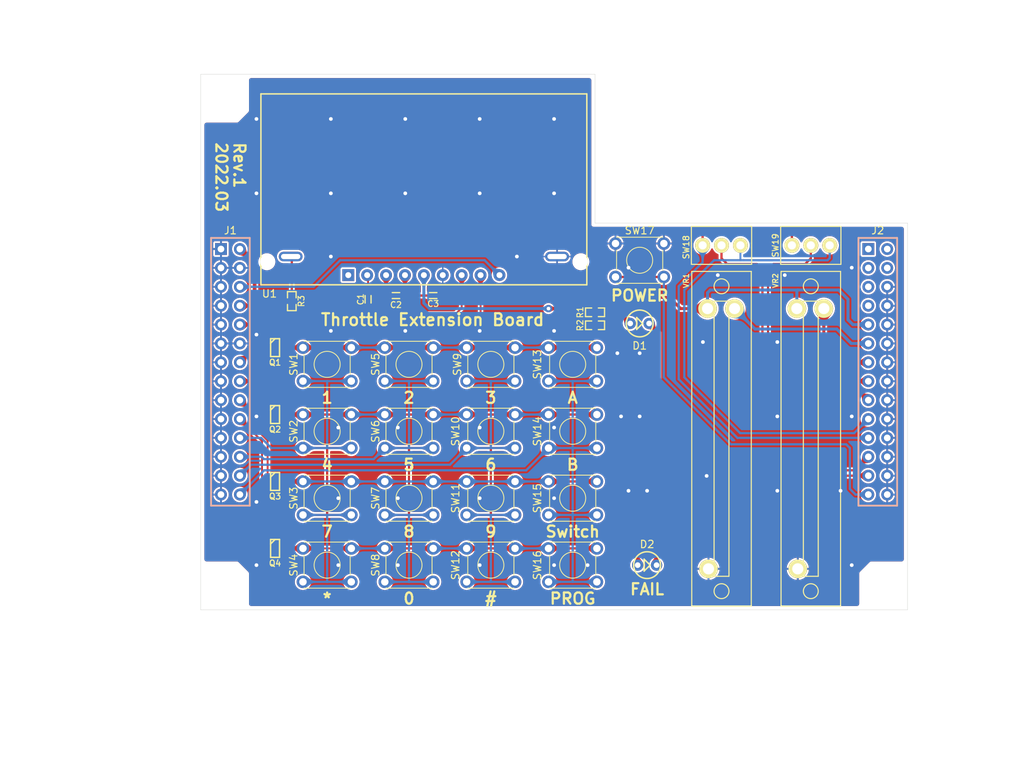
<source format=kicad_pcb>
(kicad_pcb (version 20171130) (host pcbnew "(5.1.12)-1")
  (layers (0 F.Cu signal) (31 B.Cu signal) (34 B.Paste user) (35 F.Paste user) (36 B.SilkS user) (37 F.SilkS user) (38 B.Mask user) (39 F.Mask user) (44 Edge.Cuts user))
  (net 0 "")
  (net 1 +3V3)
  (net 2 "Net-(C1-Pad2)")
  (net 3 "Net-(C2-Pad2)")
  (net 4 "Net-(C2-Pad1)")
  (net 5 GND)
  (net 6 /RAILPOWER_LED)
  (net 7 "Net-(D1-Pad2)")
  (net 8 "Net-(D2-Pad2)")
  (net 9 /FAILURE_LED)
  (net 10 /KEY_COL4_IN)
  (net 11 /KEY_COL3_IN)
  (net 12 /KEY_COL2_IN)
  (net 13 /KEY_COL1_IN)
  (net 14 /KEY_ROW4_SEL)
  (net 15 /KEY_ROW3_SEL)
  (net 16 /KEY_ROW2_SEL)
  (net 17 /KEY_ROW1_SEL)
  (net 18 /I2C1_SCL)
  (net 19 /I2C1_SDA)
  (net 20 /~LCD_RST)
  (net 21 "Net-(J2-Pad1)")
  (net 22 "Net-(J2-Pad2)")
  (net 23 "Net-(J2-Pad3)")
  (net 24 "Net-(J2-Pad4)")
  (net 25 "Net-(J2-Pad5)")
  (net 26 "Net-(J2-Pad7)")
  (net 27 /RAILPOWER_BTN)
  (net 28 /DIR_SCAN_SEL1)
  (net 29 /DIR_SCAN_SEL2)
  (net 30 /DIR1_IN)
  (net 31 /DIR2_IN)
  (net 32 /VR_1)
  (net 33 /VR_2)
  (net 34 /ROW1)
  (net 35 /ROW2)
  (net 36 /ROW3)
  (net 37 /ROW4)
  (net 38 "Net-(R3-Pad2)")
  (net 39 "Net-(U1-Pad1)")
  (module footprint:AQM1602Y (layer F.Cu) (at 109 86)
    (fp_text reference U1 (at -20.75 2.5) (layer F.SilkS))
    (fp_text value AQM1602Y hide)
    (pad "" np_thru_hole circle (at 21.1 -1.8) (size 1.8 1.8) (drill 1.8) (layers *.Cu *.Mask))
    (pad "" np_thru_hole circle (at -21.1 -1.8) (size 1.8 1.8) (drill 1.8) (layers *.Cu *.Mask))
    (pad 11 thru_hole oval (at 17.9 -2.5) (size 3.2 1.3) (drill oval 2.6 0.7) (layers *.Cu *.Mask) (net 5 GND))
    (pad 10 thru_hole oval (at -17.9 -2.5) (size 3.2 1.3) (drill oval 2.6 0.7) (layers *.Cu *.Mask) (net 38 "Net-(R3-Pad2)"))
    (pad 9 thru_hole circle (at 10.16 0) (size 1.6 1.6) (drill 0.8) (layers *.Cu *.Mask) (net 20 /~LCD_RST))
    (pad 8 thru_hole circle (at 7.62 0) (size 1.6 1.6) (drill 0.8) (layers *.Cu *.Mask) (net 18 /I2C1_SCL))
    (pad 7 thru_hole circle (at 5.08 0) (size 1.6 1.6) (drill 0.8) (layers *.Cu *.Mask) (net 19 /I2C1_SDA))
    (pad 6 thru_hole circle (at 2.54 0) (size 1.6 1.6) (drill 0.8) (layers *.Cu *.Mask) (net 5 GND))
    (pad 5 thru_hole circle (at 0 0) (size 1.6 1.6) (drill 0.8) (layers *.Cu *.Mask) (net 1 +3V3))
    (pad 4 thru_hole circle (at -2.54 0) (size 1.6 1.6) (drill 0.8) (layers *.Cu *.Mask) (net 4 "Net-(C2-Pad1)"))
    (pad 3 thru_hole circle (at -5.08 0) (size 1.6 1.6) (drill 0.8) (layers *.Cu *.Mask) (net 3 "Net-(C2-Pad2)"))
    (pad 2 thru_hole circle (at -7.62 0) (size 1.6 1.6) (drill 0.8) (layers *.Cu *.Mask) (net 2 "Net-(C1-Pad2)"))
    (pad 1 thru_hole rect (at -10.16 0) (size 1.6 1.6) (drill 0.8) (layers *.Cu *.Mask) (net 39 "Net-(U1-Pad1)"))
  )
  (module footprint:PinHeader_Reverse_2x14_2_54mm (layer F.Cu) (at 83 99)
    (fp_text reference J1 (at 0 -19) (layer F.SilkS))
    (fp_text value External_Conn_1 hide)
    (pad 28 thru_hole circle (at 1.27 16.51 270) (size 1.6 1.6) (drill 0.9) (layers *.Cu *.Mask) (net 10 /KEY_COL4_IN))
    (pad 27 thru_hole circle (at -1.27 16.51 270) (size 1.6 1.6) (drill 0.9) (layers *.Cu *.Mask) (net 5 GND))
    (pad 26 thru_hole circle (at 1.27 13.97 270) (size 1.6 1.6) (drill 0.9) (layers *.Cu *.Mask) (net 11 /KEY_COL3_IN))
    (pad 25 thru_hole circle (at -1.27 13.97 270) (size 1.6 1.6) (drill 0.9) (layers *.Cu *.Mask) (net 5 GND))
    (pad 24 thru_hole circle (at 1.27 11.43 270) (size 1.6 1.6) (drill 0.9) (layers *.Cu *.Mask) (net 12 /KEY_COL2_IN))
    (pad 23 thru_hole circle (at -1.27 11.43 270) (size 1.6 1.6) (drill 0.9) (layers *.Cu *.Mask) (net 5 GND))
    (pad 22 thru_hole circle (at 1.27 8.89 270) (size 1.6 1.6) (drill 0.9) (layers *.Cu *.Mask) (net 13 /KEY_COL1_IN))
    (pad 21 thru_hole circle (at -1.27 8.89 270) (size 1.6 1.6) (drill 0.9) (layers *.Cu *.Mask) (net 5 GND))
    (pad 20 thru_hole circle (at 1.27 6.35 270) (size 1.6 1.6) (drill 0.9) (layers *.Cu *.Mask) (net 14 /KEY_ROW4_SEL))
    (pad 19 thru_hole circle (at -1.27 6.35 270) (size 1.6 1.6) (drill 0.9) (layers *.Cu *.Mask) (net 5 GND))
    (pad 18 thru_hole circle (at 1.27 3.81 270) (size 1.6 1.6) (drill 0.9) (layers *.Cu *.Mask) (net 15 /KEY_ROW3_SEL))
    (pad 17 thru_hole circle (at -1.27 3.81 270) (size 1.6 1.6) (drill 0.9) (layers *.Cu *.Mask) (net 5 GND))
    (pad 16 thru_hole circle (at 1.27 1.27 270) (size 1.6 1.6) (drill 0.9) (layers *.Cu *.Mask) (net 16 /KEY_ROW2_SEL))
    (pad 15 thru_hole circle (at -1.27 1.27 270) (size 1.6 1.6) (drill 0.9) (layers *.Cu *.Mask) (net 5 GND))
    (pad 14 thru_hole circle (at 1.27 -1.27 270) (size 1.6 1.6) (drill 0.9) (layers *.Cu *.Mask) (net 17 /KEY_ROW1_SEL))
    (pad 13 thru_hole circle (at -1.27 -1.27 270) (size 1.6 1.6) (drill 0.9) (layers *.Cu *.Mask) (net 5 GND))
    (pad 12 thru_hole circle (at 1.27 -3.81 270) (size 1.6 1.6) (drill 0.9) (layers *.Cu *.Mask) (net 5 GND))
    (pad 11 thru_hole circle (at -1.27 -3.81 270) (size 1.6 1.6) (drill 0.9) (layers *.Cu *.Mask) (net 5 GND))
    (pad 10 thru_hole circle (at 1.27 -6.35 270) (size 1.6 1.6) (drill 0.9) (layers *.Cu *.Mask) (net 18 /I2C1_SCL))
    (pad 9 thru_hole circle (at -1.27 -6.35 270) (size 1.6 1.6) (drill 0.9) (layers *.Cu *.Mask) (net 5 GND))
    (pad 8 thru_hole circle (at 1.27 -8.89 270) (size 1.6 1.6) (drill 0.9) (layers *.Cu *.Mask) (net 19 /I2C1_SDA))
    (pad 7 thru_hole circle (at -1.27 -8.89 270) (size 1.6 1.6) (drill 0.9) (layers *.Cu *.Mask) (net 5 GND))
    (pad 6 thru_hole circle (at 1.27 -11.43 270) (size 1.6 1.6) (drill 0.9) (layers *.Cu *.Mask) (net 20 /~LCD_RST))
    (pad 5 thru_hole circle (at -1.27 -11.43 270) (size 1.6 1.6) (drill 0.9) (layers *.Cu *.Mask) (net 5 GND))
    (pad 4 thru_hole circle (at 1.27 -13.97 270) (size 1.6 1.6) (drill 0.9) (layers *.Cu *.Mask) (net 5 GND))
    (pad 3 thru_hole circle (at -1.27 -13.97 270) (size 1.6 1.6) (drill 0.9) (layers *.Cu *.Mask) (net 5 GND))
    (pad 2 thru_hole circle (at 1.27 -16.51 270) (size 1.6 1.6) (drill 0.9) (layers *.Cu *.Mask) (net 1 +3V3))
    (pad 1 thru_hole rect (at -1.27 -16.51 270) (size 1.6 1.6) (drill 0.9) (layers *.Cu *.Mask) (net 5 GND))
  )
  (module footprint:PinHeader_Reverse_2x14_2_54mm (layer F.Cu) (at 170 99)
    (fp_text reference J2 (at 0 -19) (layer F.SilkS))
    (fp_text value External_Conn_2 hide)
    (pad 28 thru_hole circle (at 1.27 16.51 270) (size 1.6 1.6) (drill 0.9) (layers *.Cu *.Mask) (net 5 GND))
    (pad 27 thru_hole circle (at -1.27 16.51 270) (size 1.6 1.6) (drill 0.9) (layers *.Cu *.Mask) (net 27 /RAILPOWER_BTN))
    (pad 26 thru_hole circle (at 1.27 13.97 270) (size 1.6 1.6) (drill 0.9) (layers *.Cu *.Mask) (net 5 GND))
    (pad 25 thru_hole circle (at -1.27 13.97 270) (size 1.6 1.6) (drill 0.9) (layers *.Cu *.Mask) (net 9 /FAILURE_LED))
    (pad 24 thru_hole circle (at 1.27 11.43 270) (size 1.6 1.6) (drill 0.9) (layers *.Cu *.Mask) (net 5 GND))
    (pad 23 thru_hole circle (at -1.27 11.43 270) (size 1.6 1.6) (drill 0.9) (layers *.Cu *.Mask) (net 6 /RAILPOWER_LED))
    (pad 22 thru_hole circle (at 1.27 8.89 270) (size 1.6 1.6) (drill 0.9) (layers *.Cu *.Mask) (net 5 GND))
    (pad 21 thru_hole circle (at -1.27 8.89 270) (size 1.6 1.6) (drill 0.9) (layers *.Cu *.Mask) (net 28 /DIR_SCAN_SEL1))
    (pad 20 thru_hole circle (at 1.27 6.35 270) (size 1.6 1.6) (drill 0.9) (layers *.Cu *.Mask) (net 5 GND))
    (pad 19 thru_hole circle (at -1.27 6.35 270) (size 1.6 1.6) (drill 0.9) (layers *.Cu *.Mask) (net 29 /DIR_SCAN_SEL2))
    (pad 18 thru_hole circle (at 1.27 3.81 270) (size 1.6 1.6) (drill 0.9) (layers *.Cu *.Mask) (net 5 GND))
    (pad 17 thru_hole circle (at -1.27 3.81 270) (size 1.6 1.6) (drill 0.9) (layers *.Cu *.Mask) (net 30 /DIR1_IN))
    (pad 16 thru_hole circle (at 1.27 1.27 270) (size 1.6 1.6) (drill 0.9) (layers *.Cu *.Mask) (net 5 GND))
    (pad 15 thru_hole circle (at -1.27 1.27 270) (size 1.6 1.6) (drill 0.9) (layers *.Cu *.Mask) (net 31 /DIR2_IN))
    (pad 14 thru_hole circle (at 1.27 -1.27 270) (size 1.6 1.6) (drill 0.9) (layers *.Cu *.Mask) (net 5 GND))
    (pad 13 thru_hole circle (at -1.27 -1.27 270) (size 1.6 1.6) (drill 0.9) (layers *.Cu *.Mask) (net 33 /VR_2))
    (pad 12 thru_hole circle (at 1.27 -3.81 270) (size 1.6 1.6) (drill 0.9) (layers *.Cu *.Mask) (net 5 GND))
    (pad 11 thru_hole circle (at -1.27 -3.81 270) (size 1.6 1.6) (drill 0.9) (layers *.Cu *.Mask) (net 32 /VR_1))
    (pad 10 thru_hole circle (at 1.27 -6.35 270) (size 1.6 1.6) (drill 0.9) (layers *.Cu *.Mask) (net 5 GND))
    (pad 9 thru_hole circle (at -1.27 -6.35 270) (size 1.6 1.6) (drill 0.9) (layers *.Cu *.Mask) (net 1 +3V3))
    (pad 8 thru_hole circle (at 1.27 -8.89 270) (size 1.6 1.6) (drill 0.9) (layers *.Cu *.Mask) (net 5 GND))
    (pad 7 thru_hole circle (at -1.27 -8.89 270) (size 1.6 1.6) (drill 0.9) (layers *.Cu *.Mask) (net 26 "Net-(J2-Pad7)"))
    (pad 6 thru_hole circle (at 1.27 -11.43 270) (size 1.6 1.6) (drill 0.9) (layers *.Cu *.Mask) (net 5 GND))
    (pad 5 thru_hole circle (at -1.27 -11.43 270) (size 1.6 1.6) (drill 0.9) (layers *.Cu *.Mask) (net 25 "Net-(J2-Pad5)"))
    (pad 4 thru_hole circle (at 1.27 -13.97 270) (size 1.6 1.6) (drill 0.9) (layers *.Cu *.Mask) (net 24 "Net-(J2-Pad4)"))
    (pad 3 thru_hole circle (at -1.27 -13.97 270) (size 1.6 1.6) (drill 0.9) (layers *.Cu *.Mask) (net 23 "Net-(J2-Pad3)"))
    (pad 2 thru_hole circle (at 1.27 -16.51 270) (size 1.6 1.6) (drill 0.9) (layers *.Cu *.Mask) (net 22 "Net-(J2-Pad2)"))
    (pad 1 thru_hole rect (at -1.27 -16.51 270) (size 1.6 1.6) (drill 0.9) (layers *.Cu *.Mask) (net 21 "Net-(J2-Pad1)"))
  )
  (module footprint:C_1005 (layer F.Cu) (at 101.5 89.25 90)
    (fp_text reference C1 (at 0 -1 90) (layer F.SilkS) (effects (font (size 0.8 0.8) (thickness 0.14))))
    (fp_text value 105 hide)
    (pad 1 smd rect (at -0.475 0 90) (size 0.55 0.5) (layers F.Cu F.Paste F.Mask) (net 1 +3V3))
    (pad 2 smd rect (at 0.475 0 90) (size 0.55 0.5) (layers F.Cu F.Paste F.Mask) (net 2 "Net-(C1-Pad2)"))
  )
  (module footprint:C_1005 (layer F.Cu) (at 105.25 88.75 180)
    (fp_text reference C2 (at 0 -1.25) (layer F.SilkS) (effects (font (size 0.8 0.8) (thickness 0.14))))
    (fp_text value 105 hide)
    (pad 2 smd rect (at 0.475 0 180) (size 0.55 0.5) (layers F.Cu F.Paste F.Mask) (net 3 "Net-(C2-Pad2)"))
    (pad 1 smd rect (at -0.475 0 180) (size 0.55 0.5) (layers F.Cu F.Paste F.Mask) (net 4 "Net-(C2-Pad1)"))
  )
  (module footprint:C_1005 (layer F.Cu) (at 110.25 88.75)
    (fp_text reference C3 (at 0 1.1) (layer F.SilkS) (effects (font (size 0.8 0.8) (thickness 0.14))))
    (fp_text value 105 hide)
    (pad 1 smd rect (at -0.475 0) (size 0.55 0.5) (layers F.Cu F.Paste F.Mask) (net 1 +3V3))
    (pad 2 smd rect (at 0.475 0) (size 0.55 0.5) (layers F.Cu F.Paste F.Mask) (net 5 GND))
  )
  (module footprint:LED_3mm (layer F.Cu) (at 138 92.5 180)
    (fp_text reference D1 (at 0 -3) (layer F.SilkS))
    (fp_text value LED hide)
    (pad 1 thru_hole circle (at -1.27 0 180) (size 1.524 1.524) (drill 0.762) (layers *.Cu *.Mask) (net 6 /RAILPOWER_LED))
    (pad 2 thru_hole circle (at 1.27 0 180) (size 1.524 1.524) (drill 0.762) (layers *.Cu *.Mask) (net 7 "Net-(D1-Pad2)"))
  )
  (module footprint:LED_3mm (layer F.Cu) (at 139 125 180)
    (fp_text reference D2 (at 0 2.8) (layer F.SilkS))
    (fp_text value LED hide)
    (pad 2 thru_hole circle (at 1.27 0 180) (size 1.524 1.524) (drill 0.762) (layers *.Cu *.Mask) (net 8 "Net-(D2-Pad2)"))
    (pad 1 thru_hole circle (at -1.27 0 180) (size 1.524 1.524) (drill 0.762) (layers *.Cu *.Mask) (net 9 /FAILURE_LED))
  )
  (module footprint:SC-70 (layer F.Cu) (at 89 95.75 270)
    (fp_text reference Q1 (at 2 0) (layer F.SilkS) (effects (font (size 0.8 0.8))))
    (fp_text value SSM3K7002BFU hide)
    (pad 3 smd rect (at 0 -0.95 270) (size 0.6 0.8) (layers F.Cu F.Paste F.Mask) (net 34 /ROW1))
    (pad 2 smd rect (at 0.65 0.95 270) (size 0.6 0.8) (layers F.Cu F.Paste F.Mask) (net 5 GND))
    (pad 1 smd rect (at -0.65 0.95 270) (size 0.6 0.8) (layers F.Cu F.Paste F.Mask) (net 17 /KEY_ROW1_SEL))
  )
  (module footprint:SC-70 (layer F.Cu) (at 89 104.75 270)
    (fp_text reference Q2 (at 2 0) (layer F.SilkS) (effects (font (size 0.8 0.8))))
    (fp_text value SSM3K7002BFU hide)
    (pad 1 smd rect (at -0.65 0.95 270) (size 0.6 0.8) (layers F.Cu F.Paste F.Mask) (net 16 /KEY_ROW2_SEL))
    (pad 2 smd rect (at 0.65 0.95 270) (size 0.6 0.8) (layers F.Cu F.Paste F.Mask) (net 5 GND))
    (pad 3 smd rect (at 0 -0.95 270) (size 0.6 0.8) (layers F.Cu F.Paste F.Mask) (net 35 /ROW2))
  )
  (module footprint:SC-70 (layer F.Cu) (at 89 113.75 270)
    (fp_text reference Q3 (at 2 0) (layer F.SilkS) (effects (font (size 0.8 0.8))))
    (fp_text value SSM3K7002BFU hide)
    (pad 3 smd rect (at 0 -0.95 270) (size 0.6 0.8) (layers F.Cu F.Paste F.Mask) (net 36 /ROW3))
    (pad 2 smd rect (at 0.65 0.95 270) (size 0.6 0.8) (layers F.Cu F.Paste F.Mask) (net 5 GND))
    (pad 1 smd rect (at -0.65 0.95 270) (size 0.6 0.8) (layers F.Cu F.Paste F.Mask) (net 15 /KEY_ROW3_SEL))
  )
  (module footprint:SC-70 (layer F.Cu) (at 89 122.75 270)
    (fp_text reference Q4 (at 2 0) (layer F.SilkS) (effects (font (size 0.8 0.8))))
    (fp_text value SSM3K7002BFU hide)
    (pad 1 smd rect (at -0.65 0.95 270) (size 0.6 0.8) (layers F.Cu F.Paste F.Mask) (net 14 /KEY_ROW4_SEL))
    (pad 2 smd rect (at 0.65 0.95 270) (size 0.6 0.8) (layers F.Cu F.Paste F.Mask) (net 5 GND))
    (pad 3 smd rect (at 0 -0.95 270) (size 0.6 0.8) (layers F.Cu F.Paste F.Mask) (net 37 /ROW4))
  )
  (module footprint:R_1608 (layer F.Cu) (at 132 91)
    (fp_text reference R1 (at -2 0 90) (layer F.SilkS) (effects (font (size 0.8 0.8) (thickness 0.14))))
    (fp_text value 331 hide)
    (pad 2 smd rect (at 0.8 0) (size 0.7 0.9) (layers F.Cu F.Paste F.Mask) (net 7 "Net-(D1-Pad2)"))
    (pad 1 smd rect (at -0.8 0) (size 0.7 0.9) (layers F.Cu F.Paste F.Mask) (net 1 +3V3))
  )
  (module footprint:R_1608 (layer F.Cu) (at 132 92.75)
    (fp_text reference R2 (at -2 0 270) (layer F.SilkS) (effects (font (size 0.8 0.8) (thickness 0.14))))
    (fp_text value 331 hide)
    (pad 1 smd rect (at -0.8 0) (size 0.7 0.9) (layers F.Cu F.Paste F.Mask) (net 1 +3V3))
    (pad 2 smd rect (at 0.8 0) (size 0.7 0.9) (layers F.Cu F.Paste F.Mask) (net 8 "Net-(D2-Pad2)"))
  )
  (module footprint:R_1608 (layer F.Cu) (at 91.25 89.5 90)
    (fp_text reference R3 (at 0 1.28 90) (layer F.SilkS) (effects (font (size 0.8 0.8) (thickness 0.14))))
    (fp_text value 101 hide)
    (pad 1 smd rect (at -0.8 0 90) (size 0.7 0.9) (layers F.Cu F.Paste F.Mask) (net 1 +3V3))
    (pad 2 smd rect (at 0.8 0 90) (size 0.7 0.9) (layers F.Cu F.Paste F.Mask) (net 38 "Net-(R3-Pad2)"))
  )
  (module footprint:TS-0606 (layer F.Cu) (at 96 98)
    (fp_text reference SW1 (at -4.5 0 270) (layer F.SilkS))
    (fp_text value 1 hide)
    (pad 4 thru_hole circle (at 3.25 2.25) (size 1.7 1.7) (drill 1) (layers *.Cu *.Mask) (net 13 /KEY_COL1_IN))
    (pad 3 thru_hole circle (at -3.25 2.25) (size 1.7 1.7) (drill 1) (layers *.Cu *.Mask) (net 13 /KEY_COL1_IN))
    (pad 2 thru_hole circle (at 3.25 -2.25) (size 1.7 1.7) (drill 1) (layers *.Cu *.Mask) (net 34 /ROW1))
    (pad 1 thru_hole circle (at -3.25 -2.25) (size 1.7 1.7) (drill 1) (layers *.Cu *.Mask) (net 34 /ROW1))
  )
  (module footprint:TS-0606 (layer F.Cu) (at 96 107)
    (fp_text reference SW2 (at -4.5 0 90) (layer F.SilkS))
    (fp_text value 4 hide)
    (pad 4 thru_hole circle (at 3.25 2.25) (size 1.7 1.7) (drill 1) (layers *.Cu *.Mask) (net 13 /KEY_COL1_IN))
    (pad 3 thru_hole circle (at -3.25 2.25) (size 1.7 1.7) (drill 1) (layers *.Cu *.Mask) (net 13 /KEY_COL1_IN))
    (pad 2 thru_hole circle (at 3.25 -2.25) (size 1.7 1.7) (drill 1) (layers *.Cu *.Mask) (net 35 /ROW2))
    (pad 1 thru_hole circle (at -3.25 -2.25) (size 1.7 1.7) (drill 1) (layers *.Cu *.Mask) (net 35 /ROW2))
  )
  (module footprint:TS-0606 (layer F.Cu) (at 96 116)
    (fp_text reference SW3 (at -4.5 0 90) (layer F.SilkS))
    (fp_text value 7 hide)
    (pad 1 thru_hole circle (at -3.25 -2.25) (size 1.7 1.7) (drill 1) (layers *.Cu *.Mask) (net 36 /ROW3))
    (pad 2 thru_hole circle (at 3.25 -2.25) (size 1.7 1.7) (drill 1) (layers *.Cu *.Mask) (net 36 /ROW3))
    (pad 3 thru_hole circle (at -3.25 2.25) (size 1.7 1.7) (drill 1) (layers *.Cu *.Mask) (net 13 /KEY_COL1_IN))
    (pad 4 thru_hole circle (at 3.25 2.25) (size 1.7 1.7) (drill 1) (layers *.Cu *.Mask) (net 13 /KEY_COL1_IN))
  )
  (module footprint:TS-0606 (layer F.Cu) (at 96 125)
    (fp_text reference SW4 (at -4.5 0 90) (layer F.SilkS))
    (fp_text value * hide)
    (pad 1 thru_hole circle (at -3.25 -2.25) (size 1.7 1.7) (drill 1) (layers *.Cu *.Mask) (net 37 /ROW4))
    (pad 2 thru_hole circle (at 3.25 -2.25) (size 1.7 1.7) (drill 1) (layers *.Cu *.Mask) (net 37 /ROW4))
    (pad 3 thru_hole circle (at -3.25 2.25) (size 1.7 1.7) (drill 1) (layers *.Cu *.Mask) (net 13 /KEY_COL1_IN))
    (pad 4 thru_hole circle (at 3.25 2.25) (size 1.7 1.7) (drill 1) (layers *.Cu *.Mask) (net 13 /KEY_COL1_IN))
  )
  (module footprint:TS-0606 (layer F.Cu) (at 107 98)
    (fp_text reference SW5 (at -4.5 0 90) (layer F.SilkS))
    (fp_text value 2 hide)
    (pad 1 thru_hole circle (at -3.25 -2.25) (size 1.7 1.7) (drill 1) (layers *.Cu *.Mask) (net 34 /ROW1))
    (pad 2 thru_hole circle (at 3.25 -2.25) (size 1.7 1.7) (drill 1) (layers *.Cu *.Mask) (net 34 /ROW1))
    (pad 3 thru_hole circle (at -3.25 2.25) (size 1.7 1.7) (drill 1) (layers *.Cu *.Mask) (net 12 /KEY_COL2_IN))
    (pad 4 thru_hole circle (at 3.25 2.25) (size 1.7 1.7) (drill 1) (layers *.Cu *.Mask) (net 12 /KEY_COL2_IN))
  )
  (module footprint:TS-0606 (layer F.Cu) (at 107 107)
    (fp_text reference SW6 (at -4.5 0 90) (layer F.SilkS))
    (fp_text value 5 hide)
    (pad 4 thru_hole circle (at 3.25 2.25) (size 1.7 1.7) (drill 1) (layers *.Cu *.Mask) (net 12 /KEY_COL2_IN))
    (pad 3 thru_hole circle (at -3.25 2.25) (size 1.7 1.7) (drill 1) (layers *.Cu *.Mask) (net 12 /KEY_COL2_IN))
    (pad 2 thru_hole circle (at 3.25 -2.25) (size 1.7 1.7) (drill 1) (layers *.Cu *.Mask) (net 35 /ROW2))
    (pad 1 thru_hole circle (at -3.25 -2.25) (size 1.7 1.7) (drill 1) (layers *.Cu *.Mask) (net 35 /ROW2))
  )
  (module footprint:TS-0606 (layer F.Cu) (at 107 116)
    (fp_text reference SW7 (at -4.5 0 90) (layer F.SilkS))
    (fp_text value 8 hide)
    (pad 4 thru_hole circle (at 3.25 2.25) (size 1.7 1.7) (drill 1) (layers *.Cu *.Mask) (net 12 /KEY_COL2_IN))
    (pad 3 thru_hole circle (at -3.25 2.25) (size 1.7 1.7) (drill 1) (layers *.Cu *.Mask) (net 12 /KEY_COL2_IN))
    (pad 2 thru_hole circle (at 3.25 -2.25) (size 1.7 1.7) (drill 1) (layers *.Cu *.Mask) (net 36 /ROW3))
    (pad 1 thru_hole circle (at -3.25 -2.25) (size 1.7 1.7) (drill 1) (layers *.Cu *.Mask) (net 36 /ROW3))
  )
  (module footprint:TS-0606 (layer F.Cu) (at 107 125)
    (fp_text reference SW8 (at -4.5 0 90) (layer F.SilkS))
    (fp_text value 0 hide)
    (pad 1 thru_hole circle (at -3.25 -2.25) (size 1.7 1.7) (drill 1) (layers *.Cu *.Mask) (net 37 /ROW4))
    (pad 2 thru_hole circle (at 3.25 -2.25) (size 1.7 1.7) (drill 1) (layers *.Cu *.Mask) (net 37 /ROW4))
    (pad 3 thru_hole circle (at -3.25 2.25) (size 1.7 1.7) (drill 1) (layers *.Cu *.Mask) (net 12 /KEY_COL2_IN))
    (pad 4 thru_hole circle (at 3.25 2.25) (size 1.7 1.7) (drill 1) (layers *.Cu *.Mask) (net 12 /KEY_COL2_IN))
  )
  (module footprint:TS-0606 (layer F.Cu) (at 118 98)
    (fp_text reference SW9 (at -4.5 0 90) (layer F.SilkS))
    (fp_text value 3 hide)
    (pad 4 thru_hole circle (at 3.25 2.25) (size 1.7 1.7) (drill 1) (layers *.Cu *.Mask) (net 11 /KEY_COL3_IN))
    (pad 3 thru_hole circle (at -3.25 2.25) (size 1.7 1.7) (drill 1) (layers *.Cu *.Mask) (net 11 /KEY_COL3_IN))
    (pad 2 thru_hole circle (at 3.25 -2.25) (size 1.7 1.7) (drill 1) (layers *.Cu *.Mask) (net 34 /ROW1))
    (pad 1 thru_hole circle (at -3.25 -2.25) (size 1.7 1.7) (drill 1) (layers *.Cu *.Mask) (net 34 /ROW1))
  )
  (module footprint:TS-0606 (layer F.Cu) (at 118 107)
    (fp_text reference SW10 (at -4.75 0 90) (layer F.SilkS))
    (fp_text value 6 hide)
    (pad 1 thru_hole circle (at -3.25 -2.25) (size 1.7 1.7) (drill 1) (layers *.Cu *.Mask) (net 35 /ROW2))
    (pad 2 thru_hole circle (at 3.25 -2.25) (size 1.7 1.7) (drill 1) (layers *.Cu *.Mask) (net 35 /ROW2))
    (pad 3 thru_hole circle (at -3.25 2.25) (size 1.7 1.7) (drill 1) (layers *.Cu *.Mask) (net 11 /KEY_COL3_IN))
    (pad 4 thru_hole circle (at 3.25 2.25) (size 1.7 1.7) (drill 1) (layers *.Cu *.Mask) (net 11 /KEY_COL3_IN))
  )
  (module footprint:TS-0606 (layer F.Cu) (at 118 116)
    (fp_text reference SW11 (at -4.75 0 90) (layer F.SilkS))
    (fp_text value 9 hide)
    (pad 1 thru_hole circle (at -3.25 -2.25) (size 1.7 1.7) (drill 1) (layers *.Cu *.Mask) (net 36 /ROW3))
    (pad 2 thru_hole circle (at 3.25 -2.25) (size 1.7 1.7) (drill 1) (layers *.Cu *.Mask) (net 36 /ROW3))
    (pad 3 thru_hole circle (at -3.25 2.25) (size 1.7 1.7) (drill 1) (layers *.Cu *.Mask) (net 11 /KEY_COL3_IN))
    (pad 4 thru_hole circle (at 3.25 2.25) (size 1.7 1.7) (drill 1) (layers *.Cu *.Mask) (net 11 /KEY_COL3_IN))
  )
  (module footprint:TS-0606 (layer F.Cu) (at 118 125)
    (fp_text reference SW12 (at -4.75 0 90) (layer F.SilkS))
    (fp_text value "#" hide)
    (pad 4 thru_hole circle (at 3.25 2.25) (size 1.7 1.7) (drill 1) (layers *.Cu *.Mask) (net 11 /KEY_COL3_IN))
    (pad 3 thru_hole circle (at -3.25 2.25) (size 1.7 1.7) (drill 1) (layers *.Cu *.Mask) (net 11 /KEY_COL3_IN))
    (pad 2 thru_hole circle (at 3.25 -2.25) (size 1.7 1.7) (drill 1) (layers *.Cu *.Mask) (net 37 /ROW4))
    (pad 1 thru_hole circle (at -3.25 -2.25) (size 1.7 1.7) (drill 1) (layers *.Cu *.Mask) (net 37 /ROW4))
  )
  (module footprint:TS-0606 (layer F.Cu) (at 129 98)
    (fp_text reference SW13 (at -4.75 0 90) (layer F.SilkS))
    (fp_text value A hide)
    (pad 1 thru_hole circle (at -3.25 -2.25) (size 1.7 1.7) (drill 1) (layers *.Cu *.Mask) (net 34 /ROW1))
    (pad 2 thru_hole circle (at 3.25 -2.25) (size 1.7 1.7) (drill 1) (layers *.Cu *.Mask) (net 34 /ROW1))
    (pad 3 thru_hole circle (at -3.25 2.25) (size 1.7 1.7) (drill 1) (layers *.Cu *.Mask) (net 10 /KEY_COL4_IN))
    (pad 4 thru_hole circle (at 3.25 2.25) (size 1.7 1.7) (drill 1) (layers *.Cu *.Mask) (net 10 /KEY_COL4_IN))
  )
  (module footprint:TS-0606 (layer F.Cu) (at 129 107)
    (fp_text reference SW14 (at -4.75 0 90) (layer F.SilkS))
    (fp_text value B hide)
    (pad 4 thru_hole circle (at 3.25 2.25) (size 1.7 1.7) (drill 1) (layers *.Cu *.Mask) (net 10 /KEY_COL4_IN))
    (pad 3 thru_hole circle (at -3.25 2.25) (size 1.7 1.7) (drill 1) (layers *.Cu *.Mask) (net 10 /KEY_COL4_IN))
    (pad 2 thru_hole circle (at 3.25 -2.25) (size 1.7 1.7) (drill 1) (layers *.Cu *.Mask) (net 35 /ROW2))
    (pad 1 thru_hole circle (at -3.25 -2.25) (size 1.7 1.7) (drill 1) (layers *.Cu *.Mask) (net 35 /ROW2))
  )
  (module footprint:TS-0606 (layer F.Cu) (at 129 116)
    (fp_text reference SW15 (at -4.75 0 90) (layer F.SilkS))
    (fp_text value SW hide)
    (pad 4 thru_hole circle (at 3.25 2.25) (size 1.7 1.7) (drill 1) (layers *.Cu *.Mask) (net 10 /KEY_COL4_IN))
    (pad 3 thru_hole circle (at -3.25 2.25) (size 1.7 1.7) (drill 1) (layers *.Cu *.Mask) (net 10 /KEY_COL4_IN))
    (pad 2 thru_hole circle (at 3.25 -2.25) (size 1.7 1.7) (drill 1) (layers *.Cu *.Mask) (net 36 /ROW3))
    (pad 1 thru_hole circle (at -3.25 -2.25) (size 1.7 1.7) (drill 1) (layers *.Cu *.Mask) (net 36 /ROW3))
  )
  (module footprint:TS-0606 (layer F.Cu) (at 129 125)
    (fp_text reference SW16 (at -4.75 0 90) (layer F.SilkS))
    (fp_text value PROG hide)
    (pad 1 thru_hole circle (at -3.25 -2.25) (size 1.7 1.7) (drill 1) (layers *.Cu *.Mask) (net 37 /ROW4))
    (pad 2 thru_hole circle (at 3.25 -2.25) (size 1.7 1.7) (drill 1) (layers *.Cu *.Mask) (net 37 /ROW4))
    (pad 3 thru_hole circle (at -3.25 2.25) (size 1.7 1.7) (drill 1) (layers *.Cu *.Mask) (net 10 /KEY_COL4_IN))
    (pad 4 thru_hole circle (at 3.25 2.25) (size 1.7 1.7) (drill 1) (layers *.Cu *.Mask) (net 10 /KEY_COL4_IN))
  )
  (module footprint:TS-0606 (layer F.Cu) (at 138 84)
    (fp_text reference SW17 (at 0 -4) (layer F.SilkS))
    (fp_text value RAIL_POWER)
    (pad 1 thru_hole circle (at -3.25 -2.25) (size 1.7 1.7) (drill 1) (layers *.Cu *.Mask) (net 5 GND))
    (pad 2 thru_hole circle (at 3.25 -2.25) (size 1.7 1.7) (drill 1) (layers *.Cu *.Mask) (net 5 GND))
    (pad 3 thru_hole circle (at -3.25 2.25) (size 1.7 1.7) (drill 1) (layers *.Cu *.Mask) (net 27 /RAILPOWER_BTN))
    (pad 4 thru_hole circle (at 3.25 2.25) (size 1.7 1.7) (drill 1) (layers *.Cu *.Mask) (net 27 /RAILPOWER_BTN))
  )
  (module footprint:TOGGLE_SW_1C (layer F.Cu) (at 149 82)
    (fp_text reference SW18 (at -4.75 0.25 90) (layer F.SilkS) (effects (font (size 0.8 0.8) (thickness 0.14))))
    (fp_text value Direction1 hide)
    (pad 1 thru_hole circle (at -2.54 0) (size 2 2) (drill 1.1) (layers *.Cu *.Mask F.SilkS) (net 28 /DIR_SCAN_SEL1))
    (pad 2 thru_hole circle (at 0 0) (size 2 2) (drill 1.1) (layers *.Cu *.Mask F.SilkS) (net 30 /DIR1_IN))
    (pad 3 thru_hole circle (at 2.54 0) (size 2 2) (drill 1.1) (layers *.Cu *.Mask F.SilkS) (net 29 /DIR_SCAN_SEL2))
  )
  (module footprint:TOGGLE_SW_1C (layer F.Cu) (at 161 82)
    (fp_text reference SW19 (at -4.75 0 90) (layer F.SilkS) (effects (font (size 0.8 0.8) (thickness 0.14))))
    (fp_text value Direction2 hide)
    (pad 3 thru_hole circle (at 2.54 0) (size 2 2) (drill 1.1) (layers *.Cu *.Mask F.SilkS) (net 29 /DIR_SCAN_SEL2))
    (pad 2 thru_hole circle (at 0 0) (size 2 2) (drill 1.1) (layers *.Cu *.Mask F.SilkS) (net 31 /DIR2_IN))
    (pad 1 thru_hole circle (at -2.54 0) (size 2 2) (drill 1.1) (layers *.Cu *.Mask F.SilkS) (net 28 /DIR_SCAN_SEL1))
  )
  (module footprint:ALPS-SLIDEVOLUME (layer F.Cu) (at 149 108 270)
    (fp_text reference VR1 (at -21.25 4.75 90) (layer F.SilkS) (effects (font (size 0.7 0.7) (thickness 0.14))))
    (fp_text value 103 hide)
    (pad 1 thru_hole circle (at -17.5 1.875 270) (size 2.5 2.5) (drill 1.5) (layers *.Cu *.Mask F.SilkS) (net 1 +3V3))
    (pad 2 thru_hole circle (at -17.5 -1.75 270) (size 2.5 2.5) (drill 1.5) (layers *.Cu *.Mask F.SilkS) (net 32 /VR_1))
    (pad 3 thru_hole circle (at 17.5 1.75 270) (size 2.5 2.5) (drill 1.5) (layers *.Cu *.Mask F.SilkS) (net 5 GND))
  )
  (module footprint:ALPS-SLIDEVOLUME (layer F.Cu) (at 161 108 270)
    (fp_text reference VR2 (at -21.25 4.75 90) (layer F.SilkS) (effects (font (size 0.7 0.7) (thickness 0.14))))
    (fp_text value 103 hide)
    (pad 3 thru_hole circle (at 17.5 1.75 270) (size 2.5 2.5) (drill 1.5) (layers *.Cu *.Mask F.SilkS) (net 5 GND))
    (pad 2 thru_hole circle (at -17.5 -1.75 270) (size 2.5 2.5) (drill 1.5) (layers *.Cu *.Mask F.SilkS) (net 33 /VR_2))
    (pad 1 thru_hole circle (at -17.5 1.875 270) (size 2.5 2.5) (drill 1.5) (layers *.Cu *.Mask F.SilkS) (net 1 +3V3))
  )
  (module footprint:HOLE_3.2mm (layer F.Cu) (at 82 128)
    (fp_text reference H1 hide)
    (fp_text value Hole_3.2mm hide)
    (pad "" np_thru_hole circle (at 0 0) (size 3.2 3.2) (drill 3.2) (layers *.Cu *.Mask))
  )
  (module footprint:HOLE_3.2mm (layer F.Cu) (at 171 128)
    (fp_text reference H2 hide)
    (fp_text value Hole_3.2mm hide)
    (pad "" np_thru_hole circle (at 0 0) (size 3.2 3.2) (drill 3.2) (layers *.Cu *.Mask))
  )
  (module footprint:HOLE_3.2mm (layer F.Cu) (at 82 62)
    (fp_text reference H3 hide)
    (fp_text value Hole_3.2mm hide)
    (pad "" np_thru_hole circle (at 0 0) (size 3.2 3.2) (drill 3.2) (layers *.Cu *.Mask))
  )
  (gr_text FAIL (at 139 128.25) (layer F.SilkS) (effects (font (size 1.5 1.5) (thickness 0.3))))
  (gr_text "Rev.1\n2022.03" (at 83 68 -90) (layer F.SilkS) (effects (font (size 1.5 1.5) (thickness 0.3)) (justify left)))
  (gr_text "Throttle Extension Board" (at 95 92) (layer F.SilkS) (effects (font (size 1.6 1.6) (thickness 0.3)) (justify left)))
  (gr_text POWER (at 138 88.75) (layer F.SilkS) (effects (font (size 1.5 1.5) (thickness 0.3))))
  (gr_text 3 (at 118 102.5) (layer F.SilkS) (effects (font (size 1.5 1.5) (thickness 0.3))))
  (gr_text 2 (at 107 102.5) (layer F.SilkS) (effects (font (size 1.5 1.5) (thickness 0.3))))
  (gr_text 1 (at 96 102.5) (layer F.SilkS) (effects (font (size 1.5 1.5) (thickness 0.3))))
  (gr_text 4 (at 96 111.5) (layer F.SilkS) (effects (font (size 1.5 1.5) (thickness 0.3))))
  (gr_text 5 (at 107 111.5) (layer F.SilkS) (effects (font (size 1.5 1.5) (thickness 0.3))))
  (gr_text 6 (at 118 111.5) (layer F.SilkS) (effects (font (size 1.5 1.5) (thickness 0.3))))
  (gr_text 9 (at 118 120.5) (layer F.SilkS) (effects (font (size 1.5 1.5) (thickness 0.3))))
  (gr_text 8 (at 107 120.5) (layer F.SilkS) (effects (font (size 1.5 1.5) (thickness 0.3))))
  (gr_text 7 (at 96 120.5) (layer F.SilkS) (effects (font (size 1.5 1.5) (thickness 0.3))))
  (gr_text * (at 96 129.5) (layer F.SilkS) (effects (font (size 1.5 1.5) (thickness 0.3))))
  (gr_text 0 (at 107 129.5) (layer F.SilkS) (effects (font (size 1.5 1.5) (thickness 0.3))))
  (gr_text "#" (at 118 129.5) (layer F.SilkS) (effects (font (size 1.5 1.5) (thickness 0.3))))
  (gr_text PROG (at 129 129.5) (layer F.SilkS) (effects (font (size 1.5 1.5) (thickness 0.3))))
  (gr_text Switch (at 129 120.5) (layer F.SilkS) (effects (font (size 1.5 1.5) (thickness 0.3))))
  (gr_text B (at 129 111.5) (layer F.SilkS) (effects (font (size 1.5 1.5) (thickness 0.3))))
  (gr_text A (at 129 102.5) (layer F.SilkS) (effects (font (size 1.5 1.5) (thickness 0.3))))
  (gr_line (start 132 59) (end 79 59) (layer Edge.Cuts) (width 0.05))
  (gr_line (start 132 79) (end 132 59) (layer Edge.Cuts) (width 0.05))
  (gr_line (start 174 79) (end 132 79) (layer Edge.Cuts) (width 0.05))
  (gr_line (start 174 131) (end 174 79) (layer Edge.Cuts) (width 0.05))
  (gr_line (start 79 131) (end 174 131) (layer Edge.Cuts) (width 0.05))
  (gr_line (start 79 59) (end 79 131) (layer Edge.Cuts) (width 0.05))
  (segment (start 109 86) (end 109 88.75) (width 0.3) (layer F.Cu) (net 1))
  (segment (start 109.775 88.75) (end 109 88.75) (width 0.3) (layer F.Cu) (net 1))
  (segment (start 106 90.5) (end 107.75 88.75) (width 0.3) (layer F.Cu) (net 1))
  (segment (start 101.5 90.5) (end 106 90.5) (width 0.3) (layer F.Cu) (net 1))
  (segment (start 107.75 88.75) (end 109 88.75) (width 0.3) (layer F.Cu) (net 1))
  (segment (start 101.5 89.725) (end 101.5 90.5) (width 0.3) (layer F.Cu) (net 1))
  (segment (start 101.5 90.5) (end 93.25 90.5) (width 0.3) (layer F.Cu) (net 1))
  (segment (start 168.73 92.65) (end 166.65 92.65) (width 0.4) (layer B.Cu) (net 1))
  (segment (start 166.65 92.65) (end 166 92) (width 0.4) (layer B.Cu) (net 1))
  (segment (start 166 92) (end 166 89.25) (width 0.4) (layer B.Cu) (net 1))
  (segment (start 166 89.25) (end 164.75 88) (width 0.4) (layer B.Cu) (net 1))
  (segment (start 147.125 88.375) (end 147.125 90.5) (width 0.4) (layer B.Cu) (net 1))
  (segment (start 147.5 88) (end 147.125 88.375) (width 0.4) (layer B.Cu) (net 1))
  (segment (start 159.125 88.125) (end 159.25 88) (width 0.4) (layer B.Cu) (net 1))
  (segment (start 159.125 90.5) (end 159.125 88.125) (width 0.4) (layer B.Cu) (net 1))
  (segment (start 159.25 88) (end 147.5 88) (width 0.4) (layer B.Cu) (net 1))
  (segment (start 164.75 88) (end 159.25 88) (width 0.4) (layer B.Cu) (net 1))
  (segment (start 109 86) (end 109 89.75) (width 0.4) (layer B.Cu) (net 1))
  (segment (start 109 89.75) (end 109.75 90.5) (width 0.4) (layer B.Cu) (net 1))
  (segment (start 109.75 90.5) (end 125.75 90.5) (width 0.4) (layer B.Cu) (net 1))
  (via (at 125.75 90.5) (size 1) (drill 0.5) (layers F.Cu B.Cu) (net 1))
  (segment (start 128.5 90.5) (end 129.5 90.5) (width 0.4) (layer F.Cu) (net 1))
  (segment (start 128.5 90.5) (end 125.75 90.5) (width 0.4) (layer F.Cu) (net 1))
  (segment (start 129.5 90.5) (end 131 89) (width 0.4) (layer F.Cu) (net 1))
  (segment (start 142 89) (end 143.5 90.5) (width 0.4) (layer F.Cu) (net 1))
  (segment (start 131 89) (end 142 89) (width 0.4) (layer F.Cu) (net 1))
  (segment (start 147.125 90.5) (end 143.5 90.5) (width 0.4) (layer F.Cu) (net 1))
  (segment (start 131.2 91) (end 129.75 91) (width 0.3) (layer F.Cu) (net 1))
  (segment (start 129.5 90.75) (end 129.5 90.5) (width 0.3) (layer F.Cu) (net 1))
  (segment (start 129.75 92.75) (end 131.2 92.75) (width 0.3) (layer F.Cu) (net 1))
  (segment (start 129.5 92.5) (end 129.75 92.75) (width 0.3) (layer F.Cu) (net 1))
  (segment (start 129.75 91) (end 129.5 91) (width 0.3) (layer F.Cu) (net 1))
  (segment (start 129.5 91) (end 129.5 92.5) (width 0.3) (layer F.Cu) (net 1))
  (segment (start 129.5 90.75) (end 129.5 91) (width 0.3) (layer F.Cu) (net 1))
  (segment (start 91.45 90.5) (end 91.25 90.3) (width 0.3) (layer F.Cu) (net 1))
  (segment (start 92.75 90.5) (end 91.45 90.5) (width 0.3) (layer F.Cu) (net 1))
  (segment (start 93.25 90.5) (end 92.75 90.5) (width 0.3) (layer F.Cu) (net 1))
  (segment (start 92.75 90.5) (end 92.45 90.5) (width 0.3) (layer F.Cu) (net 1))
  (segment (start 91.2 90.25) (end 91.25 90.3) (width 0.5) (layer F.Cu) (net 1))
  (segment (start 88.25 90.25) (end 91.2 90.25) (width 0.5) (layer F.Cu) (net 1))
  (segment (start 86.25 88.25) (end 88.25 90.25) (width 0.5) (layer F.Cu) (net 1))
  (segment (start 86.25 84.47) (end 86.25 88.25) (width 0.5) (layer F.Cu) (net 1))
  (segment (start 84.27 82.49) (end 86.25 84.47) (width 0.5) (layer F.Cu) (net 1))
  (segment (start 101.5 86.12) (end 101.38 86) (width 0.25) (layer F.Cu) (net 2))
  (segment (start 101.5 88.775) (end 101.5 86.12) (width 0.25) (layer F.Cu) (net 2))
  (segment (start 104.775 88.75) (end 104.25 88.75) (width 0.25) (layer F.Cu) (net 3))
  (segment (start 103.92 88.42) (end 103.92 86) (width 0.25) (layer F.Cu) (net 3))
  (segment (start 104.25 88.75) (end 103.92 88.42) (width 0.25) (layer F.Cu) (net 3))
  (segment (start 105.725 88.75) (end 106.25 88.75) (width 0.25) (layer F.Cu) (net 4))
  (segment (start 106.46 88.46) (end 106.46 86) (width 0.25) (layer F.Cu) (net 4))
  (segment (start 106.46 88.54) (end 106.46 88.46) (width 0.25) (layer F.Cu) (net 4))
  (segment (start 106.25 88.75) (end 106.46 88.54) (width 0.25) (layer F.Cu) (net 4))
  (segment (start 81.73 82.49) (end 81.73 79.02) (width 0.25) (layer B.Cu) (net 5))
  (segment (start 81.73 82.49) (end 81.73 118.73) (width 0.25) (layer B.Cu) (net 5))
  (segment (start 81.73 95.19) (end 80.06 95.19) (width 0.25) (layer B.Cu) (net 5))
  (segment (start 81.73 92.65) (end 80.1 92.65) (width 0.25) (layer B.Cu) (net 5))
  (segment (start 80 92.75) (end 80.1 92.65) (width 0.25) (layer B.Cu) (net 5))
  (segment (start 81.73 90.11) (end 80.11 90.11) (width 0.25) (layer B.Cu) (net 5))
  (segment (start 79.82 87.57) (end 80.07 87.57) (width 0.25) (layer B.Cu) (net 5))
  (segment (start 81.73 87.57) (end 80.07 87.57) (width 0.25) (layer B.Cu) (net 5))
  (segment (start 80.03 85.03) (end 80.22 85.03) (width 0.25) (layer B.Cu) (net 5))
  (segment (start 81.73 85.03) (end 80.22 85.03) (width 0.25) (layer B.Cu) (net 5))
  (segment (start 81.73 82.49) (end 79.76 82.49) (width 0.25) (layer B.Cu) (net 5))
  (segment (start 81.73 85.03) (end 86.22 85.03) (width 0.25) (layer B.Cu) (net 5))
  (segment (start 81.73 95.19) (end 86.44 95.19) (width 0.25) (layer B.Cu) (net 5))
  (segment (start 80.02 97.73) (end 80.23 97.73) (width 0.25) (layer B.Cu) (net 5))
  (segment (start 81.73 97.73) (end 80.23 97.73) (width 0.25) (layer B.Cu) (net 5))
  (segment (start 79.77 100.27) (end 79.98 100.27) (width 0.25) (layer B.Cu) (net 5))
  (segment (start 81.73 100.27) (end 79.98 100.27) (width 0.25) (layer B.Cu) (net 5))
  (segment (start 81.73 102.81) (end 80.06 102.81) (width 0.25) (layer B.Cu) (net 5))
  (segment (start 81.73 105.35) (end 80.15 105.35) (width 0.25) (layer B.Cu) (net 5))
  (segment (start 81.73 107.89) (end 80.11 107.89) (width 0.25) (layer B.Cu) (net 5))
  (segment (start 81.73 110.43) (end 80.07 110.43) (width 0.25) (layer B.Cu) (net 5))
  (segment (start 81.73 112.97) (end 80.03 112.97) (width 0.25) (layer B.Cu) (net 5))
  (segment (start 81.73 115.51) (end 80.01 115.51) (width 0.25) (layer B.Cu) (net 5))
  (segment (start 80.01 115.51) (end 80 115.5) (width 0.25) (layer B.Cu) (net 5))
  (segment (start 81.73 115.51) (end 81.73 117.98) (width 0.25) (layer F.Cu) (net 5))
  (segment (start 81.73 115.51) (end 81.73 80.02) (width 0.25) (layer F.Cu) (net 5))
  (segment (start 81.73 82.49) (end 80.01 82.49) (width 0.25) (layer F.Cu) (net 5))
  (segment (start 81.73 85.03) (end 80.03 85.03) (width 0.25) (layer F.Cu) (net 5))
  (segment (start 81.73 87.57) (end 80.07 87.57) (width 0.25) (layer F.Cu) (net 5))
  (segment (start 81.73 90.11) (end 80.11 90.11) (width 0.25) (layer F.Cu) (net 5))
  (segment (start 81.73 92.65) (end 80.15 92.65) (width 0.25) (layer F.Cu) (net 5))
  (segment (start 81.73 95.19) (end 80.06 95.19) (width 0.25) (layer F.Cu) (net 5))
  (segment (start 81.73 97.73) (end 80.02 97.73) (width 0.25) (layer F.Cu) (net 5))
  (segment (start 81.73 100.27) (end 80.02 100.27) (width 0.25) (layer F.Cu) (net 5))
  (segment (start 81.73 102.81) (end 80.06 102.81) (width 0.25) (layer F.Cu) (net 5))
  (segment (start 81.73 105.35) (end 80.1 105.35) (width 0.25) (layer F.Cu) (net 5))
  (segment (start 81.73 107.89) (end 80.14 107.89) (width 0.25) (layer F.Cu) (net 5))
  (segment (start 81.73 110.43) (end 80.07 110.43) (width 0.25) (layer F.Cu) (net 5))
  (segment (start 81.73 112.97) (end 80.03 112.97) (width 0.25) (layer F.Cu) (net 5))
  (segment (start 81.73 115.51) (end 80.01 115.51) (width 0.25) (layer F.Cu) (net 5))
  (segment (start 171.27 87.57) (end 171.27 118.73) (width 0.25) (layer F.Cu) (net 5))
  (segment (start 171.27 118.73) (end 171.25 118.75) (width 0.25) (layer F.Cu) (net 5))
  (segment (start 172.93 87.57) (end 172.68 87.57) (width 0.25) (layer F.Cu) (net 5))
  (segment (start 171.27 87.57) (end 172.68 87.57) (width 0.25) (layer F.Cu) (net 5))
  (segment (start 171.27 90.11) (end 172.89 90.11) (width 0.25) (layer F.Cu) (net 5))
  (segment (start 171.27 92.65) (end 172.65 92.65) (width 0.25) (layer F.Cu) (net 5))
  (segment (start 172.94 95.19) (end 172.69 95.19) (width 0.25) (layer F.Cu) (net 5))
  (segment (start 171.27 95.19) (end 172.69 95.19) (width 0.25) (layer F.Cu) (net 5))
  (segment (start 171.27 97.73) (end 172.98 97.73) (width 0.25) (layer F.Cu) (net 5))
  (segment (start 171.27 100.27) (end 172.98 100.27) (width 0.25) (layer F.Cu) (net 5))
  (segment (start 172.94 102.81) (end 172.81 102.81) (width 0.25) (layer F.Cu) (net 5))
  (segment (start 171.27 102.81) (end 172.81 102.81) (width 0.25) (layer F.Cu) (net 5))
  (segment (start 171.27 105.35) (end 172.6 105.35) (width 0.25) (layer F.Cu) (net 5))
  (segment (start 172.6 105.35) (end 172.7 105.25) (width 0.25) (layer F.Cu) (net 5))
  (segment (start 171.27 107.89) (end 172.86 107.89) (width 0.25) (layer F.Cu) (net 5))
  (segment (start 172.93 110.43) (end 172.82 110.43) (width 0.25) (layer F.Cu) (net 5))
  (segment (start 171.27 110.43) (end 172.82 110.43) (width 0.25) (layer F.Cu) (net 5))
  (segment (start 171.27 112.97) (end 172.97 112.97) (width 0.25) (layer F.Cu) (net 5))
  (segment (start 171.27 115.51) (end 172.74 115.51) (width 0.25) (layer F.Cu) (net 5))
  (segment (start 172.74 115.51) (end 172.75 115.5) (width 0.25) (layer F.Cu) (net 5))
  (segment (start 171.27 115.51) (end 171.27 117.73) (width 0.25) (layer B.Cu) (net 5))
  (segment (start 171.27 115.51) (end 171.27 87.57) (width 0.25) (layer B.Cu) (net 5))
  (segment (start 171.27 87.57) (end 172.68 87.57) (width 0.25) (layer B.Cu) (net 5))
  (segment (start 171.27 90.11) (end 172.89 90.11) (width 0.25) (layer B.Cu) (net 5))
  (segment (start 171.27 92.65) (end 172.65 92.65) (width 0.25) (layer B.Cu) (net 5))
  (segment (start 171.27 95.19) (end 172.69 95.19) (width 0.25) (layer B.Cu) (net 5))
  (segment (start 171.27 97.73) (end 172.73 97.73) (width 0.25) (layer B.Cu) (net 5))
  (segment (start 171.27 100.27) (end 172.73 100.27) (width 0.25) (layer B.Cu) (net 5))
  (segment (start 172.69 102.81) (end 172.75 102.75) (width 0.25) (layer B.Cu) (net 5))
  (segment (start 172.69 102.81) (end 172.44 102.81) (width 0.25) (layer B.Cu) (net 5))
  (segment (start 171.27 102.81) (end 172.44 102.81) (width 0.25) (layer B.Cu) (net 5))
  (segment (start 171.27 105.35) (end 172.6 105.35) (width 0.25) (layer B.Cu) (net 5))
  (segment (start 171.27 107.89) (end 172.64 107.89) (width 0.25) (layer B.Cu) (net 5))
  (segment (start 171.27 110.43) (end 172.68 110.43) (width 0.25) (layer B.Cu) (net 5))
  (segment (start 172.68 110.43) (end 172.75 110.5) (width 0.25) (layer B.Cu) (net 5))
  (segment (start 171.27 112.97) (end 172.97 112.97) (width 0.25) (layer B.Cu) (net 5))
  (segment (start 171.27 115.51) (end 172.74 115.51) (width 0.25) (layer B.Cu) (net 5))
  (segment (start 147.25 125.5) (end 147.25 127.75) (width 0.25) (layer F.Cu) (net 5))
  (segment (start 147.25 125.5) (end 147.25 123) (width 0.25) (layer F.Cu) (net 5))
  (segment (start 159.25 125.5) (end 159.25 127.5) (width 0.25) (layer F.Cu) (net 5))
  (segment (start 159.25 125.5) (end 159.25 123.25) (width 0.25) (layer F.Cu) (net 5))
  (segment (start 159.25 125.5) (end 147.25 125.5) (width 0.25) (layer F.Cu) (net 5))
  (segment (start 159.25 125.5) (end 159.25 127.5) (width 0.25) (layer B.Cu) (net 5))
  (segment (start 159.25 125.5) (end 159.25 123.25) (width 0.25) (layer B.Cu) (net 5))
  (segment (start 159.25 125.5) (end 155.5 125.5) (width 0.25) (layer B.Cu) (net 5))
  (segment (start 147.25 125.5) (end 150.5 125.5) (width 0.25) (layer B.Cu) (net 5))
  (segment (start 147.25 125.5) (end 144.75 125.5) (width 0.25) (layer B.Cu) (net 5))
  (segment (start 147.25 125.5) (end 147.25 127.5) (width 0.25) (layer B.Cu) (net 5))
  (segment (start 147.25 125.5) (end 147.25 123.25) (width 0.25) (layer B.Cu) (net 5))
  (segment (start 159.25 125.5) (end 161.5 125.5) (width 0.25) (layer B.Cu) (net 5))
  (segment (start 88.05 114.4) (end 88.9 114.4) (width 0.25) (layer F.Cu) (net 5))
  (segment (start 88.9 114.4) (end 89 114.3) (width 0.25) (layer F.Cu) (net 5))
  (segment (start 88.9 96.4) (end 89 96.5) (width 0.25) (layer F.Cu) (net 5))
  (segment (start 89 105.5) (end 89 104.75) (width 0.25) (layer F.Cu) (net 5))
  (segment (start 89 114.3) (end 89 114) (width 0.25) (layer F.Cu) (net 5))
  (segment (start 89 114) (end 89 110) (width 0.25) (layer F.Cu) (net 5))
  (segment (start 88.85 123.4) (end 89 123.25) (width 0.25) (layer F.Cu) (net 5))
  (segment (start 88.05 123.4) (end 88.85 123.4) (width 0.25) (layer F.Cu) (net 5))
  (segment (start 89 114) (end 89 123.25) (width 0.25) (layer F.Cu) (net 5))
  (segment (start 89 93.75) (end 89 96.25) (width 0.25) (layer F.Cu) (net 5))
  (segment (start 87.25 93.75) (end 89 93.75) (width 0.25) (layer F.Cu) (net 5))
  (segment (start 89 96.25) (end 89 96.5) (width 0.25) (layer F.Cu) (net 5))
  (segment (start 85.94 95.06) (end 87.25 93.75) (width 0.25) (layer F.Cu) (net 5))
  (segment (start 85.94 95.19) (end 85.94 95.06) (width 0.25) (layer F.Cu) (net 5))
  (segment (start 81.73 95.19) (end 85.94 95.19) (width 0.25) (layer F.Cu) (net 5))
  (segment (start 89 110) (end 89 107) (width 0.25) (layer F.Cu) (net 5))
  (segment (start 89 107) (end 89 105.5) (width 0.25) (layer F.Cu) (net 5))
  (segment (start 89 125.25) (end 89 126.5) (width 0.25) (layer F.Cu) (net 5))
  (segment (start 89 123.25) (end 89 125) (width 0.25) (layer F.Cu) (net 5))
  (segment (start 89 125) (end 89 125.25) (width 0.25) (layer F.Cu) (net 5))
  (segment (start 101.5 107) (end 101.5 121.25) (width 0.25) (layer F.Cu) (net 5))
  (segment (start 89 107) (end 101.5 107) (width 0.25) (layer F.Cu) (net 5))
  (segment (start 112.5 107) (end 112.5 121) (width 0.25) (layer F.Cu) (net 5))
  (segment (start 101.5 107) (end 112.5 107) (width 0.25) (layer F.Cu) (net 5))
  (segment (start 123.5 107) (end 123.5 121) (width 0.25) (layer F.Cu) (net 5))
  (segment (start 112.5 107) (end 123.5 107) (width 0.25) (layer F.Cu) (net 5))
  (segment (start 123.5 107) (end 134 107) (width 0.25) (layer F.Cu) (net 5))
  (segment (start 89 104.75) (end 89 98) (width 0.25) (layer F.Cu) (net 5))
  (segment (start 89 98) (end 89 96.5) (width 0.25) (layer F.Cu) (net 5))
  (segment (start 123.5 98) (end 134 98) (width 0.25) (layer F.Cu) (net 5))
  (segment (start 123.5 107) (end 123.5 98) (width 0.25) (layer F.Cu) (net 5))
  (segment (start 89 98) (end 123.5 98) (width 0.25) (layer F.Cu) (net 5))
  (segment (start 112.5 107) (end 112.5 94.25) (width 0.25) (layer F.Cu) (net 5))
  (segment (start 101.5 107) (end 101.5 98.611) (width 0.25) (layer F.Cu) (net 5))
  (segment (start 101.5 98.611) (end 101.5 94.25) (width 0.25) (layer F.Cu) (net 5))
  (segment (start 123.5 121) (end 123.5 128.25) (width 0.25) (layer F.Cu) (net 5))
  (segment (start 112.5 121) (end 112.5 128.25) (width 0.25) (layer F.Cu) (net 5))
  (segment (start 101.5 121.25) (end 101.5 128.25) (width 0.25) (layer F.Cu) (net 5))
  (segment (start 88.05 123.4) (end 85.9 123.4) (width 0.25) (layer F.Cu) (net 5))
  (segment (start 85.9 123.4) (end 85.5 123) (width 0.25) (layer F.Cu) (net 5))
  (segment (start 85.5 123) (end 85.5 120.5) (width 0.25) (layer F.Cu) (net 5))
  (segment (start 85.5 120.5) (end 83.5 118.5) (width 0.25) (layer F.Cu) (net 5))
  (segment (start 82.25 118.5) (end 81.73 117.98) (width 0.25) (layer F.Cu) (net 5))
  (segment (start 83.5 118.5) (end 82.25 118.5) (width 0.25) (layer F.Cu) (net 5))
  (segment (start 111.5 88.75) (end 112.75 88.75) (width 0.3) (layer F.Cu) (net 5))
  (segment (start 110.725 88.75) (end 111.5 88.75) (width 0.3) (layer F.Cu) (net 5))
  (segment (start 81.73 85.03) (end 84.27 85.03) (width 0.25) (layer F.Cu) (net 5))
  (segment (start 125.8 83.4) (end 127.85 83.4) (width 0.25) (layer B.Cu) (net 5))
  (segment (start 125.8 84.95) (end 125.5 85.25) (width 0.25) (layer B.Cu) (net 5))
  (segment (start 125.5 85.25) (end 124.25 85.25) (width 0.25) (layer B.Cu) (net 5))
  (segment (start 123.5 94.25) (end 123.5 98) (width 0.25) (layer F.Cu) (net 5))
  (segment (start 123.5 89.5) (end 123.5 94.25) (width 0.25) (layer F.Cu) (net 5))
  (segment (start 125.8 87.2) (end 123.5 89.5) (width 0.25) (layer F.Cu) (net 5))
  (segment (start 111.54 88.54) (end 111.75 88.75) (width 0.3) (layer B.Cu) (net 5))
  (segment (start 111.75 88.75) (end 122.5 88.75) (width 0.3) (layer B.Cu) (net 5))
  (segment (start 122.5 88.75) (end 123.75 87.5) (width 0.3) (layer B.Cu) (net 5))
  (segment (start 123.75 87.5) (end 123.75 85.75) (width 0.3) (layer B.Cu) (net 5))
  (segment (start 134.75 81.75) (end 141.25 81.75) (width 0.25) (layer F.Cu) (net 5))
  (segment (start 141.25 81.75) (end 143.25 81.75) (width 0.25) (layer F.Cu) (net 5))
  (segment (start 128.1 83.4) (end 125.8 83.4) (width 0.25) (layer F.Cu) (net 5))
  (segment (start 128.35 83.4) (end 128.1 83.4) (width 0.25) (layer F.Cu) (net 5))
  (segment (start 129 81.75) (end 128.75 82) (width 0.25) (layer F.Cu) (net 5))
  (segment (start 134.75 81.75) (end 129 81.75) (width 0.25) (layer F.Cu) (net 5))
  (segment (start 134.75 81.75) (end 134.75 80.25) (width 0.25) (layer F.Cu) (net 5))
  (segment (start 134.75 81.75) (end 134.75 83.25) (width 0.25) (layer F.Cu) (net 5))
  (segment (start 141.25 81.75) (end 141.25 80.25) (width 0.25) (layer F.Cu) (net 5))
  (segment (start 141.25 81.75) (end 141.25 83.25) (width 0.25) (layer F.Cu) (net 5))
  (segment (start 141.25 81.75) (end 138.25 81.75) (width 0.25) (layer B.Cu) (net 5))
  (segment (start 134.75 81.75) (end 136.75 81.75) (width 0.25) (layer B.Cu) (net 5))
  (segment (start 134.75 81.75) (end 132.75 81.75) (width 0.25) (layer B.Cu) (net 5))
  (segment (start 134.75 81.75) (end 134.75 80.5) (width 0.25) (layer B.Cu) (net 5))
  (segment (start 134.75 81.75) (end 134.75 83) (width 0.25) (layer B.Cu) (net 5))
  (segment (start 141.25 81.75) (end 141.25 82.75) (width 0.25) (layer B.Cu) (net 5))
  (segment (start 141.25 82.75) (end 141.25 83) (width 0.25) (layer B.Cu) (net 5))
  (segment (start 141.25 81.75) (end 141.25 80.5) (width 0.25) (layer B.Cu) (net 5))
  (segment (start 141.25 81.75) (end 142.75 81.75) (width 0.25) (layer B.Cu) (net 5))
  (segment (start 145 125.5) (end 145.25 125.5) (width 0.25) (layer F.Cu) (net 5))
  (segment (start 145.25 125.5) (end 147.25 125.5) (width 0.25) (layer F.Cu) (net 5))
  (segment (start 142.5 128) (end 145 125.5) (width 0.25) (layer F.Cu) (net 5))
  (segment (start 137 128) (end 142.5 128) (width 0.25) (layer F.Cu) (net 5))
  (segment (start 134.25 125.25) (end 137 128) (width 0.25) (layer F.Cu) (net 5))
  (segment (start 134.25 125) (end 134.25 125.25) (width 0.25) (layer F.Cu) (net 5))
  (segment (start 89 125) (end 134.25 125) (width 0.25) (layer F.Cu) (net 5))
  (segment (start 165.75 124.25) (end 171.27 118.73) (width 0.25) (layer F.Cu) (net 5))
  (segment (start 165.75 125.5) (end 165.75 124.25) (width 0.25) (layer F.Cu) (net 5))
  (segment (start 159.25 125.5) (end 165.75 125.5) (width 0.25) (layer F.Cu) (net 5))
  (segment (start 111.54 86) (end 111.54 88.54) (width 0.2) (layer B.Cu) (net 5))
  (segment (start 111.54 86) (end 111.54 84.79) (width 0.2) (layer B.Cu) (net 5))
  (segment (start 111.54 88.71) (end 111.5 88.75) (width 0.2) (layer F.Cu) (net 5))
  (segment (start 111.54 86) (end 111.54 88.71) (width 0.2) (layer F.Cu) (net 5))
  (segment (start 111.54 86) (end 111.54 84.29) (width 0.2) (layer F.Cu) (net 5))
  (segment (start 88.05 96.4) (end 86.85 96.4) (width 0.2) (layer F.Cu) (net 5))
  (segment (start 86.85 96.4) (end 86.75 96.5) (width 0.2) (layer F.Cu) (net 5))
  (segment (start 88.05 96.4) (end 88.9 96.4) (width 0.2) (layer F.Cu) (net 5))
  (segment (start 88.05 105.4) (end 86.6 105.4) (width 0.2) (layer F.Cu) (net 5))
  (segment (start 88.9 105.4) (end 89 105.5) (width 0.2) (layer F.Cu) (net 5))
  (segment (start 88.05 105.4) (end 88.9 105.4) (width 0.2) (layer F.Cu) (net 5))
  (via (at 86.5 65) (size 1) (drill 0.5) (layers F.Cu B.Cu) (net 5))
  (via (at 96.5 65) (size 1) (drill 0.5) (layers F.Cu B.Cu) (net 5))
  (via (at 106.5 65) (size 1) (drill 0.5) (layers F.Cu B.Cu) (net 5))
  (via (at 116.5 65) (size 1) (drill 0.5) (layers F.Cu B.Cu) (net 5))
  (via (at 126.5 65) (size 1) (drill 0.5) (layers F.Cu B.Cu) (net 5))
  (via (at 86.5 75) (size 1) (drill 0.5) (layers F.Cu B.Cu) (net 5))
  (via (at 96.5 75) (size 1) (drill 0.5) (layers F.Cu B.Cu) (net 5))
  (via (at 106.5 75) (size 1) (drill 0.5) (layers F.Cu B.Cu) (net 5))
  (via (at 116.5 75) (size 1) (drill 0.5) (layers F.Cu B.Cu) (net 5))
  (via (at 126.5 75) (size 1) (drill 0.5) (layers F.Cu B.Cu) (net 5))
  (via (at 96.5 83.5) (size 1) (drill 0.5) (layers F.Cu B.Cu) (net 5))
  (via (at 121.5 83.5) (size 1) (drill 0.5) (layers F.Cu B.Cu) (net 5))
  (via (at 136.5 85) (size 1) (drill 0.5) (layers F.Cu B.Cu) (net 5))
  (via (at 157.5 86) (size 1) (drill 0.5) (layers F.Cu B.Cu) (net 5))
  (via (at 166.5 85) (size 1) (drill 0.5) (layers F.Cu B.Cu) (net 5))
  (via (at 86.5 94) (size 1) (drill 0.5) (layers F.Cu B.Cu) (net 5))
  (via (at 96.5 93.5) (size 1) (drill 0.5) (layers F.Cu B.Cu) (net 5))
  (via (at 106.5 93.5) (size 1) (drill 0.5) (layers F.Cu B.Cu) (net 5))
  (via (at 116.5 93.5) (size 1) (drill 0.5) (layers F.Cu B.Cu) (net 5))
  (via (at 126.5 93.5) (size 1) (drill 0.5) (layers F.Cu B.Cu) (net 5))
  (via (at 138 96.5) (size 1) (drill 0.5) (layers F.Cu B.Cu) (net 5))
  (via (at 146.5 95) (size 1) (drill 0.5) (layers F.Cu B.Cu) (net 5))
  (via (at 156.5 95) (size 1) (drill 0.5) (layers F.Cu B.Cu) (net 5))
  (via (at 86.5 105) (size 1) (drill 0.5) (layers F.Cu B.Cu) (net 5))
  (via (at 97.5 106.5) (size 1) (drill 0.5) (layers F.Cu B.Cu) (net 5))
  (via (at 105.5 106.5) (size 1) (drill 0.5) (layers F.Cu B.Cu) (net 5))
  (via (at 116.5 106.5) (size 1) (drill 0.5) (layers F.Cu B.Cu) (net 5))
  (via (at 138 105) (size 1) (drill 0.5) (layers F.Cu B.Cu) (net 5))
  (via (at 156.5 105) (size 1) (drill 0.5) (layers F.Cu B.Cu) (net 5))
  (via (at 166.5 105) (size 1) (drill 0.5) (layers F.Cu B.Cu) (net 5))
  (via (at 86.5 116.5) (size 1) (drill 0.5) (layers F.Cu B.Cu) (net 5))
  (via (at 97.5 116) (size 1) (drill 0.5) (layers F.Cu B.Cu) (net 5))
  (via (at 105.5 116) (size 1) (drill 0.5) (layers F.Cu B.Cu) (net 5))
  (via (at 116.5 116) (size 1) (drill 0.5) (layers F.Cu B.Cu) (net 5))
  (via (at 126.5 116) (size 1) (drill 0.5) (layers F.Cu B.Cu) (net 5))
  (via (at 136.5 115) (size 1) (drill 0.5) (layers F.Cu B.Cu) (net 5))
  (via (at 156.5 115) (size 1) (drill 0.5) (layers F.Cu B.Cu) (net 5))
  (via (at 86.5 125) (size 1) (drill 0.5) (layers F.Cu B.Cu) (net 5))
  (via (at 97.5 125) (size 1) (drill 0.5) (layers F.Cu B.Cu) (net 5))
  (via (at 105.5 125) (size 1) (drill 0.5) (layers F.Cu B.Cu) (net 5))
  (via (at 116.5 125) (size 1) (drill 0.5) (layers F.Cu B.Cu) (net 5))
  (via (at 126.5 125) (size 1) (drill 0.5) (layers F.Cu B.Cu) (net 5))
  (via (at 131 125) (size 1) (drill 0.5) (layers F.Cu B.Cu) (net 5))
  (via (at 166.5 125) (size 1) (drill 0.5) (layers F.Cu B.Cu) (net 5))
  (via (at 126.5 106.5) (size 1) (drill 0.5) (layers F.Cu B.Cu) (net 5))
  (via (at 147 113) (size 1) (drill 0.5) (layers F.Cu B.Cu) (net 5))
  (via (at 165 115) (size 1) (drill 0.5) (layers F.Cu B.Cu) (net 5))
  (via (at 135.5 105) (size 1) (drill 0.5) (layers F.Cu B.Cu) (net 5))
  (via (at 135 96.5) (size 1) (drill 0.5) (layers F.Cu B.Cu) (net 5))
  (via (at 148.5 86) (size 1) (drill 0.5) (layers F.Cu B.Cu) (net 5))
  (via (at 139 115) (size 1) (drill 0.5) (layers F.Cu B.Cu) (net 5))
  (segment (start 126.9 83.5) (end 126.9 85.15) (width 0.2) (layer F.Cu) (net 5))
  (segment (start 125.8 86.25) (end 125.8 87.2) (width 0.2) (layer F.Cu) (net 5))
  (segment (start 126.9 85.15) (end 125.8 86.25) (width 0.2) (layer F.Cu) (net 5))
  (segment (start 126.9 83.5) (end 126.9 81.65) (width 0.2) (layer F.Cu) (net 5))
  (segment (start 126.9 83.5) (end 124.25 83.5) (width 0.2) (layer F.Cu) (net 5))
  (segment (start 126.9 83.5) (end 129 83.5) (width 0.2) (layer F.Cu) (net 5))
  (segment (start 129 83.5) (end 129 81.75) (width 0.2) (layer F.Cu) (net 5))
  (segment (start 126.9 83.5) (end 129 83.5) (width 0.2) (layer B.Cu) (net 5))
  (segment (start 126.9 83.5) (end 126.9 85.15) (width 0.2) (layer B.Cu) (net 5))
  (segment (start 126.9 83.5) (end 126.9 82.1) (width 0.2) (layer B.Cu) (net 5))
  (segment (start 127 82) (end 126.9 82.1) (width 0.2) (layer B.Cu) (net 5))
  (segment (start 126.9 83.5) (end 124.5 83.5) (width 0.2) (layer B.Cu) (net 5))
  (segment (start 124.5 85) (end 124.125 85.375) (width 0.2) (layer B.Cu) (net 5))
  (segment (start 124.5 83.5) (end 124.5 85) (width 0.2) (layer B.Cu) (net 5))
  (segment (start 124.125 85.375) (end 124.25 85.25) (width 0.3) (layer B.Cu) (net 5))
  (segment (start 123.75 85.75) (end 124.125 85.375) (width 0.3) (layer B.Cu) (net 5))
  (segment (start 166.91 112.25) (end 156.25 112.25) (width 0.3) (layer F.Cu) (net 6))
  (segment (start 168.73 110.43) (end 166.91 112.25) (width 0.3) (layer F.Cu) (net 6))
  (segment (start 156.25 112.25) (end 148.75 112.25) (width 0.3) (layer F.Cu) (net 6))
  (segment (start 148.75 112.25) (end 140.5 104) (width 0.3) (layer F.Cu) (net 6))
  (segment (start 140.5 93.73) (end 139.27 92.5) (width 0.3) (layer F.Cu) (net 6))
  (segment (start 140.5 104) (end 140.5 93.73) (width 0.3) (layer F.Cu) (net 6))
  (segment (start 135.23 91) (end 136.73 92.5) (width 0.3) (layer F.Cu) (net 7))
  (segment (start 132.8 91) (end 135.23 91) (width 0.3) (layer F.Cu) (net 7))
  (segment (start 136.75 96) (end 133.5 92.75) (width 0.3) (layer F.Cu) (net 8))
  (segment (start 133.5 92.75) (end 132.8 92.75) (width 0.3) (layer F.Cu) (net 8))
  (segment (start 136.75 108.75) (end 136.75 96) (width 0.3) (layer F.Cu) (net 8))
  (segment (start 137.73 109.73) (end 136.75 108.75) (width 0.3) (layer F.Cu) (net 8))
  (segment (start 137.73 125) (end 137.73 109.73) (width 0.3) (layer F.Cu) (net 8))
  (segment (start 140.25 124.98) (end 140.27 125) (width 0.3) (layer F.Cu) (net 9))
  (segment (start 140.25 118.25) (end 140.25 124.98) (width 0.3) (layer F.Cu) (net 9))
  (segment (start 143.25 115.25) (end 140.25 118.25) (width 0.3) (layer F.Cu) (net 9))
  (segment (start 146.75 115.25) (end 143.25 115.25) (width 0.3) (layer F.Cu) (net 9))
  (segment (start 149.03 112.97) (end 146.75 115.25) (width 0.3) (layer F.Cu) (net 9))
  (segment (start 168.73 112.97) (end 149.03 112.97) (width 0.3) (layer F.Cu) (net 9))
  (segment (start 129 127.25) (end 132.25 127.25) (width 0.3) (layer B.Cu) (net 10))
  (segment (start 129 118.25) (end 129 127.25) (width 0.3) (layer B.Cu) (net 10))
  (segment (start 125.75 127.25) (end 129 127.25) (width 0.3) (layer B.Cu) (net 10))
  (segment (start 125.75 118.25) (end 129 118.25) (width 0.3) (layer B.Cu) (net 10))
  (segment (start 129 118.25) (end 132.25 118.25) (width 0.3) (layer B.Cu) (net 10))
  (segment (start 125.75 109.25) (end 129 109.25) (width 0.3) (layer B.Cu) (net 10))
  (segment (start 129 109.25) (end 129 118.25) (width 0.3) (layer B.Cu) (net 10))
  (segment (start 129 109.25) (end 132.25 109.25) (width 0.3) (layer B.Cu) (net 10))
  (segment (start 125.75 100.25) (end 129 100.25) (width 0.3) (layer B.Cu) (net 10))
  (segment (start 129 100.25) (end 129 109.25) (width 0.3) (layer B.Cu) (net 10))
  (segment (start 129 100.25) (end 132.25 100.25) (width 0.3) (layer B.Cu) (net 10))
  (segment (start 87.53 112.25) (end 84.27 115.51) (width 0.3) (layer B.Cu) (net 10))
  (segment (start 122.75 112.25) (end 87.53 112.25) (width 0.3) (layer B.Cu) (net 10))
  (segment (start 125.75 109.25) (end 122.75 112.25) (width 0.3) (layer B.Cu) (net 10))
  (segment (start 118 100.25) (end 118 109.25) (width 0.3) (layer B.Cu) (net 11))
  (segment (start 118 109.25) (end 121.25 109.25) (width 0.3) (layer B.Cu) (net 11))
  (segment (start 114.75 109.25) (end 118 109.25) (width 0.3) (layer B.Cu) (net 11))
  (segment (start 114.75 100.25) (end 118 100.25) (width 0.3) (layer B.Cu) (net 11))
  (segment (start 118 100.25) (end 121.25 100.25) (width 0.3) (layer B.Cu) (net 11))
  (segment (start 118 118.25) (end 121.25 118.25) (width 0.3) (layer B.Cu) (net 11))
  (segment (start 114.75 118.25) (end 118 118.25) (width 0.3) (layer B.Cu) (net 11))
  (segment (start 118 118.25) (end 118 127.25) (width 0.3) (layer B.Cu) (net 11))
  (segment (start 118 127.25) (end 121.25 127.25) (width 0.3) (layer B.Cu) (net 11))
  (segment (start 114.75 127.25) (end 118 127.25) (width 0.3) (layer B.Cu) (net 11))
  (segment (start 114.75 118.25) (end 121.25 118.25) (width 0.3) (layer F.Cu) (net 11))
  (segment (start 114.75 109.25) (end 121.25 109.25) (width 0.3) (layer F.Cu) (net 11))
  (segment (start 118 109.25) (end 118 118.25) (width 0.3) (layer F.Cu) (net 11))
  (segment (start 85.74 111.5) (end 84.27 112.97) (width 0.3) (layer B.Cu) (net 11))
  (segment (start 112.5 111.5) (end 85.74 111.5) (width 0.3) (layer B.Cu) (net 11))
  (segment (start 114.75 109.25) (end 112.5 111.5) (width 0.3) (layer B.Cu) (net 11))
  (segment (start 103.75 100.25) (end 106.75 100.25) (width 0.3) (layer B.Cu) (net 12))
  (segment (start 107 126) (end 107 127.25) (width 0.3) (layer B.Cu) (net 12))
  (segment (start 107 127.25) (end 110.25 127.25) (width 0.3) (layer B.Cu) (net 12))
  (segment (start 103.75 127.25) (end 107 127.25) (width 0.3) (layer B.Cu) (net 12))
  (segment (start 107 101) (end 107 100.25) (width 0.3) (layer B.Cu) (net 12))
  (segment (start 107 100.25) (end 110.25 100.25) (width 0.3) (layer B.Cu) (net 12))
  (segment (start 106.75 100.25) (end 107 100.25) (width 0.3) (layer B.Cu) (net 12))
  (segment (start 103.75 109.25) (end 107 109.25) (width 0.3) (layer B.Cu) (net 12))
  (segment (start 107 101) (end 107 109.25) (width 0.3) (layer B.Cu) (net 12))
  (segment (start 110.25 109.25) (end 107 109.25) (width 0.3) (layer B.Cu) (net 12))
  (segment (start 103.75 118.25) (end 107 118.25) (width 0.3) (layer B.Cu) (net 12))
  (segment (start 107 118.25) (end 107 126) (width 0.3) (layer B.Cu) (net 12))
  (segment (start 110.25 118.25) (end 107 118.25) (width 0.3) (layer B.Cu) (net 12))
  (segment (start 87.5 110.75) (end 87.18 110.43) (width 0.3) (layer B.Cu) (net 12))
  (segment (start 102.25 110.75) (end 87.5 110.75) (width 0.3) (layer B.Cu) (net 12))
  (segment (start 103.75 109.25) (end 102.25 110.75) (width 0.3) (layer B.Cu) (net 12))
  (segment (start 87.18 110.43) (end 84.27 110.43) (width 0.3) (layer B.Cu) (net 12))
  (segment (start 103.75 118.25) (end 110.25 118.25) (width 0.3) (layer F.Cu) (net 12))
  (segment (start 103.75 109.25) (end 110.25 109.25) (width 0.3) (layer F.Cu) (net 12))
  (segment (start 107 118.25) (end 107 109.25) (width 0.3) (layer F.Cu) (net 12))
  (segment (start 96 100.25) (end 96 109.25) (width 0.3) (layer B.Cu) (net 13))
  (segment (start 96 109.25) (end 99.25 109.25) (width 0.3) (layer B.Cu) (net 13))
  (segment (start 92.75 109.25) (end 96 109.25) (width 0.3) (layer B.Cu) (net 13))
  (segment (start 92.75 100.25) (end 96 100.25) (width 0.3) (layer B.Cu) (net 13))
  (segment (start 96 100.25) (end 99.25 100.25) (width 0.3) (layer B.Cu) (net 13))
  (segment (start 96 118.25) (end 99.25 118.25) (width 0.3) (layer B.Cu) (net 13))
  (segment (start 92.75 118.25) (end 96 118.25) (width 0.3) (layer B.Cu) (net 13))
  (segment (start 96 118.25) (end 96 127.25) (width 0.3) (layer B.Cu) (net 13))
  (segment (start 96 127.25) (end 99.25 127.25) (width 0.3) (layer B.Cu) (net 13))
  (segment (start 92.75 127.25) (end 96 127.25) (width 0.3) (layer B.Cu) (net 13))
  (segment (start 92.75 109.25) (end 99.25 109.25) (width 0.3) (layer F.Cu) (net 13))
  (segment (start 92.75 118.25) (end 99.25 118.25) (width 0.3) (layer F.Cu) (net 13))
  (segment (start 96 118.25) (end 96 109.25) (width 0.3) (layer F.Cu) (net 13))
  (segment (start 92.75 109.25) (end 88.5 109.25) (width 0.3) (layer B.Cu) (net 13))
  (segment (start 88.5 109.25) (end 87.14 107.89) (width 0.3) (layer B.Cu) (net 13))
  (segment (start 84.27 107.89) (end 87.14 107.89) (width 0.3) (layer B.Cu) (net 13))
  (segment (start 85.92 107) (end 84.27 105.35) (width 0.25) (layer F.Cu) (net 14))
  (segment (start 87.25 108.33) (end 85.92 107) (width 0.25) (layer F.Cu) (net 14))
  (segment (start 87.25 115.25) (end 87.25 108.33) (width 0.25) (layer F.Cu) (net 14))
  (segment (start 88 116) (end 87.25 115.25) (width 0.25) (layer F.Cu) (net 14))
  (segment (start 88 122.05) (end 88 116) (width 0.25) (layer F.Cu) (net 14))
  (segment (start 88.05 122.1) (end 88 122.05) (width 0.25) (layer F.Cu) (net 14))
  (segment (start 85.5 104.04) (end 84.27 102.81) (width 0.25) (layer F.Cu) (net 15))
  (segment (start 85.5 105.75) (end 85.5 104.04) (width 0.25) (layer F.Cu) (net 15))
  (segment (start 88 108.25) (end 85.5 105.75) (width 0.25) (layer F.Cu) (net 15))
  (segment (start 88 113.05) (end 88 108.25) (width 0.25) (layer F.Cu) (net 15))
  (segment (start 88.05 113.1) (end 88 113.05) (width 0.25) (layer F.Cu) (net 15))
  (segment (start 84.27 100.27) (end 87.52 100.27) (width 0.25) (layer F.Cu) (net 16))
  (segment (start 87.52 100.27) (end 88 100.75) (width 0.25) (layer F.Cu) (net 16))
  (segment (start 88 104.05) (end 88.05 104.1) (width 0.25) (layer F.Cu) (net 16))
  (segment (start 88 100.75) (end 88 104.05) (width 0.25) (layer F.Cu) (net 16))
  (segment (start 87.9 95.25) (end 88.05 95.1) (width 0.25) (layer F.Cu) (net 17))
  (segment (start 86.75 95.25) (end 87.9 95.25) (width 0.25) (layer F.Cu) (net 17))
  (segment (start 84.27 97.73) (end 86.75 95.25) (width 0.25) (layer F.Cu) (net 17))
  (segment (start 86.6 92.65) (end 87.5 91.75) (width 0.25) (layer F.Cu) (net 18))
  (segment (start 84.27 92.65) (end 86.6 92.65) (width 0.25) (layer F.Cu) (net 18))
  (segment (start 116.62 91.13) (end 116.62 86) (width 0.25) (layer F.Cu) (net 18))
  (segment (start 116 91.75) (end 116.62 91.13) (width 0.25) (layer F.Cu) (net 18))
  (segment (start 87.5 91.75) (end 116 91.75) (width 0.25) (layer F.Cu) (net 18))
  (segment (start 84.27 90.11) (end 86.36 90.11) (width 0.25) (layer F.Cu) (net 19))
  (segment (start 86.36 90.11) (end 87.5 91.25) (width 0.25) (layer F.Cu) (net 19))
  (segment (start 114.08 90.42) (end 114.08 86) (width 0.25) (layer F.Cu) (net 19))
  (segment (start 113.25 91.25) (end 114.08 90.42) (width 0.25) (layer F.Cu) (net 19))
  (segment (start 87.5 91.25) (end 113.25 91.25) (width 0.25) (layer F.Cu) (net 19))
  (segment (start 94.18 87.57) (end 84.27 87.57) (width 0.3) (layer B.Cu) (net 20))
  (segment (start 117.16 84) (end 97.75 84) (width 0.3) (layer B.Cu) (net 20))
  (segment (start 97.75 84) (end 94.18 87.57) (width 0.3) (layer B.Cu) (net 20))
  (segment (start 119.16 86) (end 117.16 84) (width 0.3) (layer B.Cu) (net 20))
  (segment (start 141.25 88) (end 141.25 86.25) (width 0.3) (layer B.Cu) (net 27))
  (segment (start 141.25 99.75) (end 141.25 88) (width 0.3) (layer B.Cu) (net 27))
  (segment (start 150.25 108.75) (end 141.25 99.75) (width 0.3) (layer B.Cu) (net 27))
  (segment (start 165.75 108.75) (end 150.25 108.75) (width 0.3) (layer B.Cu) (net 27))
  (segment (start 166.25 109.25) (end 165.75 108.75) (width 0.3) (layer B.Cu) (net 27))
  (segment (start 166.25 114.75) (end 166.25 109.25) (width 0.3) (layer B.Cu) (net 27))
  (segment (start 167.01 115.51) (end 166.25 114.75) (width 0.3) (layer B.Cu) (net 27))
  (segment (start 168.73 115.51) (end 167.01 115.51) (width 0.3) (layer B.Cu) (net 27))
  (segment (start 134.75 86.25) (end 141.25 86.25) (width 0.3) (layer F.Cu) (net 27))
  (segment (start 146.46 82) (end 146.46 80.54) (width 0.3) (layer F.Cu) (net 28))
  (segment (start 146.46 80.54) (end 146.75 80.25) (width 0.3) (layer F.Cu) (net 28))
  (segment (start 158.46 80.71) (end 158 80.25) (width 0.3) (layer F.Cu) (net 28))
  (segment (start 158.46 82) (end 158.46 80.71) (width 0.3) (layer F.Cu) (net 28))
  (segment (start 146.75 80.25) (end 158 80.25) (width 0.3) (layer F.Cu) (net 28))
  (segment (start 156.64 107.89) (end 168.73 107.89) (width 0.3) (layer B.Cu) (net 28))
  (segment (start 151.14 107.89) (end 156.64 107.89) (width 0.3) (layer B.Cu) (net 28))
  (segment (start 143.25 100) (end 151.14 107.89) (width 0.3) (layer B.Cu) (net 28))
  (segment (start 143.25 87.5) (end 143.25 100) (width 0.3) (layer B.Cu) (net 28))
  (segment (start 146.46 84.29) (end 143.25 87.5) (width 0.3) (layer B.Cu) (net 28))
  (segment (start 146.46 82) (end 146.46 84.29) (width 0.3) (layer B.Cu) (net 28))
  (segment (start 163.54 82) (end 163.54 83.71) (width 0.3) (layer B.Cu) (net 29))
  (segment (start 163.54 83.71) (end 163.25 84) (width 0.3) (layer B.Cu) (net 29))
  (segment (start 151.5 107.25) (end 166.83 107.25) (width 0.3) (layer B.Cu) (net 29))
  (segment (start 144 99.75) (end 151.5 107.25) (width 0.3) (layer B.Cu) (net 29))
  (segment (start 166.83 107.25) (end 168.73 105.35) (width 0.3) (layer B.Cu) (net 29))
  (segment (start 144 88) (end 144 99.75) (width 0.3) (layer B.Cu) (net 29))
  (segment (start 146.5 85.5) (end 144 88) (width 0.3) (layer B.Cu) (net 29))
  (segment (start 148 84) (end 146.5 85.5) (width 0.3) (layer B.Cu) (net 29))
  (segment (start 163.25 84) (end 152 84) (width 0.3) (layer B.Cu) (net 29))
  (segment (start 151.54 83.96) (end 151.5 84) (width 0.25) (layer B.Cu) (net 29))
  (segment (start 151.54 82) (end 151.54 83.96) (width 0.25) (layer B.Cu) (net 29))
  (segment (start 151.5 84) (end 148 84) (width 0.3) (layer B.Cu) (net 29))
  (segment (start 152 84) (end 151.5 84) (width 0.3) (layer B.Cu) (net 29))
  (segment (start 166.92 101) (end 168.73 102.81) (width 0.3) (layer F.Cu) (net 30))
  (segment (start 156.5 101) (end 166.92 101) (width 0.3) (layer F.Cu) (net 30))
  (segment (start 154.5 99) (end 156.5 101) (width 0.3) (layer F.Cu) (net 30))
  (segment (start 154.5 85.25) (end 154.5 99) (width 0.3) (layer F.Cu) (net 30))
  (segment (start 153.75 84.5) (end 154.5 85.25) (width 0.3) (layer F.Cu) (net 30))
  (segment (start 149.75 84.5) (end 153.75 84.5) (width 0.3) (layer F.Cu) (net 30))
  (segment (start 149 83.75) (end 149.75 84.5) (width 0.3) (layer F.Cu) (net 30))
  (segment (start 149 82) (end 149 83.75) (width 0.3) (layer F.Cu) (net 30))
  (segment (start 161 83.75) (end 161 82) (width 0.3) (layer F.Cu) (net 31))
  (segment (start 160.25 84.5) (end 161 83.75) (width 0.3) (layer F.Cu) (net 31))
  (segment (start 156 84.5) (end 160.25 84.5) (width 0.3) (layer F.Cu) (net 31))
  (segment (start 155.25 85.25) (end 156 84.5) (width 0.3) (layer F.Cu) (net 31))
  (segment (start 155.25 98.75) (end 155.25 85.25) (width 0.3) (layer F.Cu) (net 31))
  (segment (start 156.77 100.27) (end 155.25 98.75) (width 0.3) (layer F.Cu) (net 31))
  (segment (start 168.73 100.27) (end 156.77 100.27) (width 0.3) (layer F.Cu) (net 31))
  (segment (start 166.44 95.19) (end 168.73 95.19) (width 0.4) (layer B.Cu) (net 32))
  (segment (start 164.5 93.25) (end 166.44 95.19) (width 0.4) (layer B.Cu) (net 32))
  (segment (start 153.5 93.25) (end 164.5 93.25) (width 0.4) (layer B.Cu) (net 32))
  (segment (start 150.75 90.5) (end 153.5 93.25) (width 0.4) (layer B.Cu) (net 32))
  (segment (start 164.98 97.73) (end 168.73 97.73) (width 0.4) (layer F.Cu) (net 33))
  (segment (start 162.75 95.5) (end 164.98 97.73) (width 0.4) (layer F.Cu) (net 33))
  (segment (start 162.75 90.5) (end 162.75 95.5) (width 0.4) (layer F.Cu) (net 33))
  (segment (start 92.75 95.75) (end 99.25 95.75) (width 0.3) (layer F.Cu) (net 34))
  (segment (start 103.75 95.75) (end 110.25 95.75) (width 0.3) (layer F.Cu) (net 34))
  (segment (start 114.75 95.75) (end 121.25 95.75) (width 0.3) (layer F.Cu) (net 34))
  (segment (start 125.75 95.75) (end 132.25 95.75) (width 0.3) (layer F.Cu) (net 34))
  (segment (start 89.95 95.75) (end 92.75 95.75) (width 0.25) (layer F.Cu) (net 34))
  (segment (start 99.25 95.75) (end 103.75 95.75) (width 0.3) (layer B.Cu) (net 34))
  (segment (start 110.25 95.75) (end 114.75 95.75) (width 0.3) (layer B.Cu) (net 34))
  (segment (start 121.25 95.75) (end 125.75 95.75) (width 0.3) (layer B.Cu) (net 34))
  (segment (start 125.75 104.75) (end 132.25 104.75) (width 0.3) (layer F.Cu) (net 35))
  (segment (start 121.25 104.75) (end 114.75 104.75) (width 0.3) (layer F.Cu) (net 35))
  (segment (start 110.25 104.75) (end 103.75 104.75) (width 0.3) (layer F.Cu) (net 35))
  (segment (start 99.25 104.75) (end 92.75 104.75) (width 0.3) (layer F.Cu) (net 35))
  (segment (start 89.95 104.75) (end 92.75 104.75) (width 0.25) (layer F.Cu) (net 35))
  (segment (start 99.25 104.75) (end 103.75 104.75) (width 0.3) (layer B.Cu) (net 35))
  (segment (start 110.25 104.75) (end 114.75 104.75) (width 0.3) (layer B.Cu) (net 35))
  (segment (start 121.25 104.75) (end 125.75 104.75) (width 0.3) (layer B.Cu) (net 35))
  (segment (start 125.75 113.75) (end 132.25 113.75) (width 0.3) (layer F.Cu) (net 36))
  (segment (start 89.95 113.75) (end 92.75 113.75) (width 0.25) (layer F.Cu) (net 36))
  (segment (start 92.75 113.75) (end 99.25 113.75) (width 0.3) (layer B.Cu) (net 36))
  (segment (start 103.75 113.75) (end 110.25 113.75) (width 0.3) (layer B.Cu) (net 36))
  (segment (start 99.25 113.75) (end 103.75 113.75) (width 0.3) (layer B.Cu) (net 36))
  (segment (start 110.25 113.75) (end 114.75 113.75) (width 0.3) (layer B.Cu) (net 36))
  (segment (start 114.75 113.75) (end 121.25 113.75) (width 0.3) (layer B.Cu) (net 36))
  (segment (start 121.25 113.75) (end 125.75 113.75) (width 0.3) (layer B.Cu) (net 36))
  (segment (start 125.75 122.75) (end 132.25 122.75) (width 0.3) (layer F.Cu) (net 37))
  (segment (start 121.25 122.75) (end 114.75 122.75) (width 0.3) (layer F.Cu) (net 37))
  (segment (start 110.25 122.75) (end 103.75 122.75) (width 0.3) (layer F.Cu) (net 37))
  (segment (start 99.25 122.75) (end 92.75 122.75) (width 0.25) (layer F.Cu) (net 37))
  (segment (start 89.95 122.75) (end 92.75 122.75) (width 0.25) (layer F.Cu) (net 37))
  (segment (start 99.25 122.75) (end 103.75 122.75) (width 0.3) (layer B.Cu) (net 37))
  (segment (start 110.25 122.75) (end 114.75 122.75) (width 0.3) (layer B.Cu) (net 37))
  (segment (start 121.25 122.75) (end 125.75 122.75) (width 0.3) (layer B.Cu) (net 37))
  (segment (start 92.25 83.45) (end 92.2 83.4) (width 0.3) (layer F.Cu) (net 38))
  (segment (start 91.25 88.7) (end 91.25 83.45) (width 0.3) (layer F.Cu) (net 38))
  (zone (net 5) (net_name GND) (layer F.Cu) (connect_pads no (clearance 0.25)) (min_thickness 0.25) (fill yes (arc_segments 32) (thermal_gap 0.25) (thermal_bridge_width 0.26) (smoothing fillet) (radius 0.3))
    (polygon (pts (xy 131.5 79.5) (xy 173.5 79.5) (xy 173.5 124.5) (xy 169 124.5) (xy 167.5 126) (xy 167.5 130.5) (xy 85.5 130.5) (xy 85.5 126) (xy 84 124.5) (xy 79.5 124.5) (xy 79.5 65.5) (xy 84 65.5) (xy 85.5 64) (xy 85.5 59.5) (xy 131.5 59.5)))
  )
  (zone (net 5) (net_name GND) (layer B.Cu) (connect_pads no (clearance 0.25)) (min_thickness 0.25) (fill yes (arc_segments 32) (thermal_gap 0.25) (thermal_bridge_width 0.26) (smoothing fillet) (radius 0.3))
    (polygon (pts (xy 131.5 79.5) (xy 173.5 79.5) (xy 173.5 124.5) (xy 169 124.5) (xy 167.5 126) (xy 167.5 130.5) (xy 85.5 130.5) (xy 85.5 126) (xy 84 124.5) (xy 79.5 124.5) (xy 79.5 65.5) (xy 84 65.5) (xy 85.5 64) (xy 85.5 59.5) (xy 131.5 59.5)))
  )
  (zone (net 13) (net_name /KEY_COL1_IN) (layer B.Cu) (priority 16962) (connect_pads yes (clearance 0.2)) (min_thickness 0.0254) (fill yes (arc_segments 32) (thermal_gap 0.508) (thermal_bridge_width 0.508))
    (polygon (pts (xy 94.44 100.1) (xy 94.241717 100.090306) (xy 94.078516 100.0628) (xy 93.942769 100.019844) (xy 93.826849 99.9638) (xy 93.723126 99.897032) (xy 93.623974 99.821901) (xy 93.521764 99.740769) (xy 93.408868 99.656) (xy 93.277658 99.569956) (xy 93.120506 99.485) (xy 92.325 100.25) (xy 93.120506 101.015) (xy 93.277658 100.930043) (xy 93.408868 100.843999) (xy 93.521764 100.75923) (xy 93.623974 100.678098) (xy 93.723126 100.602967) (xy 93.826849 100.536199) (xy 93.942769 100.480155) (xy 94.078516 100.437199) (xy 94.241717 100.409693) (xy 94.44 100.4)))
  )
  (zone (net 13) (net_name /KEY_COL1_IN) (layer B.Cu) (priority 16962) (connect_pads yes (clearance 0.2)) (min_thickness 0.0254) (fill yes (arc_segments 32) (thermal_gap 0.508) (thermal_bridge_width 0.508))
    (polygon (pts (xy 97.56 100.4) (xy 97.758282 100.409693) (xy 97.921483 100.437199) (xy 98.05723 100.480155) (xy 98.17315 100.536199) (xy 98.276873 100.602967) (xy 98.376025 100.678098) (xy 98.478235 100.75923) (xy 98.591131 100.843999) (xy 98.722341 100.930043) (xy 98.879494 101.015) (xy 99.675 100.25) (xy 98.879494 99.485) (xy 98.722341 99.569956) (xy 98.591131 99.656) (xy 98.478235 99.740769) (xy 98.376025 99.821901) (xy 98.276873 99.897032) (xy 98.17315 99.9638) (xy 98.05723 100.019844) (xy 97.921483 100.0628) (xy 97.758282 100.090306) (xy 97.56 100.1)))
  )
  (zone (net 34) (net_name /ROW1) (layer F.Cu) (priority 16962) (connect_pads yes (clearance 0.2)) (min_thickness 0.0254) (fill yes (arc_segments 32) (thermal_gap 0.508) (thermal_bridge_width 0.508))
    (polygon (pts (xy 97.56 95.9) (xy 97.758282 95.909693) (xy 97.921483 95.937199) (xy 98.05723 95.980155) (xy 98.17315 96.036199) (xy 98.276873 96.102967) (xy 98.376025 96.178098) (xy 98.478235 96.25923) (xy 98.591131 96.343999) (xy 98.722341 96.430043) (xy 98.879494 96.515) (xy 99.675 95.75) (xy 98.879494 94.985) (xy 98.722341 95.069956) (xy 98.591131 95.156) (xy 98.478235 95.240769) (xy 98.376025 95.321901) (xy 98.276873 95.397032) (xy 98.17315 95.4638) (xy 98.05723 95.519844) (xy 97.921483 95.5628) (xy 97.758282 95.590306) (xy 97.56 95.6)))
  )
  (zone (net 34) (net_name /ROW1) (layer F.Cu) (priority 16962) (connect_pads yes (clearance 0.2)) (min_thickness 0.0254) (fill yes (arc_segments 32) (thermal_gap 0.508) (thermal_bridge_width 0.508))
    (polygon (pts (xy 94.44 95.6) (xy 94.241717 95.590306) (xy 94.078516 95.5628) (xy 93.942769 95.519844) (xy 93.826849 95.4638) (xy 93.723126 95.397032) (xy 93.623974 95.321901) (xy 93.521764 95.240769) (xy 93.408868 95.156) (xy 93.277658 95.069956) (xy 93.120506 94.985) (xy 92.325 95.75) (xy 93.120506 96.515) (xy 93.277658 96.430043) (xy 93.408868 96.343999) (xy 93.521764 96.25923) (xy 93.623974 96.178098) (xy 93.723126 96.102967) (xy 93.826849 96.036199) (xy 93.942769 95.980155) (xy 94.078516 95.937199) (xy 94.241717 95.909693) (xy 94.44 95.9)))
  )
  (zone (net 34) (net_name /ROW1) (layer F.Cu) (priority 16962) (connect_pads yes (clearance 0.2)) (min_thickness 0.0254) (fill yes (arc_segments 32) (thermal_gap 0.508) (thermal_bridge_width 0.508))
    (polygon (pts (xy 91.06 95.875) (xy 91.259398 95.885302) (xy 91.422872 95.914473) (xy 91.558273 95.959914) (xy 91.673451 96.019021) (xy 91.776258 96.089195) (xy 91.874544 96.167832) (xy 91.976159 96.252333) (xy 92.088956 96.340095) (xy 92.220783 96.428518) (xy 92.379494 96.515) (xy 93.175 95.75) (xy 92.379494 94.985) (xy 92.220783 95.071481) (xy 92.088956 95.159904) (xy 91.976159 95.247666) (xy 91.874544 95.332167) (xy 91.776258 95.410804) (xy 91.673451 95.480978) (xy 91.558273 95.540085) (xy 91.422872 95.585526) (xy 91.259398 95.614697) (xy 91.06 95.625)))
  )
  (zone (net 34) (net_name /ROW1) (layer B.Cu) (priority 16962) (connect_pads yes (clearance 0.2)) (min_thickness 0.0254) (fill yes (arc_segments 32) (thermal_gap 0.508) (thermal_bridge_width 0.508))
    (polygon (pts (xy 100.94 95.6) (xy 100.741717 95.590306) (xy 100.578516 95.5628) (xy 100.442769 95.519844) (xy 100.326849 95.4638) (xy 100.223126 95.397032) (xy 100.123974 95.321901) (xy 100.021764 95.240769) (xy 99.908868 95.156) (xy 99.777658 95.069956) (xy 99.620506 94.985) (xy 98.825 95.75) (xy 99.620506 96.515) (xy 99.777658 96.430043) (xy 99.908868 96.343999) (xy 100.021764 96.25923) (xy 100.123974 96.178098) (xy 100.223126 96.102967) (xy 100.326849 96.036199) (xy 100.442769 95.980155) (xy 100.578516 95.937199) (xy 100.741717 95.909693) (xy 100.94 95.9)))
  )
  (zone (net 10) (net_name /KEY_COL4_IN) (layer B.Cu) (priority 16962) (connect_pads yes (clearance 0.2)) (min_thickness 0.0254) (fill yes (arc_segments 32) (thermal_gap 0.508) (thermal_bridge_width 0.508))
    (polygon (pts (xy 127.44 109.1) (xy 127.241717 109.090306) (xy 127.078516 109.0628) (xy 126.942769 109.019844) (xy 126.826849 108.9638) (xy 126.723126 108.897032) (xy 126.623974 108.821901) (xy 126.521764 108.740769) (xy 126.408868 108.656) (xy 126.277658 108.569956) (xy 126.120506 108.485) (xy 125.325 109.25) (xy 126.120506 110.015) (xy 126.277658 109.930043) (xy 126.408868 109.843999) (xy 126.521764 109.75923) (xy 126.623974 109.678098) (xy 126.723126 109.602967) (xy 126.826849 109.536199) (xy 126.942769 109.480155) (xy 127.078516 109.437199) (xy 127.241717 109.409693) (xy 127.44 109.4)))
  )
  (zone (net 10) (net_name /KEY_COL4_IN) (layer B.Cu) (priority 16962) (connect_pads yes (clearance 0.2)) (min_thickness 0.0254) (fill yes (arc_segments 32) (thermal_gap 0.508) (thermal_bridge_width 0.508))
    (polygon (pts (xy 130.56 109.4) (xy 130.758282 109.409693) (xy 130.921483 109.437199) (xy 131.05723 109.480155) (xy 131.17315 109.536199) (xy 131.276873 109.602967) (xy 131.376025 109.678098) (xy 131.478235 109.75923) (xy 131.591131 109.843999) (xy 131.722341 109.930043) (xy 131.879494 110.015) (xy 132.675 109.25) (xy 131.879494 108.485) (xy 131.722341 108.569956) (xy 131.591131 108.656) (xy 131.478235 108.740769) (xy 131.376025 108.821901) (xy 131.276873 108.897032) (xy 131.17315 108.9638) (xy 131.05723 109.019844) (xy 130.921483 109.0628) (xy 130.758282 109.090306) (xy 130.56 109.1)))
  )
  (zone (net 10) (net_name /KEY_COL4_IN) (layer B.Cu) (priority 16962) (connect_pads yes (clearance 0.2)) (min_thickness 0.0254) (fill yes (arc_segments 32) (thermal_gap 0.508) (thermal_bridge_width 0.508))
    (polygon (pts (xy 127.44 100.1) (xy 127.241717 100.090306) (xy 127.078516 100.0628) (xy 126.942769 100.019844) (xy 126.826849 99.9638) (xy 126.723126 99.897032) (xy 126.623974 99.821901) (xy 126.521764 99.740769) (xy 126.408868 99.656) (xy 126.277658 99.569956) (xy 126.120506 99.485) (xy 125.325 100.25) (xy 126.120506 101.015) (xy 126.277658 100.930043) (xy 126.408868 100.843999) (xy 126.521764 100.75923) (xy 126.623974 100.678098) (xy 126.723126 100.602967) (xy 126.826849 100.536199) (xy 126.942769 100.480155) (xy 127.078516 100.437199) (xy 127.241717 100.409693) (xy 127.44 100.4)))
  )
  (zone (net 10) (net_name /KEY_COL4_IN) (layer B.Cu) (priority 16962) (connect_pads yes (clearance 0.2)) (min_thickness 0.0254) (fill yes (arc_segments 32) (thermal_gap 0.508) (thermal_bridge_width 0.508))
    (polygon (pts (xy 130.56 100.4) (xy 130.758282 100.409693) (xy 130.921483 100.437199) (xy 131.05723 100.480155) (xy 131.17315 100.536199) (xy 131.276873 100.602967) (xy 131.376025 100.678098) (xy 131.478235 100.75923) (xy 131.591131 100.843999) (xy 131.722341 100.930043) (xy 131.879494 101.015) (xy 132.675 100.25) (xy 131.879494 99.485) (xy 131.722341 99.569956) (xy 131.591131 99.656) (xy 131.478235 99.740769) (xy 131.376025 99.821901) (xy 131.276873 99.897032) (xy 131.17315 99.9638) (xy 131.05723 100.019844) (xy 130.921483 100.0628) (xy 130.758282 100.090306) (xy 130.56 100.1)))
  )
  (zone (net 10) (net_name /KEY_COL4_IN) (layer B.Cu) (priority 16962) (connect_pads yes (clearance 0.2)) (min_thickness 0.0254) (fill yes (arc_segments 32) (thermal_gap 0.508) (thermal_bridge_width 0.508))
    (polygon (pts (xy 124.661057 110.551075) (xy 124.808118 110.417722) (xy 124.942968 110.321772) (xy 125.06933 110.256159) (xy 125.190926 110.21382) (xy 125.311482 110.187689) (xy 125.434718 110.170704) (xy 125.56436 110.155799) (xy 125.70413 110.13591) (xy 125.857752 110.103973) (xy 126.028949 110.052924) (xy 126.05052 108.94948) (xy 124.947076 108.971051) (xy 124.896026 109.142247) (xy 124.864089 109.295869) (xy 124.8442 109.435639) (xy 124.829295 109.565281) (xy 124.81231 109.688517) (xy 124.786179 109.809073) (xy 124.74384 109.930669) (xy 124.678227 110.057031) (xy 124.582277 110.191881) (xy 124.448925 110.338943)))
  )
  (zone (net 11) (net_name /KEY_COL3_IN) (layer B.Cu) (priority 16962) (connect_pads yes (clearance 0.2)) (min_thickness 0.0254) (fill yes (arc_segments 32) (thermal_gap 0.508) (thermal_bridge_width 0.508))
    (polygon (pts (xy 119.56 109.4) (xy 119.758282 109.409693) (xy 119.921483 109.437199) (xy 120.05723 109.480155) (xy 120.17315 109.536199) (xy 120.276873 109.602967) (xy 120.376025 109.678098) (xy 120.478235 109.75923) (xy 120.591131 109.843999) (xy 120.722341 109.930043) (xy 120.879494 110.015) (xy 121.675 109.25) (xy 120.879494 108.485) (xy 120.722341 108.569956) (xy 120.591131 108.656) (xy 120.478235 108.740769) (xy 120.376025 108.821901) (xy 120.276873 108.897032) (xy 120.17315 108.9638) (xy 120.05723 109.019844) (xy 119.921483 109.0628) (xy 119.758282 109.090306) (xy 119.56 109.1)))
  )
  (zone (net 11) (net_name /KEY_COL3_IN) (layer B.Cu) (priority 16962) (connect_pads yes (clearance 0.2)) (min_thickness 0.0254) (fill yes (arc_segments 32) (thermal_gap 0.508) (thermal_bridge_width 0.508))
    (polygon (pts (xy 116.44 109.1) (xy 116.241717 109.090306) (xy 116.078516 109.0628) (xy 115.942769 109.019844) (xy 115.826849 108.9638) (xy 115.723126 108.897032) (xy 115.623974 108.821901) (xy 115.521764 108.740769) (xy 115.408868 108.656) (xy 115.277658 108.569956) (xy 115.120506 108.485) (xy 114.325 109.25) (xy 115.120506 110.015) (xy 115.277658 109.930043) (xy 115.408868 109.843999) (xy 115.521764 109.75923) (xy 115.623974 109.678098) (xy 115.723126 109.602967) (xy 115.826849 109.536199) (xy 115.942769 109.480155) (xy 116.078516 109.437199) (xy 116.241717 109.409693) (xy 116.44 109.4)))
  )
  (zone (net 11) (net_name /KEY_COL3_IN) (layer B.Cu) (priority 16962) (connect_pads yes (clearance 0.2)) (min_thickness 0.0254) (fill yes (arc_segments 32) (thermal_gap 0.508) (thermal_bridge_width 0.508))
    (polygon (pts (xy 116.44 100.1) (xy 116.241717 100.090306) (xy 116.078516 100.0628) (xy 115.942769 100.019844) (xy 115.826849 99.9638) (xy 115.723126 99.897032) (xy 115.623974 99.821901) (xy 115.521764 99.740769) (xy 115.408868 99.656) (xy 115.277658 99.569956) (xy 115.120506 99.485) (xy 114.325 100.25) (xy 115.120506 101.015) (xy 115.277658 100.930043) (xy 115.408868 100.843999) (xy 115.521764 100.75923) (xy 115.623974 100.678098) (xy 115.723126 100.602967) (xy 115.826849 100.536199) (xy 115.942769 100.480155) (xy 116.078516 100.437199) (xy 116.241717 100.409693) (xy 116.44 100.4)))
  )
  (zone (net 11) (net_name /KEY_COL3_IN) (layer B.Cu) (priority 16962) (connect_pads yes (clearance 0.2)) (min_thickness 0.0254) (fill yes (arc_segments 32) (thermal_gap 0.508) (thermal_bridge_width 0.508))
    (polygon (pts (xy 119.56 100.4) (xy 119.758282 100.409693) (xy 119.921483 100.437199) (xy 120.05723 100.480155) (xy 120.17315 100.536199) (xy 120.276873 100.602967) (xy 120.376025 100.678098) (xy 120.478235 100.75923) (xy 120.591131 100.843999) (xy 120.722341 100.930043) (xy 120.879494 101.015) (xy 121.675 100.25) (xy 120.879494 99.485) (xy 120.722341 99.569956) (xy 120.591131 99.656) (xy 120.478235 99.740769) (xy 120.376025 99.821901) (xy 120.276873 99.897032) (xy 120.17315 99.9638) (xy 120.05723 100.019844) (xy 119.921483 100.0628) (xy 119.758282 100.090306) (xy 119.56 100.1)))
  )
  (zone (net 11) (net_name /KEY_COL3_IN) (layer F.Cu) (priority 16962) (connect_pads yes (clearance 0.2)) (min_thickness 0.0254) (fill yes (arc_segments 32) (thermal_gap 0.508) (thermal_bridge_width 0.508))
    (polygon (pts (xy 116.44 109.1) (xy 116.241717 109.090306) (xy 116.078516 109.0628) (xy 115.942769 109.019844) (xy 115.826849 108.9638) (xy 115.723126 108.897032) (xy 115.623974 108.821901) (xy 115.521764 108.740769) (xy 115.408868 108.656) (xy 115.277658 108.569956) (xy 115.120506 108.485) (xy 114.325 109.25) (xy 115.120506 110.015) (xy 115.277658 109.930043) (xy 115.408868 109.843999) (xy 115.521764 109.75923) (xy 115.623974 109.678098) (xy 115.723126 109.602967) (xy 115.826849 109.536199) (xy 115.942769 109.480155) (xy 116.078516 109.437199) (xy 116.241717 109.409693) (xy 116.44 109.4)))
  )
  (zone (net 11) (net_name /KEY_COL3_IN) (layer F.Cu) (priority 16962) (connect_pads yes (clearance 0.2)) (min_thickness 0.0254) (fill yes (arc_segments 32) (thermal_gap 0.508) (thermal_bridge_width 0.508))
    (polygon (pts (xy 119.56 109.4) (xy 119.758282 109.409693) (xy 119.921483 109.437199) (xy 120.05723 109.480155) (xy 120.17315 109.536199) (xy 120.276873 109.602967) (xy 120.376025 109.678098) (xy 120.478235 109.75923) (xy 120.591131 109.843999) (xy 120.722341 109.930043) (xy 120.879494 110.015) (xy 121.675 109.25) (xy 120.879494 108.485) (xy 120.722341 108.569956) (xy 120.591131 108.656) (xy 120.478235 108.740769) (xy 120.376025 108.821901) (xy 120.276873 108.897032) (xy 120.17315 108.9638) (xy 120.05723 109.019844) (xy 119.921483 109.0628) (xy 119.758282 109.090306) (xy 119.56 109.1)))
  )
  (zone (net 11) (net_name /KEY_COL3_IN) (layer B.Cu) (priority 16962) (connect_pads yes (clearance 0.2)) (min_thickness 0.0254) (fill yes (arc_segments 32) (thermal_gap 0.508) (thermal_bridge_width 0.508))
    (polygon (pts (xy 113.661057 110.551075) (xy 113.808118 110.417722) (xy 113.942968 110.321772) (xy 114.06933 110.256159) (xy 114.190926 110.21382) (xy 114.311482 110.187689) (xy 114.434718 110.170704) (xy 114.56436 110.155799) (xy 114.70413 110.13591) (xy 114.857752 110.103973) (xy 115.028949 110.052924) (xy 115.05052 108.94948) (xy 113.947076 108.971051) (xy 113.896026 109.142247) (xy 113.864089 109.295869) (xy 113.8442 109.435639) (xy 113.829295 109.565281) (xy 113.81231 109.688517) (xy 113.786179 109.809073) (xy 113.74384 109.930669) (xy 113.678227 110.057031) (xy 113.582277 110.191881) (xy 113.448925 110.338943)))
  )
  (zone (net 12) (net_name /KEY_COL2_IN) (layer B.Cu) (priority 16962) (connect_pads yes (clearance 0.2)) (min_thickness 0.0254) (fill yes (arc_segments 32) (thermal_gap 0.508) (thermal_bridge_width 0.508))
    (polygon (pts (xy 105.44 100.1) (xy 105.241717 100.090306) (xy 105.078516 100.0628) (xy 104.942769 100.019844) (xy 104.826849 99.9638) (xy 104.723126 99.897032) (xy 104.623974 99.821901) (xy 104.521764 99.740769) (xy 104.408868 99.656) (xy 104.277658 99.569956) (xy 104.120506 99.485) (xy 103.325 100.25) (xy 104.120506 101.015) (xy 104.277658 100.930043) (xy 104.408868 100.843999) (xy 104.521764 100.75923) (xy 104.623974 100.678098) (xy 104.723126 100.602967) (xy 104.826849 100.536199) (xy 104.942769 100.480155) (xy 105.078516 100.437199) (xy 105.241717 100.409693) (xy 105.44 100.4)))
  )
  (zone (net 12) (net_name /KEY_COL2_IN) (layer B.Cu) (priority 16962) (connect_pads yes (clearance 0.2)) (min_thickness 0.0254) (fill yes (arc_segments 32) (thermal_gap 0.508) (thermal_bridge_width 0.508))
    (polygon (pts (xy 108.56 100.4) (xy 108.758282 100.409693) (xy 108.921483 100.437199) (xy 109.05723 100.480155) (xy 109.17315 100.536199) (xy 109.276873 100.602967) (xy 109.376025 100.678098) (xy 109.478235 100.75923) (xy 109.591131 100.843999) (xy 109.722341 100.930043) (xy 109.879494 101.015) (xy 110.675 100.25) (xy 109.879494 99.485) (xy 109.722341 99.569956) (xy 109.591131 99.656) (xy 109.478235 99.740769) (xy 109.376025 99.821901) (xy 109.276873 99.897032) (xy 109.17315 99.9638) (xy 109.05723 100.019844) (xy 108.921483 100.0628) (xy 108.758282 100.090306) (xy 108.56 100.1)))
  )
  (zone (net 12) (net_name /KEY_COL2_IN) (layer B.Cu) (priority 16962) (connect_pads yes (clearance 0.2)) (min_thickness 0.0254) (fill yes (arc_segments 32) (thermal_gap 0.508) (thermal_bridge_width 0.508))
    (polygon (pts (xy 105.44 109.1) (xy 105.241717 109.090306) (xy 105.078516 109.0628) (xy 104.942769 109.019844) (xy 104.826849 108.9638) (xy 104.723126 108.897032) (xy 104.623974 108.821901) (xy 104.521764 108.740769) (xy 104.408868 108.656) (xy 104.277658 108.569956) (xy 104.120506 108.485) (xy 103.325 109.25) (xy 104.120506 110.015) (xy 104.277658 109.930043) (xy 104.408868 109.843999) (xy 104.521764 109.75923) (xy 104.623974 109.678098) (xy 104.723126 109.602967) (xy 104.826849 109.536199) (xy 104.942769 109.480155) (xy 105.078516 109.437199) (xy 105.241717 109.409693) (xy 105.44 109.4)))
  )
  (zone (net 12) (net_name /KEY_COL2_IN) (layer B.Cu) (priority 16962) (connect_pads yes (clearance 0.2)) (min_thickness 0.0254) (fill yes (arc_segments 32) (thermal_gap 0.508) (thermal_bridge_width 0.508))
    (polygon (pts (xy 108.56 109.4) (xy 108.758282 109.409693) (xy 108.921483 109.437199) (xy 109.05723 109.480155) (xy 109.17315 109.536199) (xy 109.276873 109.602967) (xy 109.376025 109.678098) (xy 109.478235 109.75923) (xy 109.591131 109.843999) (xy 109.722341 109.930043) (xy 109.879494 110.015) (xy 110.675 109.25) (xy 109.879494 108.485) (xy 109.722341 108.569956) (xy 109.591131 108.656) (xy 109.478235 108.740769) (xy 109.376025 108.821901) (xy 109.276873 108.897032) (xy 109.17315 108.9638) (xy 109.05723 109.019844) (xy 108.921483 109.0628) (xy 108.758282 109.090306) (xy 108.56 109.1)))
  )
  (zone (net 12) (net_name /KEY_COL2_IN) (layer B.Cu) (priority 16962) (connect_pads yes (clearance 0.2)) (min_thickness 0.0254) (fill yes (arc_segments 32) (thermal_gap 0.508) (thermal_bridge_width 0.508))
    (polygon (pts (xy 102.661057 110.551075) (xy 102.808118 110.417722) (xy 102.942968 110.321772) (xy 103.06933 110.256159) (xy 103.190926 110.21382) (xy 103.311482 110.187689) (xy 103.434718 110.170704) (xy 103.56436 110.155799) (xy 103.70413 110.13591) (xy 103.857752 110.103973) (xy 104.028949 110.052924) (xy 104.05052 108.94948) (xy 102.947076 108.971051) (xy 102.896026 109.142247) (xy 102.864089 109.295869) (xy 102.8442 109.435639) (xy 102.829295 109.565281) (xy 102.81231 109.688517) (xy 102.786179 109.809073) (xy 102.74384 109.930669) (xy 102.678227 110.057031) (xy 102.582277 110.191881) (xy 102.448925 110.338943)))
  )
  (zone (net 12) (net_name /KEY_COL2_IN) (layer F.Cu) (priority 16962) (connect_pads yes (clearance 0.2)) (min_thickness 0.0254) (fill yes (arc_segments 32) (thermal_gap 0.508) (thermal_bridge_width 0.508))
    (polygon (pts (xy 108.56 109.4) (xy 108.758282 109.409693) (xy 108.921483 109.437199) (xy 109.05723 109.480155) (xy 109.17315 109.536199) (xy 109.276873 109.602967) (xy 109.376025 109.678098) (xy 109.478235 109.75923) (xy 109.591131 109.843999) (xy 109.722341 109.930043) (xy 109.879494 110.015) (xy 110.675 109.25) (xy 109.879494 108.485) (xy 109.722341 108.569956) (xy 109.591131 108.656) (xy 109.478235 108.740769) (xy 109.376025 108.821901) (xy 109.276873 108.897032) (xy 109.17315 108.9638) (xy 109.05723 109.019844) (xy 108.921483 109.0628) (xy 108.758282 109.090306) (xy 108.56 109.1)))
  )
  (zone (net 12) (net_name /KEY_COL2_IN) (layer F.Cu) (priority 16962) (connect_pads yes (clearance 0.2)) (min_thickness 0.0254) (fill yes (arc_segments 32) (thermal_gap 0.508) (thermal_bridge_width 0.508))
    (polygon (pts (xy 105.44 109.1) (xy 105.241717 109.090306) (xy 105.078516 109.0628) (xy 104.942769 109.019844) (xy 104.826849 108.9638) (xy 104.723126 108.897032) (xy 104.623974 108.821901) (xy 104.521764 108.740769) (xy 104.408868 108.656) (xy 104.277658 108.569956) (xy 104.120506 108.485) (xy 103.325 109.25) (xy 104.120506 110.015) (xy 104.277658 109.930043) (xy 104.408868 109.843999) (xy 104.521764 109.75923) (xy 104.623974 109.678098) (xy 104.723126 109.602967) (xy 104.826849 109.536199) (xy 104.942769 109.480155) (xy 105.078516 109.437199) (xy 105.241717 109.409693) (xy 105.44 109.4)))
  )
  (zone (net 13) (net_name /KEY_COL1_IN) (layer B.Cu) (priority 16962) (connect_pads yes (clearance 0.2)) (min_thickness 0.0254) (fill yes (arc_segments 32) (thermal_gap 0.508) (thermal_bridge_width 0.508))
    (polygon (pts (xy 97.56 109.4) (xy 97.758282 109.409693) (xy 97.921483 109.437199) (xy 98.05723 109.480155) (xy 98.17315 109.536199) (xy 98.276873 109.602967) (xy 98.376025 109.678098) (xy 98.478235 109.75923) (xy 98.591131 109.843999) (xy 98.722341 109.930043) (xy 98.879494 110.015) (xy 99.675 109.25) (xy 98.879494 108.485) (xy 98.722341 108.569956) (xy 98.591131 108.656) (xy 98.478235 108.740769) (xy 98.376025 108.821901) (xy 98.276873 108.897032) (xy 98.17315 108.9638) (xy 98.05723 109.019844) (xy 97.921483 109.0628) (xy 97.758282 109.090306) (xy 97.56 109.1)))
  )
  (zone (net 13) (net_name /KEY_COL1_IN) (layer B.Cu) (priority 16962) (connect_pads yes (clearance 0.2)) (min_thickness 0.0254) (fill yes (arc_segments 32) (thermal_gap 0.508) (thermal_bridge_width 0.508))
    (polygon (pts (xy 94.44 109.1) (xy 94.241717 109.090306) (xy 94.078516 109.0628) (xy 93.942769 109.019844) (xy 93.826849 108.9638) (xy 93.723126 108.897032) (xy 93.623974 108.821901) (xy 93.521764 108.740769) (xy 93.408868 108.656) (xy 93.277658 108.569956) (xy 93.120506 108.485) (xy 92.325 109.25) (xy 93.120506 110.015) (xy 93.277658 109.930043) (xy 93.408868 109.843999) (xy 93.521764 109.75923) (xy 93.623974 109.678098) (xy 93.723126 109.602967) (xy 93.826849 109.536199) (xy 93.942769 109.480155) (xy 94.078516 109.437199) (xy 94.241717 109.409693) (xy 94.44 109.4)))
  )
  (zone (net 13) (net_name /KEY_COL1_IN) (layer F.Cu) (priority 16962) (connect_pads yes (clearance 0.2)) (min_thickness 0.0254) (fill yes (arc_segments 32) (thermal_gap 0.508) (thermal_bridge_width 0.508))
    (polygon (pts (xy 97.56 109.4) (xy 97.758282 109.409693) (xy 97.921483 109.437199) (xy 98.05723 109.480155) (xy 98.17315 109.536199) (xy 98.276873 109.602967) (xy 98.376025 109.678098) (xy 98.478235 109.75923) (xy 98.591131 109.843999) (xy 98.722341 109.930043) (xy 98.879494 110.015) (xy 99.675 109.25) (xy 98.879494 108.485) (xy 98.722341 108.569956) (xy 98.591131 108.656) (xy 98.478235 108.740769) (xy 98.376025 108.821901) (xy 98.276873 108.897032) (xy 98.17315 108.9638) (xy 98.05723 109.019844) (xy 97.921483 109.0628) (xy 97.758282 109.090306) (xy 97.56 109.1)))
  )
  (zone (net 13) (net_name /KEY_COL1_IN) (layer F.Cu) (priority 16962) (connect_pads yes (clearance 0.2)) (min_thickness 0.0254) (fill yes (arc_segments 32) (thermal_gap 0.508) (thermal_bridge_width 0.508))
    (polygon (pts (xy 94.44 109.1) (xy 94.241717 109.090306) (xy 94.078516 109.0628) (xy 93.942769 109.019844) (xy 93.826849 108.9638) (xy 93.723126 108.897032) (xy 93.623974 108.821901) (xy 93.521764 108.740769) (xy 93.408868 108.656) (xy 93.277658 108.569956) (xy 93.120506 108.485) (xy 92.325 109.25) (xy 93.120506 110.015) (xy 93.277658 109.930043) (xy 93.408868 109.843999) (xy 93.521764 109.75923) (xy 93.623974 109.678098) (xy 93.723126 109.602967) (xy 93.826849 109.536199) (xy 93.942769 109.480155) (xy 94.078516 109.437199) (xy 94.241717 109.409693) (xy 94.44 109.4)))
  )
  (zone (net 34) (net_name /ROW1) (layer F.Cu) (priority 16962) (connect_pads yes (clearance 0.2)) (min_thickness 0.0254) (fill yes (arc_segments 32) (thermal_gap 0.508) (thermal_bridge_width 0.508))
    (polygon (pts (xy 105.44 95.6) (xy 105.241717 95.590306) (xy 105.078516 95.5628) (xy 104.942769 95.519844) (xy 104.826849 95.4638) (xy 104.723126 95.397032) (xy 104.623974 95.321901) (xy 104.521764 95.240769) (xy 104.408868 95.156) (xy 104.277658 95.069956) (xy 104.120506 94.985) (xy 103.325 95.75) (xy 104.120506 96.515) (xy 104.277658 96.430043) (xy 104.408868 96.343999) (xy 104.521764 96.25923) (xy 104.623974 96.178098) (xy 104.723126 96.102967) (xy 104.826849 96.036199) (xy 104.942769 95.980155) (xy 105.078516 95.937199) (xy 105.241717 95.909693) (xy 105.44 95.9)))
  )
  (zone (net 34) (net_name /ROW1) (layer F.Cu) (priority 16962) (connect_pads yes (clearance 0.2)) (min_thickness 0.0254) (fill yes (arc_segments 32) (thermal_gap 0.508) (thermal_bridge_width 0.508))
    (polygon (pts (xy 108.56 95.9) (xy 108.758282 95.909693) (xy 108.921483 95.937199) (xy 109.05723 95.980155) (xy 109.17315 96.036199) (xy 109.276873 96.102967) (xy 109.376025 96.178098) (xy 109.478235 96.25923) (xy 109.591131 96.343999) (xy 109.722341 96.430043) (xy 109.879494 96.515) (xy 110.675 95.75) (xy 109.879494 94.985) (xy 109.722341 95.069956) (xy 109.591131 95.156) (xy 109.478235 95.240769) (xy 109.376025 95.321901) (xy 109.276873 95.397032) (xy 109.17315 95.4638) (xy 109.05723 95.519844) (xy 108.921483 95.5628) (xy 108.758282 95.590306) (xy 108.56 95.6)))
  )
  (zone (net 34) (net_name /ROW1) (layer F.Cu) (priority 16962) (connect_pads yes (clearance 0.2)) (min_thickness 0.0254) (fill yes (arc_segments 32) (thermal_gap 0.508) (thermal_bridge_width 0.508))
    (polygon (pts (xy 119.56 95.9) (xy 119.758282 95.909693) (xy 119.921483 95.937199) (xy 120.05723 95.980155) (xy 120.17315 96.036199) (xy 120.276873 96.102967) (xy 120.376025 96.178098) (xy 120.478235 96.25923) (xy 120.591131 96.343999) (xy 120.722341 96.430043) (xy 120.879494 96.515) (xy 121.675 95.75) (xy 120.879494 94.985) (xy 120.722341 95.069956) (xy 120.591131 95.156) (xy 120.478235 95.240769) (xy 120.376025 95.321901) (xy 120.276873 95.397032) (xy 120.17315 95.4638) (xy 120.05723 95.519844) (xy 119.921483 95.5628) (xy 119.758282 95.590306) (xy 119.56 95.6)))
  )
  (zone (net 34) (net_name /ROW1) (layer F.Cu) (priority 16962) (connect_pads yes (clearance 0.2)) (min_thickness 0.0254) (fill yes (arc_segments 32) (thermal_gap 0.508) (thermal_bridge_width 0.508))
    (polygon (pts (xy 116.44 95.6) (xy 116.241717 95.590306) (xy 116.078516 95.5628) (xy 115.942769 95.519844) (xy 115.826849 95.4638) (xy 115.723126 95.397032) (xy 115.623974 95.321901) (xy 115.521764 95.240769) (xy 115.408868 95.156) (xy 115.277658 95.069956) (xy 115.120506 94.985) (xy 114.325 95.75) (xy 115.120506 96.515) (xy 115.277658 96.430043) (xy 115.408868 96.343999) (xy 115.521764 96.25923) (xy 115.623974 96.178098) (xy 115.723126 96.102967) (xy 115.826849 96.036199) (xy 115.942769 95.980155) (xy 116.078516 95.937199) (xy 116.241717 95.909693) (xy 116.44 95.9)))
  )
  (zone (net 34) (net_name /ROW1) (layer F.Cu) (priority 16962) (connect_pads yes (clearance 0.2)) (min_thickness 0.0254) (fill yes (arc_segments 32) (thermal_gap 0.508) (thermal_bridge_width 0.508))
    (polygon (pts (xy 127.44 95.6) (xy 127.241717 95.590306) (xy 127.078516 95.5628) (xy 126.942769 95.519844) (xy 126.826849 95.4638) (xy 126.723126 95.397032) (xy 126.623974 95.321901) (xy 126.521764 95.240769) (xy 126.408868 95.156) (xy 126.277658 95.069956) (xy 126.120506 94.985) (xy 125.325 95.75) (xy 126.120506 96.515) (xy 126.277658 96.430043) (xy 126.408868 96.343999) (xy 126.521764 96.25923) (xy 126.623974 96.178098) (xy 126.723126 96.102967) (xy 126.826849 96.036199) (xy 126.942769 95.980155) (xy 127.078516 95.937199) (xy 127.241717 95.909693) (xy 127.44 95.9)))
  )
  (zone (net 34) (net_name /ROW1) (layer F.Cu) (priority 16962) (connect_pads yes (clearance 0.2)) (min_thickness 0.0254) (fill yes (arc_segments 32) (thermal_gap 0.508) (thermal_bridge_width 0.508))
    (polygon (pts (xy 130.56 95.9) (xy 130.758282 95.909693) (xy 130.921483 95.937199) (xy 131.05723 95.980155) (xy 131.17315 96.036199) (xy 131.276873 96.102967) (xy 131.376025 96.178098) (xy 131.478235 96.25923) (xy 131.591131 96.343999) (xy 131.722341 96.430043) (xy 131.879494 96.515) (xy 132.675 95.75) (xy 131.879494 94.985) (xy 131.722341 95.069956) (xy 131.591131 95.156) (xy 131.478235 95.240769) (xy 131.376025 95.321901) (xy 131.276873 95.397032) (xy 131.17315 95.4638) (xy 131.05723 95.519844) (xy 130.921483 95.5628) (xy 130.758282 95.590306) (xy 130.56 95.6)))
  )
  (zone (net 34) (net_name /ROW1) (layer B.Cu) (priority 16962) (connect_pads yes (clearance 0.2)) (min_thickness 0.0254) (fill yes (arc_segments 32) (thermal_gap 0.508) (thermal_bridge_width 0.508))
    (polygon (pts (xy 102.06 95.9) (xy 102.258282 95.909693) (xy 102.421483 95.937199) (xy 102.55723 95.980155) (xy 102.67315 96.036199) (xy 102.776873 96.102967) (xy 102.876025 96.178098) (xy 102.978235 96.25923) (xy 103.091131 96.343999) (xy 103.222341 96.430043) (xy 103.379494 96.515) (xy 104.175 95.75) (xy 103.379494 94.985) (xy 103.222341 95.069956) (xy 103.091131 95.156) (xy 102.978235 95.240769) (xy 102.876025 95.321901) (xy 102.776873 95.397032) (xy 102.67315 95.4638) (xy 102.55723 95.519844) (xy 102.421483 95.5628) (xy 102.258282 95.590306) (xy 102.06 95.6)))
  )
  (zone (net 34) (net_name /ROW1) (layer B.Cu) (priority 16962) (connect_pads yes (clearance 0.2)) (min_thickness 0.0254) (fill yes (arc_segments 32) (thermal_gap 0.508) (thermal_bridge_width 0.508))
    (polygon (pts (xy 111.94 95.6) (xy 111.741717 95.590306) (xy 111.578516 95.5628) (xy 111.442769 95.519844) (xy 111.326849 95.4638) (xy 111.223126 95.397032) (xy 111.123974 95.321901) (xy 111.021764 95.240769) (xy 110.908868 95.156) (xy 110.777658 95.069956) (xy 110.620506 94.985) (xy 109.825 95.75) (xy 110.620506 96.515) (xy 110.777658 96.430043) (xy 110.908868 96.343999) (xy 111.021764 96.25923) (xy 111.123974 96.178098) (xy 111.223126 96.102967) (xy 111.326849 96.036199) (xy 111.442769 95.980155) (xy 111.578516 95.937199) (xy 111.741717 95.909693) (xy 111.94 95.9)))
  )
  (zone (net 34) (net_name /ROW1) (layer B.Cu) (priority 16962) (connect_pads yes (clearance 0.2)) (min_thickness 0.0254) (fill yes (arc_segments 32) (thermal_gap 0.508) (thermal_bridge_width 0.508))
    (polygon (pts (xy 113.06 95.9) (xy 113.258282 95.909693) (xy 113.421483 95.937199) (xy 113.55723 95.980155) (xy 113.67315 96.036199) (xy 113.776873 96.102967) (xy 113.876025 96.178098) (xy 113.978235 96.25923) (xy 114.091131 96.343999) (xy 114.222341 96.430043) (xy 114.379494 96.515) (xy 115.175 95.75) (xy 114.379494 94.985) (xy 114.222341 95.069956) (xy 114.091131 95.156) (xy 113.978235 95.240769) (xy 113.876025 95.321901) (xy 113.776873 95.397032) (xy 113.67315 95.4638) (xy 113.55723 95.519844) (xy 113.421483 95.5628) (xy 113.258282 95.590306) (xy 113.06 95.6)))
  )
  (zone (net 34) (net_name /ROW1) (layer B.Cu) (priority 16962) (connect_pads yes (clearance 0.2)) (min_thickness 0.0254) (fill yes (arc_segments 32) (thermal_gap 0.508) (thermal_bridge_width 0.508))
    (polygon (pts (xy 122.94 95.6) (xy 122.741717 95.590306) (xy 122.578516 95.5628) (xy 122.442769 95.519844) (xy 122.326849 95.4638) (xy 122.223126 95.397032) (xy 122.123974 95.321901) (xy 122.021764 95.240769) (xy 121.908868 95.156) (xy 121.777658 95.069956) (xy 121.620506 94.985) (xy 120.825 95.75) (xy 121.620506 96.515) (xy 121.777658 96.430043) (xy 121.908868 96.343999) (xy 122.021764 96.25923) (xy 122.123974 96.178098) (xy 122.223126 96.102967) (xy 122.326849 96.036199) (xy 122.442769 95.980155) (xy 122.578516 95.937199) (xy 122.741717 95.909693) (xy 122.94 95.9)))
  )
  (zone (net 34) (net_name /ROW1) (layer B.Cu) (priority 16962) (connect_pads yes (clearance 0.2)) (min_thickness 0.0254) (fill yes (arc_segments 32) (thermal_gap 0.508) (thermal_bridge_width 0.508))
    (polygon (pts (xy 124.06 95.9) (xy 124.258282 95.909693) (xy 124.421483 95.937199) (xy 124.55723 95.980155) (xy 124.67315 96.036199) (xy 124.776873 96.102967) (xy 124.876025 96.178098) (xy 124.978235 96.25923) (xy 125.091131 96.343999) (xy 125.222341 96.430043) (xy 125.379494 96.515) (xy 126.175 95.75) (xy 125.379494 94.985) (xy 125.222341 95.069956) (xy 125.091131 95.156) (xy 124.978235 95.240769) (xy 124.876025 95.321901) (xy 124.776873 95.397032) (xy 124.67315 95.4638) (xy 124.55723 95.519844) (xy 124.421483 95.5628) (xy 124.258282 95.590306) (xy 124.06 95.6)))
  )
  (zone (net 35) (net_name /ROW2) (layer F.Cu) (priority 16962) (connect_pads yes (clearance 0.2)) (min_thickness 0.0254) (fill yes (arc_segments 32) (thermal_gap 0.508) (thermal_bridge_width 0.508))
    (polygon (pts (xy 130.56 104.9) (xy 130.758282 104.909693) (xy 130.921483 104.937199) (xy 131.05723 104.980155) (xy 131.17315 105.036199) (xy 131.276873 105.102967) (xy 131.376025 105.178098) (xy 131.478235 105.25923) (xy 131.591131 105.343999) (xy 131.722341 105.430043) (xy 131.879494 105.515) (xy 132.675 104.75) (xy 131.879494 103.985) (xy 131.722341 104.069956) (xy 131.591131 104.156) (xy 131.478235 104.240769) (xy 131.376025 104.321901) (xy 131.276873 104.397032) (xy 131.17315 104.4638) (xy 131.05723 104.519844) (xy 130.921483 104.5628) (xy 130.758282 104.590306) (xy 130.56 104.6)))
  )
  (zone (net 35) (net_name /ROW2) (layer F.Cu) (priority 16962) (connect_pads yes (clearance 0.2)) (min_thickness 0.0254) (fill yes (arc_segments 32) (thermal_gap 0.508) (thermal_bridge_width 0.508))
    (polygon (pts (xy 127.44 104.6) (xy 127.241717 104.590306) (xy 127.078516 104.5628) (xy 126.942769 104.519844) (xy 126.826849 104.4638) (xy 126.723126 104.397032) (xy 126.623974 104.321901) (xy 126.521764 104.240769) (xy 126.408868 104.156) (xy 126.277658 104.069956) (xy 126.120506 103.985) (xy 125.325 104.75) (xy 126.120506 105.515) (xy 126.277658 105.430043) (xy 126.408868 105.343999) (xy 126.521764 105.25923) (xy 126.623974 105.178098) (xy 126.723126 105.102967) (xy 126.826849 105.036199) (xy 126.942769 104.980155) (xy 127.078516 104.937199) (xy 127.241717 104.909693) (xy 127.44 104.9)))
  )
  (zone (net 35) (net_name /ROW2) (layer F.Cu) (priority 16962) (connect_pads yes (clearance 0.2)) (min_thickness 0.0254) (fill yes (arc_segments 32) (thermal_gap 0.508) (thermal_bridge_width 0.508))
    (polygon (pts (xy 116.44 104.6) (xy 116.241717 104.590306) (xy 116.078516 104.5628) (xy 115.942769 104.519844) (xy 115.826849 104.4638) (xy 115.723126 104.397032) (xy 115.623974 104.321901) (xy 115.521764 104.240769) (xy 115.408868 104.156) (xy 115.277658 104.069956) (xy 115.120506 103.985) (xy 114.325 104.75) (xy 115.120506 105.515) (xy 115.277658 105.430043) (xy 115.408868 105.343999) (xy 115.521764 105.25923) (xy 115.623974 105.178098) (xy 115.723126 105.102967) (xy 115.826849 105.036199) (xy 115.942769 104.980155) (xy 116.078516 104.937199) (xy 116.241717 104.909693) (xy 116.44 104.9)))
  )
  (zone (net 35) (net_name /ROW2) (layer F.Cu) (priority 16962) (connect_pads yes (clearance 0.2)) (min_thickness 0.0254) (fill yes (arc_segments 32) (thermal_gap 0.508) (thermal_bridge_width 0.508))
    (polygon (pts (xy 119.56 104.9) (xy 119.758282 104.909693) (xy 119.921483 104.937199) (xy 120.05723 104.980155) (xy 120.17315 105.036199) (xy 120.276873 105.102967) (xy 120.376025 105.178098) (xy 120.478235 105.25923) (xy 120.591131 105.343999) (xy 120.722341 105.430043) (xy 120.879494 105.515) (xy 121.675 104.75) (xy 120.879494 103.985) (xy 120.722341 104.069956) (xy 120.591131 104.156) (xy 120.478235 104.240769) (xy 120.376025 104.321901) (xy 120.276873 104.397032) (xy 120.17315 104.4638) (xy 120.05723 104.519844) (xy 119.921483 104.5628) (xy 119.758282 104.590306) (xy 119.56 104.6)))
  )
  (zone (net 35) (net_name /ROW2) (layer F.Cu) (priority 16962) (connect_pads yes (clearance 0.2)) (min_thickness 0.0254) (fill yes (arc_segments 32) (thermal_gap 0.508) (thermal_bridge_width 0.508))
    (polygon (pts (xy 108.56 104.9) (xy 108.758282 104.909693) (xy 108.921483 104.937199) (xy 109.05723 104.980155) (xy 109.17315 105.036199) (xy 109.276873 105.102967) (xy 109.376025 105.178098) (xy 109.478235 105.25923) (xy 109.591131 105.343999) (xy 109.722341 105.430043) (xy 109.879494 105.515) (xy 110.675 104.75) (xy 109.879494 103.985) (xy 109.722341 104.069956) (xy 109.591131 104.156) (xy 109.478235 104.240769) (xy 109.376025 104.321901) (xy 109.276873 104.397032) (xy 109.17315 104.4638) (xy 109.05723 104.519844) (xy 108.921483 104.5628) (xy 108.758282 104.590306) (xy 108.56 104.6)))
  )
  (zone (net 35) (net_name /ROW2) (layer F.Cu) (priority 16962) (connect_pads yes (clearance 0.2)) (min_thickness 0.0254) (fill yes (arc_segments 32) (thermal_gap 0.508) (thermal_bridge_width 0.508))
    (polygon (pts (xy 105.44 104.6) (xy 105.241717 104.590306) (xy 105.078516 104.5628) (xy 104.942769 104.519844) (xy 104.826849 104.4638) (xy 104.723126 104.397032) (xy 104.623974 104.321901) (xy 104.521764 104.240769) (xy 104.408868 104.156) (xy 104.277658 104.069956) (xy 104.120506 103.985) (xy 103.325 104.75) (xy 104.120506 105.515) (xy 104.277658 105.430043) (xy 104.408868 105.343999) (xy 104.521764 105.25923) (xy 104.623974 105.178098) (xy 104.723126 105.102967) (xy 104.826849 105.036199) (xy 104.942769 104.980155) (xy 105.078516 104.937199) (xy 105.241717 104.909693) (xy 105.44 104.9)))
  )
  (zone (net 35) (net_name /ROW2) (layer F.Cu) (priority 16962) (connect_pads yes (clearance 0.2)) (min_thickness 0.0254) (fill yes (arc_segments 32) (thermal_gap 0.508) (thermal_bridge_width 0.508))
    (polygon (pts (xy 97.56 104.9) (xy 97.758282 104.909693) (xy 97.921483 104.937199) (xy 98.05723 104.980155) (xy 98.17315 105.036199) (xy 98.276873 105.102967) (xy 98.376025 105.178098) (xy 98.478235 105.25923) (xy 98.591131 105.343999) (xy 98.722341 105.430043) (xy 98.879494 105.515) (xy 99.675 104.75) (xy 98.879494 103.985) (xy 98.722341 104.069956) (xy 98.591131 104.156) (xy 98.478235 104.240769) (xy 98.376025 104.321901) (xy 98.276873 104.397032) (xy 98.17315 104.4638) (xy 98.05723 104.519844) (xy 97.921483 104.5628) (xy 97.758282 104.590306) (xy 97.56 104.6)))
  )
  (zone (net 35) (net_name /ROW2) (layer F.Cu) (priority 16962) (connect_pads yes (clearance 0.2)) (min_thickness 0.0254) (fill yes (arc_segments 32) (thermal_gap 0.508) (thermal_bridge_width 0.508))
    (polygon (pts (xy 94.44 104.6) (xy 94.241717 104.590306) (xy 94.078516 104.5628) (xy 93.942769 104.519844) (xy 93.826849 104.4638) (xy 93.723126 104.397032) (xy 93.623974 104.321901) (xy 93.521764 104.240769) (xy 93.408868 104.156) (xy 93.277658 104.069956) (xy 93.120506 103.985) (xy 92.325 104.75) (xy 93.120506 105.515) (xy 93.277658 105.430043) (xy 93.408868 105.343999) (xy 93.521764 105.25923) (xy 93.623974 105.178098) (xy 93.723126 105.102967) (xy 93.826849 105.036199) (xy 93.942769 104.980155) (xy 94.078516 104.937199) (xy 94.241717 104.909693) (xy 94.44 104.9)))
  )
  (zone (net 35) (net_name /ROW2) (layer F.Cu) (priority 16962) (connect_pads yes (clearance 0.2)) (min_thickness 0.0254) (fill yes (arc_segments 32) (thermal_gap 0.508) (thermal_bridge_width 0.508))
    (polygon (pts (xy 91.06 104.875) (xy 91.259398 104.885302) (xy 91.422872 104.914473) (xy 91.558273 104.959914) (xy 91.673451 105.019021) (xy 91.776258 105.089195) (xy 91.874544 105.167832) (xy 91.976159 105.252333) (xy 92.088956 105.340095) (xy 92.220783 105.428518) (xy 92.379494 105.515) (xy 93.175 104.75) (xy 92.379494 103.985) (xy 92.220783 104.071481) (xy 92.088956 104.159904) (xy 91.976159 104.247666) (xy 91.874544 104.332167) (xy 91.776258 104.410804) (xy 91.673451 104.480978) (xy 91.558273 104.540085) (xy 91.422872 104.585526) (xy 91.259398 104.614697) (xy 91.06 104.625)))
  )
  (zone (net 35) (net_name /ROW2) (layer B.Cu) (priority 16962) (connect_pads yes (clearance 0.2)) (min_thickness 0.0254) (fill yes (arc_segments 32) (thermal_gap 0.508) (thermal_bridge_width 0.508))
    (polygon (pts (xy 100.94 104.6) (xy 100.741717 104.590306) (xy 100.578516 104.5628) (xy 100.442769 104.519844) (xy 100.326849 104.4638) (xy 100.223126 104.397032) (xy 100.123974 104.321901) (xy 100.021764 104.240769) (xy 99.908868 104.156) (xy 99.777658 104.069956) (xy 99.620506 103.985) (xy 98.825 104.75) (xy 99.620506 105.515) (xy 99.777658 105.430043) (xy 99.908868 105.343999) (xy 100.021764 105.25923) (xy 100.123974 105.178098) (xy 100.223126 105.102967) (xy 100.326849 105.036199) (xy 100.442769 104.980155) (xy 100.578516 104.937199) (xy 100.741717 104.909693) (xy 100.94 104.9)))
  )
  (zone (net 35) (net_name /ROW2) (layer B.Cu) (priority 16962) (connect_pads yes (clearance 0.2)) (min_thickness 0.0254) (fill yes (arc_segments 32) (thermal_gap 0.508) (thermal_bridge_width 0.508))
    (polygon (pts (xy 102.06 104.9) (xy 102.258282 104.909693) (xy 102.421483 104.937199) (xy 102.55723 104.980155) (xy 102.67315 105.036199) (xy 102.776873 105.102967) (xy 102.876025 105.178098) (xy 102.978235 105.25923) (xy 103.091131 105.343999) (xy 103.222341 105.430043) (xy 103.379494 105.515) (xy 104.175 104.75) (xy 103.379494 103.985) (xy 103.222341 104.069956) (xy 103.091131 104.156) (xy 102.978235 104.240769) (xy 102.876025 104.321901) (xy 102.776873 104.397032) (xy 102.67315 104.4638) (xy 102.55723 104.519844) (xy 102.421483 104.5628) (xy 102.258282 104.590306) (xy 102.06 104.6)))
  )
  (zone (net 35) (net_name /ROW2) (layer B.Cu) (priority 16962) (connect_pads yes (clearance 0.2)) (min_thickness 0.0254) (fill yes (arc_segments 32) (thermal_gap 0.508) (thermal_bridge_width 0.508))
    (polygon (pts (xy 111.94 104.6) (xy 111.741717 104.590306) (xy 111.578516 104.5628) (xy 111.442769 104.519844) (xy 111.326849 104.4638) (xy 111.223126 104.397032) (xy 111.123974 104.321901) (xy 111.021764 104.240769) (xy 110.908868 104.156) (xy 110.777658 104.069956) (xy 110.620506 103.985) (xy 109.825 104.75) (xy 110.620506 105.515) (xy 110.777658 105.430043) (xy 110.908868 105.343999) (xy 111.021764 105.25923) (xy 111.123974 105.178098) (xy 111.223126 105.102967) (xy 111.326849 105.036199) (xy 111.442769 104.980155) (xy 111.578516 104.937199) (xy 111.741717 104.909693) (xy 111.94 104.9)))
  )
  (zone (net 35) (net_name /ROW2) (layer B.Cu) (priority 16962) (connect_pads yes (clearance 0.2)) (min_thickness 0.0254) (fill yes (arc_segments 32) (thermal_gap 0.508) (thermal_bridge_width 0.508))
    (polygon (pts (xy 113.06 104.9) (xy 113.258282 104.909693) (xy 113.421483 104.937199) (xy 113.55723 104.980155) (xy 113.67315 105.036199) (xy 113.776873 105.102967) (xy 113.876025 105.178098) (xy 113.978235 105.25923) (xy 114.091131 105.343999) (xy 114.222341 105.430043) (xy 114.379494 105.515) (xy 115.175 104.75) (xy 114.379494 103.985) (xy 114.222341 104.069956) (xy 114.091131 104.156) (xy 113.978235 104.240769) (xy 113.876025 104.321901) (xy 113.776873 104.397032) (xy 113.67315 104.4638) (xy 113.55723 104.519844) (xy 113.421483 104.5628) (xy 113.258282 104.590306) (xy 113.06 104.6)))
  )
  (zone (net 35) (net_name /ROW2) (layer B.Cu) (priority 16962) (connect_pads yes (clearance 0.2)) (min_thickness 0.0254) (fill yes (arc_segments 32) (thermal_gap 0.508) (thermal_bridge_width 0.508))
    (polygon (pts (xy 122.94 104.6) (xy 122.741717 104.590306) (xy 122.578516 104.5628) (xy 122.442769 104.519844) (xy 122.326849 104.4638) (xy 122.223126 104.397032) (xy 122.123974 104.321901) (xy 122.021764 104.240769) (xy 121.908868 104.156) (xy 121.777658 104.069956) (xy 121.620506 103.985) (xy 120.825 104.75) (xy 121.620506 105.515) (xy 121.777658 105.430043) (xy 121.908868 105.343999) (xy 122.021764 105.25923) (xy 122.123974 105.178098) (xy 122.223126 105.102967) (xy 122.326849 105.036199) (xy 122.442769 104.980155) (xy 122.578516 104.937199) (xy 122.741717 104.909693) (xy 122.94 104.9)))
  )
  (zone (net 35) (net_name /ROW2) (layer B.Cu) (priority 16962) (connect_pads yes (clearance 0.2)) (min_thickness 0.0254) (fill yes (arc_segments 32) (thermal_gap 0.508) (thermal_bridge_width 0.508))
    (polygon (pts (xy 124.06 104.9) (xy 124.258282 104.909693) (xy 124.421483 104.937199) (xy 124.55723 104.980155) (xy 124.67315 105.036199) (xy 124.776873 105.102967) (xy 124.876025 105.178098) (xy 124.978235 105.25923) (xy 125.091131 105.343999) (xy 125.222341 105.430043) (xy 125.379494 105.515) (xy 126.175 104.75) (xy 125.379494 103.985) (xy 125.222341 104.069956) (xy 125.091131 104.156) (xy 124.978235 104.240769) (xy 124.876025 104.321901) (xy 124.776873 104.397032) (xy 124.67315 104.4638) (xy 124.55723 104.519844) (xy 124.421483 104.5628) (xy 124.258282 104.590306) (xy 124.06 104.6)))
  )
  (zone (net 10) (net_name /KEY_COL4_IN) (layer B.Cu) (priority 16962) (connect_pads yes (clearance 0.2)) (min_thickness 0.0254) (fill yes (arc_segments 32) (thermal_gap 0.508) (thermal_bridge_width 0.508))
    (polygon (pts (xy 130.56 127.4) (xy 130.758282 127.409693) (xy 130.921483 127.437199) (xy 131.05723 127.480155) (xy 131.17315 127.536199) (xy 131.276873 127.602967) (xy 131.376025 127.678098) (xy 131.478235 127.75923) (xy 131.591131 127.843999) (xy 131.722341 127.930043) (xy 131.879494 128.015) (xy 132.675 127.25) (xy 131.879494 126.485) (xy 131.722341 126.569956) (xy 131.591131 126.656) (xy 131.478235 126.740769) (xy 131.376025 126.821901) (xy 131.276873 126.897032) (xy 131.17315 126.9638) (xy 131.05723 127.019844) (xy 130.921483 127.0628) (xy 130.758282 127.090306) (xy 130.56 127.1)))
  )
  (zone (net 10) (net_name /KEY_COL4_IN) (layer B.Cu) (priority 16962) (connect_pads yes (clearance 0.2)) (min_thickness 0.0254) (fill yes (arc_segments 32) (thermal_gap 0.508) (thermal_bridge_width 0.508))
    (polygon (pts (xy 127.44 127.1) (xy 127.241717 127.090306) (xy 127.078516 127.0628) (xy 126.942769 127.019844) (xy 126.826849 126.9638) (xy 126.723126 126.897032) (xy 126.623974 126.821901) (xy 126.521764 126.740769) (xy 126.408868 126.656) (xy 126.277658 126.569956) (xy 126.120506 126.485) (xy 125.325 127.25) (xy 126.120506 128.015) (xy 126.277658 127.930043) (xy 126.408868 127.843999) (xy 126.521764 127.75923) (xy 126.623974 127.678098) (xy 126.723126 127.602967) (xy 126.826849 127.536199) (xy 126.942769 127.480155) (xy 127.078516 127.437199) (xy 127.241717 127.409693) (xy 127.44 127.4)))
  )
  (zone (net 10) (net_name /KEY_COL4_IN) (layer B.Cu) (priority 16962) (connect_pads yes (clearance 0.2)) (min_thickness 0.0254) (fill yes (arc_segments 32) (thermal_gap 0.508) (thermal_bridge_width 0.508))
    (polygon (pts (xy 127.44 118.1) (xy 127.241717 118.090306) (xy 127.078516 118.0628) (xy 126.942769 118.019844) (xy 126.826849 117.9638) (xy 126.723126 117.897032) (xy 126.623974 117.821901) (xy 126.521764 117.740769) (xy 126.408868 117.656) (xy 126.277658 117.569956) (xy 126.120506 117.485) (xy 125.325 118.25) (xy 126.120506 119.015) (xy 126.277658 118.930043) (xy 126.408868 118.843999) (xy 126.521764 118.75923) (xy 126.623974 118.678098) (xy 126.723126 118.602967) (xy 126.826849 118.536199) (xy 126.942769 118.480155) (xy 127.078516 118.437199) (xy 127.241717 118.409693) (xy 127.44 118.4)))
  )
  (zone (net 10) (net_name /KEY_COL4_IN) (layer B.Cu) (priority 16962) (connect_pads yes (clearance 0.2)) (min_thickness 0.0254) (fill yes (arc_segments 32) (thermal_gap 0.508) (thermal_bridge_width 0.508))
    (polygon (pts (xy 130.56 118.4) (xy 130.758282 118.409693) (xy 130.921483 118.437199) (xy 131.05723 118.480155) (xy 131.17315 118.536199) (xy 131.276873 118.602967) (xy 131.376025 118.678098) (xy 131.478235 118.75923) (xy 131.591131 118.843999) (xy 131.722341 118.930043) (xy 131.879494 119.015) (xy 132.675 118.25) (xy 131.879494 117.485) (xy 131.722341 117.569956) (xy 131.591131 117.656) (xy 131.478235 117.740769) (xy 131.376025 117.821901) (xy 131.276873 117.897032) (xy 131.17315 117.9638) (xy 131.05723 118.019844) (xy 130.921483 118.0628) (xy 130.758282 118.090306) (xy 130.56 118.1)))
  )
  (zone (net 11) (net_name /KEY_COL3_IN) (layer B.Cu) (priority 16962) (connect_pads yes (clearance 0.2)) (min_thickness 0.0254) (fill yes (arc_segments 32) (thermal_gap 0.508) (thermal_bridge_width 0.508))
    (polygon (pts (xy 119.56 118.4) (xy 119.758282 118.409693) (xy 119.921483 118.437199) (xy 120.05723 118.480155) (xy 120.17315 118.536199) (xy 120.276873 118.602967) (xy 120.376025 118.678098) (xy 120.478235 118.75923) (xy 120.591131 118.843999) (xy 120.722341 118.930043) (xy 120.879494 119.015) (xy 121.675 118.25) (xy 120.879494 117.485) (xy 120.722341 117.569956) (xy 120.591131 117.656) (xy 120.478235 117.740769) (xy 120.376025 117.821901) (xy 120.276873 117.897032) (xy 120.17315 117.9638) (xy 120.05723 118.019844) (xy 119.921483 118.0628) (xy 119.758282 118.090306) (xy 119.56 118.1)))
  )
  (zone (net 11) (net_name /KEY_COL3_IN) (layer B.Cu) (priority 16962) (connect_pads yes (clearance 0.2)) (min_thickness 0.0254) (fill yes (arc_segments 32) (thermal_gap 0.508) (thermal_bridge_width 0.508))
    (polygon (pts (xy 116.44 118.1) (xy 116.241717 118.090306) (xy 116.078516 118.0628) (xy 115.942769 118.019844) (xy 115.826849 117.9638) (xy 115.723126 117.897032) (xy 115.623974 117.821901) (xy 115.521764 117.740769) (xy 115.408868 117.656) (xy 115.277658 117.569956) (xy 115.120506 117.485) (xy 114.325 118.25) (xy 115.120506 119.015) (xy 115.277658 118.930043) (xy 115.408868 118.843999) (xy 115.521764 118.75923) (xy 115.623974 118.678098) (xy 115.723126 118.602967) (xy 115.826849 118.536199) (xy 115.942769 118.480155) (xy 116.078516 118.437199) (xy 116.241717 118.409693) (xy 116.44 118.4)))
  )
  (zone (net 11) (net_name /KEY_COL3_IN) (layer B.Cu) (priority 16962) (connect_pads yes (clearance 0.2)) (min_thickness 0.0254) (fill yes (arc_segments 32) (thermal_gap 0.508) (thermal_bridge_width 0.508))
    (polygon (pts (xy 119.56 127.4) (xy 119.758282 127.409693) (xy 119.921483 127.437199) (xy 120.05723 127.480155) (xy 120.17315 127.536199) (xy 120.276873 127.602967) (xy 120.376025 127.678098) (xy 120.478235 127.75923) (xy 120.591131 127.843999) (xy 120.722341 127.930043) (xy 120.879494 128.015) (xy 121.675 127.25) (xy 120.879494 126.485) (xy 120.722341 126.569956) (xy 120.591131 126.656) (xy 120.478235 126.740769) (xy 120.376025 126.821901) (xy 120.276873 126.897032) (xy 120.17315 126.9638) (xy 120.05723 127.019844) (xy 119.921483 127.0628) (xy 119.758282 127.090306) (xy 119.56 127.1)))
  )
  (zone (net 11) (net_name /KEY_COL3_IN) (layer B.Cu) (priority 16962) (connect_pads yes (clearance 0.2)) (min_thickness 0.0254) (fill yes (arc_segments 32) (thermal_gap 0.508) (thermal_bridge_width 0.508))
    (polygon (pts (xy 116.44 127.1) (xy 116.241717 127.090306) (xy 116.078516 127.0628) (xy 115.942769 127.019844) (xy 115.826849 126.9638) (xy 115.723126 126.897032) (xy 115.623974 126.821901) (xy 115.521764 126.740769) (xy 115.408868 126.656) (xy 115.277658 126.569956) (xy 115.120506 126.485) (xy 114.325 127.25) (xy 115.120506 128.015) (xy 115.277658 127.930043) (xy 115.408868 127.843999) (xy 115.521764 127.75923) (xy 115.623974 127.678098) (xy 115.723126 127.602967) (xy 115.826849 127.536199) (xy 115.942769 127.480155) (xy 116.078516 127.437199) (xy 116.241717 127.409693) (xy 116.44 127.4)))
  )
  (zone (net 11) (net_name /KEY_COL3_IN) (layer F.Cu) (priority 16962) (connect_pads yes (clearance 0.2)) (min_thickness 0.0254) (fill yes (arc_segments 32) (thermal_gap 0.508) (thermal_bridge_width 0.508))
    (polygon (pts (xy 116.44 118.1) (xy 116.241717 118.090306) (xy 116.078516 118.0628) (xy 115.942769 118.019844) (xy 115.826849 117.9638) (xy 115.723126 117.897032) (xy 115.623974 117.821901) (xy 115.521764 117.740769) (xy 115.408868 117.656) (xy 115.277658 117.569956) (xy 115.120506 117.485) (xy 114.325 118.25) (xy 115.120506 119.015) (xy 115.277658 118.930043) (xy 115.408868 118.843999) (xy 115.521764 118.75923) (xy 115.623974 118.678098) (xy 115.723126 118.602967) (xy 115.826849 118.536199) (xy 115.942769 118.480155) (xy 116.078516 118.437199) (xy 116.241717 118.409693) (xy 116.44 118.4)))
  )
  (zone (net 11) (net_name /KEY_COL3_IN) (layer F.Cu) (priority 16962) (connect_pads yes (clearance 0.2)) (min_thickness 0.0254) (fill yes (arc_segments 32) (thermal_gap 0.508) (thermal_bridge_width 0.508))
    (polygon (pts (xy 119.56 118.4) (xy 119.758282 118.409693) (xy 119.921483 118.437199) (xy 120.05723 118.480155) (xy 120.17315 118.536199) (xy 120.276873 118.602967) (xy 120.376025 118.678098) (xy 120.478235 118.75923) (xy 120.591131 118.843999) (xy 120.722341 118.930043) (xy 120.879494 119.015) (xy 121.675 118.25) (xy 120.879494 117.485) (xy 120.722341 117.569956) (xy 120.591131 117.656) (xy 120.478235 117.740769) (xy 120.376025 117.821901) (xy 120.276873 117.897032) (xy 120.17315 117.9638) (xy 120.05723 118.019844) (xy 119.921483 118.0628) (xy 119.758282 118.090306) (xy 119.56 118.1)))
  )
  (zone (net 12) (net_name /KEY_COL2_IN) (layer B.Cu) (priority 16962) (connect_pads yes (clearance 0.2)) (min_thickness 0.0254) (fill yes (arc_segments 32) (thermal_gap 0.508) (thermal_bridge_width 0.508))
    (polygon (pts (xy 108.56 127.4) (xy 108.758282 127.409693) (xy 108.921483 127.437199) (xy 109.05723 127.480155) (xy 109.17315 127.536199) (xy 109.276873 127.602967) (xy 109.376025 127.678098) (xy 109.478235 127.75923) (xy 109.591131 127.843999) (xy 109.722341 127.930043) (xy 109.879494 128.015) (xy 110.675 127.25) (xy 109.879494 126.485) (xy 109.722341 126.569956) (xy 109.591131 126.656) (xy 109.478235 126.740769) (xy 109.376025 126.821901) (xy 109.276873 126.897032) (xy 109.17315 126.9638) (xy 109.05723 127.019844) (xy 108.921483 127.0628) (xy 108.758282 127.090306) (xy 108.56 127.1)))
  )
  (zone (net 12) (net_name /KEY_COL2_IN) (layer B.Cu) (priority 16962) (connect_pads yes (clearance 0.2)) (min_thickness 0.0254) (fill yes (arc_segments 32) (thermal_gap 0.508) (thermal_bridge_width 0.508))
    (polygon (pts (xy 105.44 127.1) (xy 105.241717 127.090306) (xy 105.078516 127.0628) (xy 104.942769 127.019844) (xy 104.826849 126.9638) (xy 104.723126 126.897032) (xy 104.623974 126.821901) (xy 104.521764 126.740769) (xy 104.408868 126.656) (xy 104.277658 126.569956) (xy 104.120506 126.485) (xy 103.325 127.25) (xy 104.120506 128.015) (xy 104.277658 127.930043) (xy 104.408868 127.843999) (xy 104.521764 127.75923) (xy 104.623974 127.678098) (xy 104.723126 127.602967) (xy 104.826849 127.536199) (xy 104.942769 127.480155) (xy 105.078516 127.437199) (xy 105.241717 127.409693) (xy 105.44 127.4)))
  )
  (zone (net 12) (net_name /KEY_COL2_IN) (layer B.Cu) (priority 16962) (connect_pads yes (clearance 0.2)) (min_thickness 0.0254) (fill yes (arc_segments 32) (thermal_gap 0.508) (thermal_bridge_width 0.508))
    (polygon (pts (xy 105.44 118.1) (xy 105.241717 118.090306) (xy 105.078516 118.0628) (xy 104.942769 118.019844) (xy 104.826849 117.9638) (xy 104.723126 117.897032) (xy 104.623974 117.821901) (xy 104.521764 117.740769) (xy 104.408868 117.656) (xy 104.277658 117.569956) (xy 104.120506 117.485) (xy 103.325 118.25) (xy 104.120506 119.015) (xy 104.277658 118.930043) (xy 104.408868 118.843999) (xy 104.521764 118.75923) (xy 104.623974 118.678098) (xy 104.723126 118.602967) (xy 104.826849 118.536199) (xy 104.942769 118.480155) (xy 105.078516 118.437199) (xy 105.241717 118.409693) (xy 105.44 118.4)))
  )
  (zone (net 12) (net_name /KEY_COL2_IN) (layer B.Cu) (priority 16962) (connect_pads yes (clearance 0.2)) (min_thickness 0.0254) (fill yes (arc_segments 32) (thermal_gap 0.508) (thermal_bridge_width 0.508))
    (polygon (pts (xy 108.56 118.4) (xy 108.758282 118.409693) (xy 108.921483 118.437199) (xy 109.05723 118.480155) (xy 109.17315 118.536199) (xy 109.276873 118.602967) (xy 109.376025 118.678098) (xy 109.478235 118.75923) (xy 109.591131 118.843999) (xy 109.722341 118.930043) (xy 109.879494 119.015) (xy 110.675 118.25) (xy 109.879494 117.485) (xy 109.722341 117.569956) (xy 109.591131 117.656) (xy 109.478235 117.740769) (xy 109.376025 117.821901) (xy 109.276873 117.897032) (xy 109.17315 117.9638) (xy 109.05723 118.019844) (xy 108.921483 118.0628) (xy 108.758282 118.090306) (xy 108.56 118.1)))
  )
  (zone (net 12) (net_name /KEY_COL2_IN) (layer F.Cu) (priority 16962) (connect_pads yes (clearance 0.2)) (min_thickness 0.0254) (fill yes (arc_segments 32) (thermal_gap 0.508) (thermal_bridge_width 0.508))
    (polygon (pts (xy 108.56 118.4) (xy 108.758282 118.409693) (xy 108.921483 118.437199) (xy 109.05723 118.480155) (xy 109.17315 118.536199) (xy 109.276873 118.602967) (xy 109.376025 118.678098) (xy 109.478235 118.75923) (xy 109.591131 118.843999) (xy 109.722341 118.930043) (xy 109.879494 119.015) (xy 110.675 118.25) (xy 109.879494 117.485) (xy 109.722341 117.569956) (xy 109.591131 117.656) (xy 109.478235 117.740769) (xy 109.376025 117.821901) (xy 109.276873 117.897032) (xy 109.17315 117.9638) (xy 109.05723 118.019844) (xy 108.921483 118.0628) (xy 108.758282 118.090306) (xy 108.56 118.1)))
  )
  (zone (net 12) (net_name /KEY_COL2_IN) (layer F.Cu) (priority 16962) (connect_pads yes (clearance 0.2)) (min_thickness 0.0254) (fill yes (arc_segments 32) (thermal_gap 0.508) (thermal_bridge_width 0.508))
    (polygon (pts (xy 105.44 118.1) (xy 105.241717 118.090306) (xy 105.078516 118.0628) (xy 104.942769 118.019844) (xy 104.826849 117.9638) (xy 104.723126 117.897032) (xy 104.623974 117.821901) (xy 104.521764 117.740769) (xy 104.408868 117.656) (xy 104.277658 117.569956) (xy 104.120506 117.485) (xy 103.325 118.25) (xy 104.120506 119.015) (xy 104.277658 118.930043) (xy 104.408868 118.843999) (xy 104.521764 118.75923) (xy 104.623974 118.678098) (xy 104.723126 118.602967) (xy 104.826849 118.536199) (xy 104.942769 118.480155) (xy 105.078516 118.437199) (xy 105.241717 118.409693) (xy 105.44 118.4)))
  )
  (zone (net 13) (net_name /KEY_COL1_IN) (layer B.Cu) (priority 16962) (connect_pads yes (clearance 0.2)) (min_thickness 0.0254) (fill yes (arc_segments 32) (thermal_gap 0.508) (thermal_bridge_width 0.508))
    (polygon (pts (xy 97.56 118.4) (xy 97.758282 118.409693) (xy 97.921483 118.437199) (xy 98.05723 118.480155) (xy 98.17315 118.536199) (xy 98.276873 118.602967) (xy 98.376025 118.678098) (xy 98.478235 118.75923) (xy 98.591131 118.843999) (xy 98.722341 118.930043) (xy 98.879494 119.015) (xy 99.675 118.25) (xy 98.879494 117.485) (xy 98.722341 117.569956) (xy 98.591131 117.656) (xy 98.478235 117.740769) (xy 98.376025 117.821901) (xy 98.276873 117.897032) (xy 98.17315 117.9638) (xy 98.05723 118.019844) (xy 97.921483 118.0628) (xy 97.758282 118.090306) (xy 97.56 118.1)))
  )
  (zone (net 13) (net_name /KEY_COL1_IN) (layer B.Cu) (priority 16962) (connect_pads yes (clearance 0.2)) (min_thickness 0.0254) (fill yes (arc_segments 32) (thermal_gap 0.508) (thermal_bridge_width 0.508))
    (polygon (pts (xy 94.44 118.1) (xy 94.241717 118.090306) (xy 94.078516 118.0628) (xy 93.942769 118.019844) (xy 93.826849 117.9638) (xy 93.723126 117.897032) (xy 93.623974 117.821901) (xy 93.521764 117.740769) (xy 93.408868 117.656) (xy 93.277658 117.569956) (xy 93.120506 117.485) (xy 92.325 118.25) (xy 93.120506 119.015) (xy 93.277658 118.930043) (xy 93.408868 118.843999) (xy 93.521764 118.75923) (xy 93.623974 118.678098) (xy 93.723126 118.602967) (xy 93.826849 118.536199) (xy 93.942769 118.480155) (xy 94.078516 118.437199) (xy 94.241717 118.409693) (xy 94.44 118.4)))
  )
  (zone (net 13) (net_name /KEY_COL1_IN) (layer B.Cu) (priority 16962) (connect_pads yes (clearance 0.2)) (min_thickness 0.0254) (fill yes (arc_segments 32) (thermal_gap 0.508) (thermal_bridge_width 0.508))
    (polygon (pts (xy 97.56 127.4) (xy 97.758282 127.409693) (xy 97.921483 127.437199) (xy 98.05723 127.480155) (xy 98.17315 127.536199) (xy 98.276873 127.602967) (xy 98.376025 127.678098) (xy 98.478235 127.75923) (xy 98.591131 127.843999) (xy 98.722341 127.930043) (xy 98.879494 128.015) (xy 99.675 127.25) (xy 98.879494 126.485) (xy 98.722341 126.569956) (xy 98.591131 126.656) (xy 98.478235 126.740769) (xy 98.376025 126.821901) (xy 98.276873 126.897032) (xy 98.17315 126.9638) (xy 98.05723 127.019844) (xy 97.921483 127.0628) (xy 97.758282 127.090306) (xy 97.56 127.1)))
  )
  (zone (net 13) (net_name /KEY_COL1_IN) (layer B.Cu) (priority 16962) (connect_pads yes (clearance 0.2)) (min_thickness 0.0254) (fill yes (arc_segments 32) (thermal_gap 0.508) (thermal_bridge_width 0.508))
    (polygon (pts (xy 94.44 127.1) (xy 94.241717 127.090306) (xy 94.078516 127.0628) (xy 93.942769 127.019844) (xy 93.826849 126.9638) (xy 93.723126 126.897032) (xy 93.623974 126.821901) (xy 93.521764 126.740769) (xy 93.408868 126.656) (xy 93.277658 126.569956) (xy 93.120506 126.485) (xy 92.325 127.25) (xy 93.120506 128.015) (xy 93.277658 127.930043) (xy 93.408868 127.843999) (xy 93.521764 127.75923) (xy 93.623974 127.678098) (xy 93.723126 127.602967) (xy 93.826849 127.536199) (xy 93.942769 127.480155) (xy 94.078516 127.437199) (xy 94.241717 127.409693) (xy 94.44 127.4)))
  )
  (zone (net 13) (net_name /KEY_COL1_IN) (layer F.Cu) (priority 16962) (connect_pads yes (clearance 0.2)) (min_thickness 0.0254) (fill yes (arc_segments 32) (thermal_gap 0.508) (thermal_bridge_width 0.508))
    (polygon (pts (xy 94.44 118.1) (xy 94.241717 118.090306) (xy 94.078516 118.0628) (xy 93.942769 118.019844) (xy 93.826849 117.9638) (xy 93.723126 117.897032) (xy 93.623974 117.821901) (xy 93.521764 117.740769) (xy 93.408868 117.656) (xy 93.277658 117.569956) (xy 93.120506 117.485) (xy 92.325 118.25) (xy 93.120506 119.015) (xy 93.277658 118.930043) (xy 93.408868 118.843999) (xy 93.521764 118.75923) (xy 93.623974 118.678098) (xy 93.723126 118.602967) (xy 93.826849 118.536199) (xy 93.942769 118.480155) (xy 94.078516 118.437199) (xy 94.241717 118.409693) (xy 94.44 118.4)))
  )
  (zone (net 13) (net_name /KEY_COL1_IN) (layer F.Cu) (priority 16962) (connect_pads yes (clearance 0.2)) (min_thickness 0.0254) (fill yes (arc_segments 32) (thermal_gap 0.508) (thermal_bridge_width 0.508))
    (polygon (pts (xy 97.56 118.4) (xy 97.758282 118.409693) (xy 97.921483 118.437199) (xy 98.05723 118.480155) (xy 98.17315 118.536199) (xy 98.276873 118.602967) (xy 98.376025 118.678098) (xy 98.478235 118.75923) (xy 98.591131 118.843999) (xy 98.722341 118.930043) (xy 98.879494 119.015) (xy 99.675 118.25) (xy 98.879494 117.485) (xy 98.722341 117.569956) (xy 98.591131 117.656) (xy 98.478235 117.740769) (xy 98.376025 117.821901) (xy 98.276873 117.897032) (xy 98.17315 117.9638) (xy 98.05723 118.019844) (xy 97.921483 118.0628) (xy 97.758282 118.090306) (xy 97.56 118.1)))
  )
  (zone (net 36) (net_name /ROW3) (layer F.Cu) (priority 16962) (connect_pads yes (clearance 0.2)) (min_thickness 0.0254) (fill yes (arc_segments 32) (thermal_gap 0.508) (thermal_bridge_width 0.508))
    (polygon (pts (xy 130.56 113.9) (xy 130.758282 113.909693) (xy 130.921483 113.937199) (xy 131.05723 113.980155) (xy 131.17315 114.036199) (xy 131.276873 114.102967) (xy 131.376025 114.178098) (xy 131.478235 114.25923) (xy 131.591131 114.343999) (xy 131.722341 114.430043) (xy 131.879494 114.515) (xy 132.675 113.75) (xy 131.879494 112.985) (xy 131.722341 113.069956) (xy 131.591131 113.156) (xy 131.478235 113.240769) (xy 131.376025 113.321901) (xy 131.276873 113.397032) (xy 131.17315 113.4638) (xy 131.05723 113.519844) (xy 130.921483 113.5628) (xy 130.758282 113.590306) (xy 130.56 113.6)))
  )
  (zone (net 36) (net_name /ROW3) (layer F.Cu) (priority 16962) (connect_pads yes (clearance 0.2)) (min_thickness 0.0254) (fill yes (arc_segments 32) (thermal_gap 0.508) (thermal_bridge_width 0.508))
    (polygon (pts (xy 127.44 113.6) (xy 127.241717 113.590306) (xy 127.078516 113.5628) (xy 126.942769 113.519844) (xy 126.826849 113.4638) (xy 126.723126 113.397032) (xy 126.623974 113.321901) (xy 126.521764 113.240769) (xy 126.408868 113.156) (xy 126.277658 113.069956) (xy 126.120506 112.985) (xy 125.325 113.75) (xy 126.120506 114.515) (xy 126.277658 114.430043) (xy 126.408868 114.343999) (xy 126.521764 114.25923) (xy 126.623974 114.178098) (xy 126.723126 114.102967) (xy 126.826849 114.036199) (xy 126.942769 113.980155) (xy 127.078516 113.937199) (xy 127.241717 113.909693) (xy 127.44 113.9)))
  )
  (zone (net 36) (net_name /ROW3) (layer F.Cu) (priority 16962) (connect_pads yes (clearance 0.2)) (min_thickness 0.0254) (fill yes (arc_segments 32) (thermal_gap 0.508) (thermal_bridge_width 0.508))
    (polygon (pts (xy 91.06 113.875) (xy 91.259398 113.885302) (xy 91.422872 113.914473) (xy 91.558273 113.959914) (xy 91.673451 114.019021) (xy 91.776258 114.089195) (xy 91.874544 114.167832) (xy 91.976159 114.252333) (xy 92.088956 114.340095) (xy 92.220783 114.428518) (xy 92.379494 114.515) (xy 93.175 113.75) (xy 92.379494 112.985) (xy 92.220783 113.071481) (xy 92.088956 113.159904) (xy 91.976159 113.247666) (xy 91.874544 113.332167) (xy 91.776258 113.410804) (xy 91.673451 113.480978) (xy 91.558273 113.540085) (xy 91.422872 113.585526) (xy 91.259398 113.614697) (xy 91.06 113.625)))
  )
  (zone (net 36) (net_name /ROW3) (layer B.Cu) (priority 16962) (connect_pads yes (clearance 0.2)) (min_thickness 0.0254) (fill yes (arc_segments 32) (thermal_gap 0.508) (thermal_bridge_width 0.508))
    (polygon (pts (xy 94.44 113.6) (xy 94.241717 113.590306) (xy 94.078516 113.5628) (xy 93.942769 113.519844) (xy 93.826849 113.4638) (xy 93.723126 113.397032) (xy 93.623974 113.321901) (xy 93.521764 113.240769) (xy 93.408868 113.156) (xy 93.277658 113.069956) (xy 93.120506 112.985) (xy 92.325 113.75) (xy 93.120506 114.515) (xy 93.277658 114.430043) (xy 93.408868 114.343999) (xy 93.521764 114.25923) (xy 93.623974 114.178098) (xy 93.723126 114.102967) (xy 93.826849 114.036199) (xy 93.942769 113.980155) (xy 94.078516 113.937199) (xy 94.241717 113.909693) (xy 94.44 113.9)))
  )
  (zone (net 36) (net_name /ROW3) (layer B.Cu) (priority 16962) (connect_pads yes (clearance 0.2)) (min_thickness 0.0254) (fill yes (arc_segments 32) (thermal_gap 0.508) (thermal_bridge_width 0.508))
    (polygon (pts (xy 97.56 113.9) (xy 97.758282 113.909693) (xy 97.921483 113.937199) (xy 98.05723 113.980155) (xy 98.17315 114.036199) (xy 98.276873 114.102967) (xy 98.376025 114.178098) (xy 98.478235 114.25923) (xy 98.591131 114.343999) (xy 98.722341 114.430043) (xy 98.879494 114.515) (xy 99.675 113.75) (xy 98.879494 112.985) (xy 98.722341 113.069956) (xy 98.591131 113.156) (xy 98.478235 113.240769) (xy 98.376025 113.321901) (xy 98.276873 113.397032) (xy 98.17315 113.4638) (xy 98.05723 113.519844) (xy 97.921483 113.5628) (xy 97.758282 113.590306) (xy 97.56 113.6)))
  )
  (zone (net 36) (net_name /ROW3) (layer B.Cu) (priority 16962) (connect_pads yes (clearance 0.2)) (min_thickness 0.0254) (fill yes (arc_segments 32) (thermal_gap 0.508) (thermal_bridge_width 0.508))
    (polygon (pts (xy 108.56 113.9) (xy 108.758282 113.909693) (xy 108.921483 113.937199) (xy 109.05723 113.980155) (xy 109.17315 114.036199) (xy 109.276873 114.102967) (xy 109.376025 114.178098) (xy 109.478235 114.25923) (xy 109.591131 114.343999) (xy 109.722341 114.430043) (xy 109.879494 114.515) (xy 110.675 113.75) (xy 109.879494 112.985) (xy 109.722341 113.069956) (xy 109.591131 113.156) (xy 109.478235 113.240769) (xy 109.376025 113.321901) (xy 109.276873 113.397032) (xy 109.17315 113.4638) (xy 109.05723 113.519844) (xy 108.921483 113.5628) (xy 108.758282 113.590306) (xy 108.56 113.6)))
  )
  (zone (net 36) (net_name /ROW3) (layer B.Cu) (priority 16962) (connect_pads yes (clearance 0.2)) (min_thickness 0.0254) (fill yes (arc_segments 32) (thermal_gap 0.508) (thermal_bridge_width 0.508))
    (polygon (pts (xy 105.44 113.6) (xy 105.241717 113.590306) (xy 105.078516 113.5628) (xy 104.942769 113.519844) (xy 104.826849 113.4638) (xy 104.723126 113.397032) (xy 104.623974 113.321901) (xy 104.521764 113.240769) (xy 104.408868 113.156) (xy 104.277658 113.069956) (xy 104.120506 112.985) (xy 103.325 113.75) (xy 104.120506 114.515) (xy 104.277658 114.430043) (xy 104.408868 114.343999) (xy 104.521764 114.25923) (xy 104.623974 114.178098) (xy 104.723126 114.102967) (xy 104.826849 114.036199) (xy 104.942769 113.980155) (xy 105.078516 113.937199) (xy 105.241717 113.909693) (xy 105.44 113.9)))
  )
  (zone (net 36) (net_name /ROW3) (layer B.Cu) (priority 16962) (connect_pads yes (clearance 0.2)) (min_thickness 0.0254) (fill yes (arc_segments 32) (thermal_gap 0.508) (thermal_bridge_width 0.508))
    (polygon (pts (xy 100.94 113.6) (xy 100.741717 113.590306) (xy 100.578516 113.5628) (xy 100.442769 113.519844) (xy 100.326849 113.4638) (xy 100.223126 113.397032) (xy 100.123974 113.321901) (xy 100.021764 113.240769) (xy 99.908868 113.156) (xy 99.777658 113.069956) (xy 99.620506 112.985) (xy 98.825 113.75) (xy 99.620506 114.515) (xy 99.777658 114.430043) (xy 99.908868 114.343999) (xy 100.021764 114.25923) (xy 100.123974 114.178098) (xy 100.223126 114.102967) (xy 100.326849 114.036199) (xy 100.442769 113.980155) (xy 100.578516 113.937199) (xy 100.741717 113.909693) (xy 100.94 113.9)))
  )
  (zone (net 36) (net_name /ROW3) (layer B.Cu) (priority 16962) (connect_pads yes (clearance 0.2)) (min_thickness 0.0254) (fill yes (arc_segments 32) (thermal_gap 0.508) (thermal_bridge_width 0.508))
    (polygon (pts (xy 102.06 113.9) (xy 102.258282 113.909693) (xy 102.421483 113.937199) (xy 102.55723 113.980155) (xy 102.67315 114.036199) (xy 102.776873 114.102967) (xy 102.876025 114.178098) (xy 102.978235 114.25923) (xy 103.091131 114.343999) (xy 103.222341 114.430043) (xy 103.379494 114.515) (xy 104.175 113.75) (xy 103.379494 112.985) (xy 103.222341 113.069956) (xy 103.091131 113.156) (xy 102.978235 113.240769) (xy 102.876025 113.321901) (xy 102.776873 113.397032) (xy 102.67315 113.4638) (xy 102.55723 113.519844) (xy 102.421483 113.5628) (xy 102.258282 113.590306) (xy 102.06 113.6)))
  )
  (zone (net 36) (net_name /ROW3) (layer B.Cu) (priority 16962) (connect_pads yes (clearance 0.2)) (min_thickness 0.0254) (fill yes (arc_segments 32) (thermal_gap 0.508) (thermal_bridge_width 0.508))
    (polygon (pts (xy 111.94 113.6) (xy 111.741717 113.590306) (xy 111.578516 113.5628) (xy 111.442769 113.519844) (xy 111.326849 113.4638) (xy 111.223126 113.397032) (xy 111.123974 113.321901) (xy 111.021764 113.240769) (xy 110.908868 113.156) (xy 110.777658 113.069956) (xy 110.620506 112.985) (xy 109.825 113.75) (xy 110.620506 114.515) (xy 110.777658 114.430043) (xy 110.908868 114.343999) (xy 111.021764 114.25923) (xy 111.123974 114.178098) (xy 111.223126 114.102967) (xy 111.326849 114.036199) (xy 111.442769 113.980155) (xy 111.578516 113.937199) (xy 111.741717 113.909693) (xy 111.94 113.9)))
  )
  (zone (net 36) (net_name /ROW3) (layer B.Cu) (priority 16962) (connect_pads yes (clearance 0.2)) (min_thickness 0.0254) (fill yes (arc_segments 32) (thermal_gap 0.508) (thermal_bridge_width 0.508))
    (polygon (pts (xy 113.06 113.9) (xy 113.258282 113.909693) (xy 113.421483 113.937199) (xy 113.55723 113.980155) (xy 113.67315 114.036199) (xy 113.776873 114.102967) (xy 113.876025 114.178098) (xy 113.978235 114.25923) (xy 114.091131 114.343999) (xy 114.222341 114.430043) (xy 114.379494 114.515) (xy 115.175 113.75) (xy 114.379494 112.985) (xy 114.222341 113.069956) (xy 114.091131 113.156) (xy 113.978235 113.240769) (xy 113.876025 113.321901) (xy 113.776873 113.397032) (xy 113.67315 113.4638) (xy 113.55723 113.519844) (xy 113.421483 113.5628) (xy 113.258282 113.590306) (xy 113.06 113.6)))
  )
  (zone (net 36) (net_name /ROW3) (layer B.Cu) (priority 16962) (connect_pads yes (clearance 0.2)) (min_thickness 0.0254) (fill yes (arc_segments 32) (thermal_gap 0.508) (thermal_bridge_width 0.508))
    (polygon (pts (xy 116.44 113.6) (xy 116.241717 113.590306) (xy 116.078516 113.5628) (xy 115.942769 113.519844) (xy 115.826849 113.4638) (xy 115.723126 113.397032) (xy 115.623974 113.321901) (xy 115.521764 113.240769) (xy 115.408868 113.156) (xy 115.277658 113.069956) (xy 115.120506 112.985) (xy 114.325 113.75) (xy 115.120506 114.515) (xy 115.277658 114.430043) (xy 115.408868 114.343999) (xy 115.521764 114.25923) (xy 115.623974 114.178098) (xy 115.723126 114.102967) (xy 115.826849 114.036199) (xy 115.942769 113.980155) (xy 116.078516 113.937199) (xy 116.241717 113.909693) (xy 116.44 113.9)))
  )
  (zone (net 36) (net_name /ROW3) (layer B.Cu) (priority 16962) (connect_pads yes (clearance 0.2)) (min_thickness 0.0254) (fill yes (arc_segments 32) (thermal_gap 0.508) (thermal_bridge_width 0.508))
    (polygon (pts (xy 119.56 113.9) (xy 119.758282 113.909693) (xy 119.921483 113.937199) (xy 120.05723 113.980155) (xy 120.17315 114.036199) (xy 120.276873 114.102967) (xy 120.376025 114.178098) (xy 120.478235 114.25923) (xy 120.591131 114.343999) (xy 120.722341 114.430043) (xy 120.879494 114.515) (xy 121.675 113.75) (xy 120.879494 112.985) (xy 120.722341 113.069956) (xy 120.591131 113.156) (xy 120.478235 113.240769) (xy 120.376025 113.321901) (xy 120.276873 113.397032) (xy 120.17315 113.4638) (xy 120.05723 113.519844) (xy 119.921483 113.5628) (xy 119.758282 113.590306) (xy 119.56 113.6)))
  )
  (zone (net 36) (net_name /ROW3) (layer B.Cu) (priority 16962) (connect_pads yes (clearance 0.2)) (min_thickness 0.0254) (fill yes (arc_segments 32) (thermal_gap 0.508) (thermal_bridge_width 0.508))
    (polygon (pts (xy 122.94 113.6) (xy 122.741717 113.590306) (xy 122.578516 113.5628) (xy 122.442769 113.519844) (xy 122.326849 113.4638) (xy 122.223126 113.397032) (xy 122.123974 113.321901) (xy 122.021764 113.240769) (xy 121.908868 113.156) (xy 121.777658 113.069956) (xy 121.620506 112.985) (xy 120.825 113.75) (xy 121.620506 114.515) (xy 121.777658 114.430043) (xy 121.908868 114.343999) (xy 122.021764 114.25923) (xy 122.123974 114.178098) (xy 122.223126 114.102967) (xy 122.326849 114.036199) (xy 122.442769 113.980155) (xy 122.578516 113.937199) (xy 122.741717 113.909693) (xy 122.94 113.9)))
  )
  (zone (net 36) (net_name /ROW3) (layer B.Cu) (priority 16962) (connect_pads yes (clearance 0.2)) (min_thickness 0.0254) (fill yes (arc_segments 32) (thermal_gap 0.508) (thermal_bridge_width 0.508))
    (polygon (pts (xy 124.06 113.9) (xy 124.258282 113.909693) (xy 124.421483 113.937199) (xy 124.55723 113.980155) (xy 124.67315 114.036199) (xy 124.776873 114.102967) (xy 124.876025 114.178098) (xy 124.978235 114.25923) (xy 125.091131 114.343999) (xy 125.222341 114.430043) (xy 125.379494 114.515) (xy 126.175 113.75) (xy 125.379494 112.985) (xy 125.222341 113.069956) (xy 125.091131 113.156) (xy 124.978235 113.240769) (xy 124.876025 113.321901) (xy 124.776873 113.397032) (xy 124.67315 113.4638) (xy 124.55723 113.519844) (xy 124.421483 113.5628) (xy 124.258282 113.590306) (xy 124.06 113.6)))
  )
  (zone (net 37) (net_name /ROW4) (layer F.Cu) (priority 16962) (connect_pads yes (clearance 0.2)) (min_thickness 0.0254) (fill yes (arc_segments 32) (thermal_gap 0.508) (thermal_bridge_width 0.508))
    (polygon (pts (xy 127.44 122.6) (xy 127.241717 122.590306) (xy 127.078516 122.5628) (xy 126.942769 122.519844) (xy 126.826849 122.4638) (xy 126.723126 122.397032) (xy 126.623974 122.321901) (xy 126.521764 122.240769) (xy 126.408868 122.156) (xy 126.277658 122.069956) (xy 126.120506 121.985) (xy 125.325 122.75) (xy 126.120506 123.515) (xy 126.277658 123.430043) (xy 126.408868 123.343999) (xy 126.521764 123.25923) (xy 126.623974 123.178098) (xy 126.723126 123.102967) (xy 126.826849 123.036199) (xy 126.942769 122.980155) (xy 127.078516 122.937199) (xy 127.241717 122.909693) (xy 127.44 122.9)))
  )
  (zone (net 37) (net_name /ROW4) (layer F.Cu) (priority 16962) (connect_pads yes (clearance 0.2)) (min_thickness 0.0254) (fill yes (arc_segments 32) (thermal_gap 0.508) (thermal_bridge_width 0.508))
    (polygon (pts (xy 130.56 122.9) (xy 130.758282 122.909693) (xy 130.921483 122.937199) (xy 131.05723 122.980155) (xy 131.17315 123.036199) (xy 131.276873 123.102967) (xy 131.376025 123.178098) (xy 131.478235 123.25923) (xy 131.591131 123.343999) (xy 131.722341 123.430043) (xy 131.879494 123.515) (xy 132.675 122.75) (xy 131.879494 121.985) (xy 131.722341 122.069956) (xy 131.591131 122.156) (xy 131.478235 122.240769) (xy 131.376025 122.321901) (xy 131.276873 122.397032) (xy 131.17315 122.4638) (xy 131.05723 122.519844) (xy 130.921483 122.5628) (xy 130.758282 122.590306) (xy 130.56 122.6)))
  )
  (zone (net 37) (net_name /ROW4) (layer F.Cu) (priority 16962) (connect_pads yes (clearance 0.2)) (min_thickness 0.0254) (fill yes (arc_segments 32) (thermal_gap 0.508) (thermal_bridge_width 0.508))
    (polygon (pts (xy 119.56 122.9) (xy 119.758282 122.909693) (xy 119.921483 122.937199) (xy 120.05723 122.980155) (xy 120.17315 123.036199) (xy 120.276873 123.102967) (xy 120.376025 123.178098) (xy 120.478235 123.25923) (xy 120.591131 123.343999) (xy 120.722341 123.430043) (xy 120.879494 123.515) (xy 121.675 122.75) (xy 120.879494 121.985) (xy 120.722341 122.069956) (xy 120.591131 122.156) (xy 120.478235 122.240769) (xy 120.376025 122.321901) (xy 120.276873 122.397032) (xy 120.17315 122.4638) (xy 120.05723 122.519844) (xy 119.921483 122.5628) (xy 119.758282 122.590306) (xy 119.56 122.6)))
  )
  (zone (net 37) (net_name /ROW4) (layer F.Cu) (priority 16962) (connect_pads yes (clearance 0.2)) (min_thickness 0.0254) (fill yes (arc_segments 32) (thermal_gap 0.508) (thermal_bridge_width 0.508))
    (polygon (pts (xy 116.44 122.6) (xy 116.241717 122.590306) (xy 116.078516 122.5628) (xy 115.942769 122.519844) (xy 115.826849 122.4638) (xy 115.723126 122.397032) (xy 115.623974 122.321901) (xy 115.521764 122.240769) (xy 115.408868 122.156) (xy 115.277658 122.069956) (xy 115.120506 121.985) (xy 114.325 122.75) (xy 115.120506 123.515) (xy 115.277658 123.430043) (xy 115.408868 123.343999) (xy 115.521764 123.25923) (xy 115.623974 123.178098) (xy 115.723126 123.102967) (xy 115.826849 123.036199) (xy 115.942769 122.980155) (xy 116.078516 122.937199) (xy 116.241717 122.909693) (xy 116.44 122.9)))
  )
  (zone (net 37) (net_name /ROW4) (layer F.Cu) (priority 16962) (connect_pads yes (clearance 0.2)) (min_thickness 0.0254) (fill yes (arc_segments 32) (thermal_gap 0.508) (thermal_bridge_width 0.508))
    (polygon (pts (xy 105.44 122.6) (xy 105.241717 122.590306) (xy 105.078516 122.5628) (xy 104.942769 122.519844) (xy 104.826849 122.4638) (xy 104.723126 122.397032) (xy 104.623974 122.321901) (xy 104.521764 122.240769) (xy 104.408868 122.156) (xy 104.277658 122.069956) (xy 104.120506 121.985) (xy 103.325 122.75) (xy 104.120506 123.515) (xy 104.277658 123.430043) (xy 104.408868 123.343999) (xy 104.521764 123.25923) (xy 104.623974 123.178098) (xy 104.723126 123.102967) (xy 104.826849 123.036199) (xy 104.942769 122.980155) (xy 105.078516 122.937199) (xy 105.241717 122.909693) (xy 105.44 122.9)))
  )
  (zone (net 37) (net_name /ROW4) (layer F.Cu) (priority 16962) (connect_pads yes (clearance 0.2)) (min_thickness 0.0254) (fill yes (arc_segments 32) (thermal_gap 0.508) (thermal_bridge_width 0.508))
    (polygon (pts (xy 108.56 122.9) (xy 108.758282 122.909693) (xy 108.921483 122.937199) (xy 109.05723 122.980155) (xy 109.17315 123.036199) (xy 109.276873 123.102967) (xy 109.376025 123.178098) (xy 109.478235 123.25923) (xy 109.591131 123.343999) (xy 109.722341 123.430043) (xy 109.879494 123.515) (xy 110.675 122.75) (xy 109.879494 121.985) (xy 109.722341 122.069956) (xy 109.591131 122.156) (xy 109.478235 122.240769) (xy 109.376025 122.321901) (xy 109.276873 122.397032) (xy 109.17315 122.4638) (xy 109.05723 122.519844) (xy 108.921483 122.5628) (xy 108.758282 122.590306) (xy 108.56 122.6)))
  )
  (zone (net 37) (net_name /ROW4) (layer F.Cu) (priority 16962) (connect_pads yes (clearance 0.2)) (min_thickness 0.0254) (fill yes (arc_segments 32) (thermal_gap 0.508) (thermal_bridge_width 0.508))
    (polygon (pts (xy 94.44 122.625) (xy 94.240601 122.614697) (xy 94.077127 122.585526) (xy 93.941726 122.540085) (xy 93.826548 122.480978) (xy 93.723741 122.410804) (xy 93.625455 122.332167) (xy 93.52384 122.247666) (xy 93.411043 122.159904) (xy 93.279216 122.071481) (xy 93.120506 121.985) (xy 92.325 122.75) (xy 93.120506 123.515) (xy 93.279216 123.428518) (xy 93.411043 123.340095) (xy 93.52384 123.252333) (xy 93.625455 123.167832) (xy 93.723741 123.089195) (xy 93.826548 123.019021) (xy 93.941726 122.959914) (xy 94.077127 122.914473) (xy 94.240601 122.885302) (xy 94.44 122.875)))
  )
  (zone (net 37) (net_name /ROW4) (layer F.Cu) (priority 16962) (connect_pads yes (clearance 0.2)) (min_thickness 0.0254) (fill yes (arc_segments 32) (thermal_gap 0.508) (thermal_bridge_width 0.508))
    (polygon (pts (xy 97.56 122.875) (xy 97.759398 122.885302) (xy 97.922872 122.914473) (xy 98.058273 122.959914) (xy 98.173451 123.019021) (xy 98.276258 123.089195) (xy 98.374544 123.167832) (xy 98.476159 123.252333) (xy 98.588956 123.340095) (xy 98.720783 123.428518) (xy 98.879494 123.515) (xy 99.675 122.75) (xy 98.879494 121.985) (xy 98.720783 122.071481) (xy 98.588956 122.159904) (xy 98.476159 122.247666) (xy 98.374544 122.332167) (xy 98.276258 122.410804) (xy 98.173451 122.480978) (xy 98.058273 122.540085) (xy 97.922872 122.585526) (xy 97.759398 122.614697) (xy 97.56 122.625)))
  )
  (zone (net 37) (net_name /ROW4) (layer F.Cu) (priority 16962) (connect_pads yes (clearance 0.2)) (min_thickness 0.0254) (fill yes (arc_segments 32) (thermal_gap 0.508) (thermal_bridge_width 0.508))
    (polygon (pts (xy 91.06 122.875) (xy 91.259398 122.885302) (xy 91.422872 122.914473) (xy 91.558273 122.959914) (xy 91.673451 123.019021) (xy 91.776258 123.089195) (xy 91.874544 123.167832) (xy 91.976159 123.252333) (xy 92.088956 123.340095) (xy 92.220783 123.428518) (xy 92.379494 123.515) (xy 93.175 122.75) (xy 92.379494 121.985) (xy 92.220783 122.071481) (xy 92.088956 122.159904) (xy 91.976159 122.247666) (xy 91.874544 122.332167) (xy 91.776258 122.410804) (xy 91.673451 122.480978) (xy 91.558273 122.540085) (xy 91.422872 122.585526) (xy 91.259398 122.614697) (xy 91.06 122.625)))
  )
  (zone (net 37) (net_name /ROW4) (layer B.Cu) (priority 16962) (connect_pads yes (clearance 0.2)) (min_thickness 0.0254) (fill yes (arc_segments 32) (thermal_gap 0.508) (thermal_bridge_width 0.508))
    (polygon (pts (xy 100.94 122.6) (xy 100.741717 122.590306) (xy 100.578516 122.5628) (xy 100.442769 122.519844) (xy 100.326849 122.4638) (xy 100.223126 122.397032) (xy 100.123974 122.321901) (xy 100.021764 122.240769) (xy 99.908868 122.156) (xy 99.777658 122.069956) (xy 99.620506 121.985) (xy 98.825 122.75) (xy 99.620506 123.515) (xy 99.777658 123.430043) (xy 99.908868 123.343999) (xy 100.021764 123.25923) (xy 100.123974 123.178098) (xy 100.223126 123.102967) (xy 100.326849 123.036199) (xy 100.442769 122.980155) (xy 100.578516 122.937199) (xy 100.741717 122.909693) (xy 100.94 122.9)))
  )
  (zone (net 37) (net_name /ROW4) (layer B.Cu) (priority 16962) (connect_pads yes (clearance 0.2)) (min_thickness 0.0254) (fill yes (arc_segments 32) (thermal_gap 0.508) (thermal_bridge_width 0.508))
    (polygon (pts (xy 102.06 122.9) (xy 102.258282 122.909693) (xy 102.421483 122.937199) (xy 102.55723 122.980155) (xy 102.67315 123.036199) (xy 102.776873 123.102967) (xy 102.876025 123.178098) (xy 102.978235 123.25923) (xy 103.091131 123.343999) (xy 103.222341 123.430043) (xy 103.379494 123.515) (xy 104.175 122.75) (xy 103.379494 121.985) (xy 103.222341 122.069956) (xy 103.091131 122.156) (xy 102.978235 122.240769) (xy 102.876025 122.321901) (xy 102.776873 122.397032) (xy 102.67315 122.4638) (xy 102.55723 122.519844) (xy 102.421483 122.5628) (xy 102.258282 122.590306) (xy 102.06 122.6)))
  )
  (zone (net 37) (net_name /ROW4) (layer B.Cu) (priority 16962) (connect_pads yes (clearance 0.2)) (min_thickness 0.0254) (fill yes (arc_segments 32) (thermal_gap 0.508) (thermal_bridge_width 0.508))
    (polygon (pts (xy 111.94 122.6) (xy 111.741717 122.590306) (xy 111.578516 122.5628) (xy 111.442769 122.519844) (xy 111.326849 122.4638) (xy 111.223126 122.397032) (xy 111.123974 122.321901) (xy 111.021764 122.240769) (xy 110.908868 122.156) (xy 110.777658 122.069956) (xy 110.620506 121.985) (xy 109.825 122.75) (xy 110.620506 123.515) (xy 110.777658 123.430043) (xy 110.908868 123.343999) (xy 111.021764 123.25923) (xy 111.123974 123.178098) (xy 111.223126 123.102967) (xy 111.326849 123.036199) (xy 111.442769 122.980155) (xy 111.578516 122.937199) (xy 111.741717 122.909693) (xy 111.94 122.9)))
  )
  (zone (net 37) (net_name /ROW4) (layer B.Cu) (priority 16962) (connect_pads yes (clearance 0.2)) (min_thickness 0.0254) (fill yes (arc_segments 32) (thermal_gap 0.508) (thermal_bridge_width 0.508))
    (polygon (pts (xy 113.06 122.9) (xy 113.258282 122.909693) (xy 113.421483 122.937199) (xy 113.55723 122.980155) (xy 113.67315 123.036199) (xy 113.776873 123.102967) (xy 113.876025 123.178098) (xy 113.978235 123.25923) (xy 114.091131 123.343999) (xy 114.222341 123.430043) (xy 114.379494 123.515) (xy 115.175 122.75) (xy 114.379494 121.985) (xy 114.222341 122.069956) (xy 114.091131 122.156) (xy 113.978235 122.240769) (xy 113.876025 122.321901) (xy 113.776873 122.397032) (xy 113.67315 122.4638) (xy 113.55723 122.519844) (xy 113.421483 122.5628) (xy 113.258282 122.590306) (xy 113.06 122.6)))
  )
  (zone (net 37) (net_name /ROW4) (layer B.Cu) (priority 16962) (connect_pads yes (clearance 0.2)) (min_thickness 0.0254) (fill yes (arc_segments 32) (thermal_gap 0.508) (thermal_bridge_width 0.508))
    (polygon (pts (xy 122.94 122.6) (xy 122.741717 122.590306) (xy 122.578516 122.5628) (xy 122.442769 122.519844) (xy 122.326849 122.4638) (xy 122.223126 122.397032) (xy 122.123974 122.321901) (xy 122.021764 122.240769) (xy 121.908868 122.156) (xy 121.777658 122.069956) (xy 121.620506 121.985) (xy 120.825 122.75) (xy 121.620506 123.515) (xy 121.777658 123.430043) (xy 121.908868 123.343999) (xy 122.021764 123.25923) (xy 122.123974 123.178098) (xy 122.223126 123.102967) (xy 122.326849 123.036199) (xy 122.442769 122.980155) (xy 122.578516 122.937199) (xy 122.741717 122.909693) (xy 122.94 122.9)))
  )
  (zone (net 37) (net_name /ROW4) (layer B.Cu) (priority 16962) (connect_pads yes (clearance 0.2)) (min_thickness 0.0254) (fill yes (arc_segments 32) (thermal_gap 0.508) (thermal_bridge_width 0.508))
    (polygon (pts (xy 124.06 122.9) (xy 124.258282 122.909693) (xy 124.421483 122.937199) (xy 124.55723 122.980155) (xy 124.67315 123.036199) (xy 124.776873 123.102967) (xy 124.876025 123.178098) (xy 124.978235 123.25923) (xy 125.091131 123.343999) (xy 125.222341 123.430043) (xy 125.379494 123.515) (xy 126.175 122.75) (xy 125.379494 121.985) (xy 125.222341 122.069956) (xy 125.091131 122.156) (xy 124.978235 122.240769) (xy 124.876025 122.321901) (xy 124.776873 122.397032) (xy 124.67315 122.4638) (xy 124.55723 122.519844) (xy 124.421483 122.5628) (xy 124.258282 122.590306) (xy 124.06 122.6)))
  )
  (zone (net 8) (net_name "Net-(D2-Pad2)") (layer F.Cu) (priority 16962) (connect_pads yes (clearance 0.2)) (min_thickness 0.0254) (fill yes (arc_segments 32) (thermal_gap 0.508) (thermal_bridge_width 0.508))
    (polygon (pts (xy 137.58 123.478) (xy 137.57172 123.655983) (xy 137.548179 123.802936) (xy 137.511326 123.925578) (xy 137.463107 124.03063) (xy 137.405471 124.124811) (xy 137.340365 124.214841) (xy 137.269737 124.30744) (xy 137.195535 124.409328) (xy 137.119707 124.527225) (xy 137.0442 124.667852) (xy 137.73 125.381) (xy 138.4158 124.667852) (xy 138.340292 124.527225) (xy 138.264464 124.409328) (xy 138.190262 124.30744) (xy 138.119634 124.214841) (xy 138.054528 124.124811) (xy 137.996892 124.03063) (xy 137.948673 123.925578) (xy 137.91182 123.802936) (xy 137.888279 123.655983) (xy 137.88 123.478)))
  )
  (zone (net 9) (net_name /FAILURE_LED) (layer F.Cu) (priority 16962) (connect_pads yes (clearance 0.2)) (min_thickness 0.0254) (fill yes (arc_segments 32) (thermal_gap 0.508) (thermal_bridge_width 0.508))
    (polygon (pts (xy 140.1 123.468) (xy 140.091784 123.648906) (xy 140.068459 123.798444) (xy 140.032006 123.923449) (xy 139.98441 124.030757) (xy 139.92765 124.127203) (xy 139.863711 124.219624) (xy 139.794575 124.314855) (xy 139.722224 124.419733) (xy 139.64864 124.541093) (xy 139.575807 124.685771) (xy 140.279892 125.380871) (xy 140.946944 124.650157) (xy 140.868017 124.511551) (xy 140.789538 124.395223) (xy 140.713359 124.294517) (xy 140.641331 124.202779) (xy 140.575304 124.113354) (xy 140.517131 124.019586) (xy 140.468663 123.914822) (xy 140.431751 123.792406) (xy 140.408246 123.645683) (xy 140.4 123.468)))
  )
  (zone (net 6) (net_name /RAILPOWER_LED) (layer F.Cu) (priority 16962) (connect_pads yes (clearance 0.2)) (min_thickness 0.0254) (fill yes (arc_segments 32) (thermal_gap 0.508) (thermal_bridge_width 0.508))
    (polygon (pts (xy 140.452282 93.47015) (xy 140.332283 93.338442) (xy 140.245017 93.217885) (xy 140.184355 93.105104) (xy 140.144168 92.996726) (xy 140.118327 92.889375) (xy 140.100703 92.779678) (xy 140.085167 92.664259) (xy 140.06559 92.539744) (xy 140.035843 92.40276) (xy 139.989798 92.249931) (xy 139.000593 92.230593) (xy 139.019931 93.219798) (xy 139.17276 93.265843) (xy 139.309744 93.29559) (xy 139.434259 93.315167) (xy 139.549678 93.330703) (xy 139.659375 93.348327) (xy 139.766726 93.374168) (xy 139.875104 93.414355) (xy 139.987885 93.475017) (xy 140.108442 93.562283) (xy 140.24015 93.682282)))
  )
  (zone (net 7) (net_name "Net-(D1-Pad2)") (layer F.Cu) (priority 16962) (connect_pads yes (clearance 0.2)) (min_thickness 0.0254) (fill yes (arc_segments 32) (thermal_gap 0.508) (thermal_bridge_width 0.508))
    (polygon (pts (xy 135.547718 91.52985) (xy 135.667716 91.661557) (xy 135.754982 91.782114) (xy 135.815644 91.894895) (xy 135.855831 92.003273) (xy 135.881672 92.110624) (xy 135.899296 92.220321) (xy 135.914832 92.33574) (xy 135.934409 92.460255) (xy 135.964156 92.597239) (xy 136.010202 92.750069) (xy 136.999407 92.769407) (xy 136.980069 91.780202) (xy 136.827239 91.734156) (xy 136.690255 91.704409) (xy 136.56574 91.684832) (xy 136.450321 91.669296) (xy 136.340624 91.651672) (xy 136.233273 91.625831) (xy 136.124895 91.585644) (xy 136.012114 91.524982) (xy 135.891557 91.437716) (xy 135.75985 91.317718)))
  )
  (zone (net 1) (net_name +3V3) (layer F.Cu) (priority 16962) (connect_pads yes (clearance 0.2)) (min_thickness 0.0254) (fill yes (arc_segments 32) (thermal_gap 0.508) (thermal_bridge_width 0.508))
    (polygon (pts (xy 144.635 90.7) (xy 144.928105 90.714734) (xy 145.168868 90.756499) (xy 145.3687 90.82164) (xy 145.539014 90.906499) (xy 145.691224 91.007421) (xy 145.83674 91.120749) (xy 145.986978 91.242827) (xy 146.153348 91.369999) (xy 146.347263 91.498609) (xy 146.580138 91.625) (xy 147.75 90.5) (xy 146.580138 89.375) (xy 146.347263 89.50139) (xy 146.153348 89.63) (xy 145.986978 89.757172) (xy 145.83674 89.87925) (xy 145.691224 89.992578) (xy 145.539014 90.0935) (xy 145.3687 90.178359) (xy 145.168868 90.2435) (xy 144.928105 90.285265) (xy 144.635 90.3)))
  )
  (zone (net 32) (net_name /VR_1) (layer B.Cu) (priority 16962) (connect_pads yes (clearance 0.2)) (min_thickness 0.0254) (fill yes (arc_segments 32) (thermal_gap 0.508) (thermal_bridge_width 0.508))
    (polygon (pts (xy 152.652116 92.119274) (xy 152.455277 91.901598) (xy 152.314565 91.70182) (xy 152.219324 91.514456) (xy 152.158899 91.334022) (xy 152.122633 91.155031) (xy 152.099872 90.972) (xy 152.079961 90.779444) (xy 152.052244 90.571879) (xy 152.006065 90.343819) (xy 151.930771 90.089781) (xy 150.308059 90.058059) (xy 150.339781 91.680771) (xy 150.593819 91.756065) (xy 150.821879 91.802244) (xy 151.029444 91.829961) (xy 151.222 91.849872) (xy 151.405031 91.872633) (xy 151.584022 91.908899) (xy 151.764456 91.969324) (xy 151.95182 92.064565) (xy 152.151598 92.205277) (xy 152.369274 92.402116)))
  )
  (zone (net 33) (net_name /VR_2) (layer F.Cu) (priority 16962) (connect_pads yes (clearance 0.2)) (min_thickness 0.0254) (fill yes (arc_segments 32) (thermal_gap 0.508) (thermal_bridge_width 0.508))
    (polygon (pts (xy 162.95 92.99) (xy 162.964734 92.696894) (xy 163.006499 92.456131) (xy 163.07164 92.256299) (xy 163.156499 92.085985) (xy 163.257421 91.933775) (xy 163.370749 91.788259) (xy 163.492827 91.638021) (xy 163.619999 91.471651) (xy 163.748609 91.277736) (xy 163.875 91.044862) (xy 162.75 89.875) (xy 161.625 91.044862) (xy 161.75139 91.277736) (xy 161.88 91.471651) (xy 162.007172 91.638021) (xy 162.12925 91.788259) (xy 162.242578 91.933775) (xy 162.3435 92.085985) (xy 162.428359 92.256299) (xy 162.4935 92.456131) (xy 162.535265 92.696894) (xy 162.55 92.99)))
  )
  (zone (net 28) (net_name /DIR_SCAN_SEL1) (layer B.Cu) (priority 16962) (connect_pads yes (clearance 0.2)) (min_thickness 0.0254) (fill yes (arc_segments 32) (thermal_gap 0.508) (thermal_bridge_width 0.508))
    (polygon (pts (xy 146.61 83.99) (xy 146.62204 83.755321) (xy 146.656143 83.56283) (xy 146.709281 83.40331) (xy 146.778429 83.267548) (xy 146.860558 83.14633) (xy 146.952643 83.030441) (xy 147.051657 82.910666) (xy 147.154572 82.777792) (xy 147.258362 82.622605) (xy 147.36 82.435889) (xy 146.46 81.5) (xy 145.56 82.435889) (xy 145.661637 82.622605) (xy 145.765427 82.777792) (xy 145.868342 82.910666) (xy 145.967356 83.030441) (xy 146.059441 83.14633) (xy 146.14157 83.267548) (xy 146.210718 83.40331) (xy 146.263856 83.56283) (xy 146.297959 83.755321) (xy 146.31 83.99)))
  )
  (zone (net 18) (net_name /I2C1_SCL) (layer F.Cu) (priority 16962) (connect_pads yes (clearance 0.2)) (min_thickness 0.0254) (fill yes (arc_segments 32) (thermal_gap 0.508) (thermal_bridge_width 0.508))
    (polygon (pts (xy 85.86 92.525) (xy 85.672738 92.51548) (xy 85.519031 92.488507) (xy 85.391555 92.446461) (xy 85.282991 92.391721) (xy 85.186015 92.326668) (xy 85.093306 92.253682) (xy 84.997543 92.175142) (xy 84.891404 92.093428) (xy 84.767567 92.010921) (xy 84.618711 91.93) (xy 83.87 92.65) (xy 84.618711 93.37) (xy 84.767567 93.289078) (xy 84.891404 93.206571) (xy 84.997543 93.124857) (xy 85.093306 93.046317) (xy 85.186015 92.973331) (xy 85.282991 92.908278) (xy 85.391555 92.853538) (xy 85.519031 92.811492) (xy 85.672738 92.784519) (xy 85.86 92.775)))
  )
  (zone (net 19) (net_name /I2C1_SDA) (layer F.Cu) (priority 16962) (connect_pads yes (clearance 0.2)) (min_thickness 0.0254) (fill yes (arc_segments 32) (thermal_gap 0.508) (thermal_bridge_width 0.508))
    (polygon (pts (xy 85.86 89.985) (xy 85.672738 89.97548) (xy 85.519031 89.948507) (xy 85.391555 89.906461) (xy 85.282991 89.851721) (xy 85.186015 89.786668) (xy 85.093306 89.713682) (xy 84.997543 89.635142) (xy 84.891404 89.553428) (xy 84.767567 89.470921) (xy 84.618711 89.39) (xy 83.87 90.11) (xy 84.618711 90.83) (xy 84.767567 90.749078) (xy 84.891404 90.666571) (xy 84.997543 90.584857) (xy 85.093306 90.506317) (xy 85.186015 90.433331) (xy 85.282991 90.368278) (xy 85.391555 90.313538) (xy 85.519031 90.271492) (xy 85.672738 90.244519) (xy 85.86 90.235)))
  )
  (zone (net 20) (net_name /~LCD_RST) (layer B.Cu) (priority 16962) (connect_pads yes (clearance 0.2)) (min_thickness 0.0254) (fill yes (arc_segments 32) (thermal_gap 0.508) (thermal_bridge_width 0.508))
    (polygon (pts (xy 85.86 87.42) (xy 85.673839 87.411088) (xy 85.520396 87.385781) (xy 85.392571 87.346218) (xy 85.283264 87.294543) (xy 85.185375 87.232894) (xy 85.091805 87.163414) (xy 84.995453 87.088244) (xy 84.88922 87.009524) (xy 84.766006 86.929395) (xy 84.618711 86.85) (xy 83.87 87.57) (xy 84.618711 88.29) (xy 84.766006 88.210604) (xy 84.88922 88.130475) (xy 84.995453 88.051755) (xy 85.091805 87.976585) (xy 85.185375 87.907105) (xy 85.283264 87.845456) (xy 85.392571 87.793781) (xy 85.520396 87.754218) (xy 85.673839 87.728911) (xy 85.86 87.72)))
  )
  (zone (net 1) (net_name +3V3) (layer F.Cu) (priority 16962) (connect_pads yes (clearance 0.2)) (min_thickness 0.0254) (fill yes (arc_segments 32) (thermal_gap 0.508) (thermal_bridge_width 0.508))
    (polygon (pts (xy 85.571076 83.437522) (xy 85.446798 83.304072) (xy 85.352024 83.182904) (xy 85.281501 83.07045) (xy 85.229978 82.963139) (xy 85.192201 82.857405) (xy 85.162919 82.749677) (xy 85.136879 82.636387) (xy 85.10883 82.513967) (xy 85.073518 82.378847) (xy 85.025693 82.22746) (xy 83.987158 82.207158) (xy 84.00746 83.245693) (xy 84.158847 83.293518) (xy 84.293967 83.32883) (xy 84.416387 83.356879) (xy 84.529677 83.382919) (xy 84.637405 83.412201) (xy 84.743139 83.449978) (xy 84.85045 83.501501) (xy 84.962904 83.572024) (xy 85.084072 83.666798) (xy 85.217522 83.791076)))
  )
  (zone (net 3) (net_name "Net-(C2-Pad2)") (layer F.Cu) (priority 16962) (connect_pads yes (clearance 0.2)) (min_thickness 0.0254) (fill yes (arc_segments 32) (thermal_gap 0.508) (thermal_bridge_width 0.508))
    (polygon (pts (xy 104.045 87.59) (xy 104.054519 87.402738) (xy 104.081492 87.249031) (xy 104.123538 87.121555) (xy 104.178278 87.012991) (xy 104.243331 86.916015) (xy 104.316317 86.823306) (xy 104.394857 86.727543) (xy 104.476571 86.621404) (xy 104.559078 86.497567) (xy 104.64 86.348711) (xy 103.92 85.6) (xy 103.2 86.348711) (xy 103.280921 86.497567) (xy 103.363428 86.621404) (xy 103.445142 86.727543) (xy 103.523682 86.823306) (xy 103.596668 86.916015) (xy 103.661721 87.012991) (xy 103.716461 87.121555) (xy 103.758507 87.249031) (xy 103.78548 87.402738) (xy 103.795 87.59)))
  )
  (zone (net 4) (net_name "Net-(C2-Pad1)") (layer F.Cu) (priority 16962) (connect_pads yes (clearance 0.2)) (min_thickness 0.0254) (fill yes (arc_segments 32) (thermal_gap 0.508) (thermal_bridge_width 0.508))
    (polygon (pts (xy 106.585 87.59) (xy 106.594519 87.402738) (xy 106.621492 87.249031) (xy 106.663538 87.121555) (xy 106.718278 87.012991) (xy 106.783331 86.916015) (xy 106.856317 86.823306) (xy 106.934857 86.727543) (xy 107.016571 86.621404) (xy 107.099078 86.497567) (xy 107.18 86.348711) (xy 106.46 85.6) (xy 105.74 86.348711) (xy 105.820921 86.497567) (xy 105.903428 86.621404) (xy 105.985142 86.727543) (xy 106.063682 86.823306) (xy 106.136668 86.916015) (xy 106.201721 87.012991) (xy 106.256461 87.121555) (xy 106.298507 87.249031) (xy 106.32548 87.402738) (xy 106.335 87.59)))
  )
  (zone (net 1) (net_name +3V3) (layer F.Cu) (priority 16962) (connect_pads yes (clearance 0.2)) (min_thickness 0.0254) (fill yes (arc_segments 32) (thermal_gap 0.508) (thermal_bridge_width 0.508))
    (polygon (pts (xy 109.15 87.59) (xy 109.158911 87.403839) (xy 109.184218 87.250396) (xy 109.223781 87.122571) (xy 109.275456 87.013264) (xy 109.337105 86.915375) (xy 109.406585 86.821805) (xy 109.481755 86.725453) (xy 109.560475 86.61922) (xy 109.640604 86.496006) (xy 109.72 86.348711) (xy 109 85.6) (xy 108.28 86.348711) (xy 108.359395 86.496006) (xy 108.439524 86.61922) (xy 108.518244 86.725453) (xy 108.593414 86.821805) (xy 108.662894 86.915375) (xy 108.724543 87.013264) (xy 108.776218 87.122571) (xy 108.815781 87.250396) (xy 108.841088 87.403839) (xy 108.85 87.59)))
  )
  (zone (net 1) (net_name +3V3) (layer B.Cu) (priority 16962) (connect_pads yes (clearance 0.2)) (min_thickness 0.0254) (fill yes (arc_segments 32) (thermal_gap 0.508) (thermal_bridge_width 0.508))
    (polygon (pts (xy 109.2 87.59) (xy 109.207696 87.405899) (xy 109.229676 87.252897) (xy 109.264275 87.12433) (xy 109.309829 87.013532) (xy 109.364673 86.91384) (xy 109.427144 86.81859) (xy 109.495576 86.721116) (xy 109.568306 86.614754) (xy 109.643668 86.49284) (xy 109.72 86.348711) (xy 109 85.6) (xy 108.28 86.348711) (xy 108.356331 86.49284) (xy 108.431693 86.614754) (xy 108.504423 86.721116) (xy 108.572855 86.81859) (xy 108.635326 86.91384) (xy 108.69017 87.013532) (xy 108.735724 87.12433) (xy 108.770323 87.252897) (xy 108.792303 87.405899) (xy 108.8 87.59)))
  )
  (zone (net 18) (net_name /I2C1_SCL) (layer F.Cu) (priority 16962) (connect_pads yes (clearance 0.2)) (min_thickness 0.0254) (fill yes (arc_segments 32) (thermal_gap 0.508) (thermal_bridge_width 0.508))
    (polygon (pts (xy 116.745 87.59) (xy 116.754519 87.402738) (xy 116.781492 87.249031) (xy 116.823538 87.121555) (xy 116.878278 87.012991) (xy 116.943331 86.916015) (xy 117.016317 86.823306) (xy 117.094857 86.727543) (xy 117.176571 86.621404) (xy 117.259078 86.497567) (xy 117.34 86.348711) (xy 116.62 85.6) (xy 115.9 86.348711) (xy 115.980921 86.497567) (xy 116.063428 86.621404) (xy 116.145142 86.727543) (xy 116.223682 86.823306) (xy 116.296668 86.916015) (xy 116.361721 87.012991) (xy 116.416461 87.121555) (xy 116.458507 87.249031) (xy 116.48548 87.402738) (xy 116.495 87.59)))
  )
  (zone (net 19) (net_name /I2C1_SDA) (layer F.Cu) (priority 16962) (connect_pads yes (clearance 0.2)) (min_thickness 0.0254) (fill yes (arc_segments 32) (thermal_gap 0.508) (thermal_bridge_width 0.508))
    (polygon (pts (xy 114.205 87.59) (xy 114.214519 87.402738) (xy 114.241492 87.249031) (xy 114.283538 87.121555) (xy 114.338278 87.012991) (xy 114.403331 86.916015) (xy 114.476317 86.823306) (xy 114.554857 86.727543) (xy 114.636571 86.621404) (xy 114.719078 86.497567) (xy 114.8 86.348711) (xy 114.08 85.6) (xy 113.36 86.348711) (xy 113.440921 86.497567) (xy 113.523428 86.621404) (xy 113.605142 86.727543) (xy 113.683682 86.823306) (xy 113.756668 86.916015) (xy 113.821721 87.012991) (xy 113.876461 87.121555) (xy 113.918507 87.249031) (xy 113.94548 87.402738) (xy 113.955 87.59)))
  )
  (zone (net 20) (net_name /~LCD_RST) (layer B.Cu) (priority 16962) (connect_pads yes (clearance 0.2)) (min_thickness 0.0254) (fill yes (arc_segments 32) (thermal_gap 0.508) (thermal_bridge_width 0.508))
    (polygon (pts (xy 117.929635 84.981767) (xy 118.054968 85.119703) (xy 118.145574 85.246098) (xy 118.207985 85.364459) (xy 118.248736 85.478291) (xy 118.274362 85.5911) (xy 118.291396 85.706394) (xy 118.306374 85.827679) (xy 118.325828 85.95846) (xy 118.356295 86.102245) (xy 118.404307 86.26254) (xy 119.442842 86.282842) (xy 119.42254 85.244307) (xy 119.262245 85.196295) (xy 119.11846 85.165828) (xy 118.987679 85.146374) (xy 118.866394 85.131396) (xy 118.7511 85.114362) (xy 118.638291 85.088736) (xy 118.524459 85.047985) (xy 118.406098 84.985574) (xy 118.279703 84.894968) (xy 118.141767 84.769635)))
  )
  (zone (net 1) (net_name +3V3) (layer B.Cu) (priority 16962) (connect_pads yes (clearance 0.2)) (min_thickness 0.0254) (fill yes (arc_segments 32) (thermal_gap 0.508) (thermal_bridge_width 0.508))
    (polygon (pts (xy 124.76 90.7) (xy 124.872001 90.70302) (xy 124.966891 90.71185) (xy 125.048188 90.726143) (xy 125.119408 90.745551) (xy 125.184068 90.769729) (xy 125.245684 90.798327) (xy 125.307775 90.831001) (xy 125.373855 90.867402) (xy 125.447443 90.907184) (xy 125.532056 90.95) (xy 126 90.5) (xy 125.532056 90.05) (xy 125.447443 90.092815) (xy 125.373855 90.132597) (xy 125.307775 90.168998) (xy 125.245684 90.201672) (xy 125.184068 90.23027) (xy 125.119408 90.254448) (xy 125.048188 90.273856) (xy 124.966891 90.288149) (xy 124.872001 90.296979) (xy 124.76 90.3)))
  )
  (zone (net 1) (net_name +3V3) (layer F.Cu) (priority 16962) (connect_pads yes (clearance 0.2)) (min_thickness 0.0254) (fill yes (arc_segments 32) (thermal_gap 0.508) (thermal_bridge_width 0.508))
    (polygon (pts (xy 126.74 90.3) (xy 126.627998 90.296979) (xy 126.533108 90.288149) (xy 126.451811 90.273856) (xy 126.380591 90.254448) (xy 126.315931 90.23027) (xy 126.254315 90.201672) (xy 126.192224 90.168998) (xy 126.126144 90.132597) (xy 126.052556 90.092815) (xy 125.967944 90.05) (xy 125.5 90.5) (xy 125.967944 90.95) (xy 126.052556 90.907184) (xy 126.126144 90.867402) (xy 126.192224 90.831001) (xy 126.254315 90.798327) (xy 126.315931 90.769729) (xy 126.380591 90.745551) (xy 126.451811 90.726143) (xy 126.533108 90.71185) (xy 126.627998 90.70302) (xy 126.74 90.7)))
  )
  (zone (net 1) (net_name +3V3) (layer B.Cu) (priority 16962) (connect_pads yes (clearance 0.2)) (min_thickness 0.0254) (fill yes (arc_segments 32) (thermal_gap 0.508) (thermal_bridge_width 0.508))
    (polygon (pts (xy 167.14 92.85) (xy 167.3241 92.857696) (xy 167.477102 92.879676) (xy 167.605669 92.914275) (xy 167.716467 92.959829) (xy 167.816159 93.014673) (xy 167.911409 93.077144) (xy 168.008883 93.145576) (xy 168.115245 93.218306) (xy 168.237159 93.293668) (xy 168.381289 93.37) (xy 169.13 92.65) (xy 168.381289 91.93) (xy 168.237159 92.006331) (xy 168.115245 92.081693) (xy 168.008883 92.154423) (xy 167.911409 92.222855) (xy 167.816159 92.285326) (xy 167.716467 92.34017) (xy 167.605669 92.385724) (xy 167.477102 92.420323) (xy 167.3241 92.442303) (xy 167.14 92.45)))
  )
  (zone (net 32) (net_name /VR_1) (layer B.Cu) (priority 16962) (connect_pads yes (clearance 0.2)) (min_thickness 0.0254) (fill yes (arc_segments 32) (thermal_gap 0.508) (thermal_bridge_width 0.508))
    (polygon (pts (xy 167.14 95.39) (xy 167.3241 95.397696) (xy 167.477102 95.419676) (xy 167.605669 95.454275) (xy 167.716467 95.499829) (xy 167.816159 95.554673) (xy 167.911409 95.617144) (xy 168.008883 95.685576) (xy 168.115245 95.758306) (xy 168.237159 95.833668) (xy 168.381289 95.91) (xy 169.13 95.19) (xy 168.381289 94.47) (xy 168.237159 94.546331) (xy 168.115245 94.621693) (xy 168.008883 94.694423) (xy 167.911409 94.762855) (xy 167.816159 94.825326) (xy 167.716467 94.88017) (xy 167.605669 94.925724) (xy 167.477102 94.960323) (xy 167.3241 94.982303) (xy 167.14 94.99)))
  )
  (zone (net 33) (net_name /VR_2) (layer F.Cu) (priority 16962) (connect_pads yes (clearance 0.2)) (min_thickness 0.0254) (fill yes (arc_segments 32) (thermal_gap 0.508) (thermal_bridge_width 0.508))
    (polygon (pts (xy 167.14 97.93) (xy 167.3241 97.937696) (xy 167.477102 97.959676) (xy 167.605669 97.994275) (xy 167.716467 98.039829) (xy 167.816159 98.094673) (xy 167.911409 98.157144) (xy 168.008883 98.225576) (xy 168.115245 98.298306) (xy 168.237159 98.373668) (xy 168.381289 98.45) (xy 169.13 97.73) (xy 168.381289 97.01) (xy 168.237159 97.086331) (xy 168.115245 97.161693) (xy 168.008883 97.234423) (xy 167.911409 97.302855) (xy 167.816159 97.365326) (xy 167.716467 97.42017) (xy 167.605669 97.465724) (xy 167.477102 97.500323) (xy 167.3241 97.522303) (xy 167.14 97.53)))
  )
  (zone (net 30) (net_name /DIR1_IN) (layer F.Cu) (priority 16962) (connect_pads yes (clearance 0.2)) (min_thickness 0.0254) (fill yes (arc_segments 32) (thermal_gap 0.508) (thermal_bridge_width 0.508))
    (polygon (pts (xy 167.499635 101.791767) (xy 167.624968 101.929703) (xy 167.715574 102.056098) (xy 167.777985 102.174459) (xy 167.818736 102.288291) (xy 167.844362 102.4011) (xy 167.861396 102.516394) (xy 167.876374 102.637679) (xy 167.895828 102.76846) (xy 167.926295 102.912245) (xy 167.974307 103.07254) (xy 169.012842 103.092842) (xy 168.99254 102.054307) (xy 168.832245 102.006295) (xy 168.68846 101.975828) (xy 168.557679 101.956374) (xy 168.436394 101.941396) (xy 168.3211 101.924362) (xy 168.208291 101.898736) (xy 168.094459 101.857985) (xy 167.976098 101.795574) (xy 167.849703 101.704968) (xy 167.711767 101.579635)))
  )
  (zone (net 31) (net_name /DIR2_IN) (layer F.Cu) (priority 16962) (connect_pads yes (clearance 0.2)) (min_thickness 0.0254) (fill yes (arc_segments 32) (thermal_gap 0.508) (thermal_bridge_width 0.508))
    (polygon (pts (xy 167.14 100.42) (xy 167.32616 100.428911) (xy 167.479603 100.454218) (xy 167.607428 100.493781) (xy 167.716735 100.545456) (xy 167.814624 100.607105) (xy 167.908194 100.676585) (xy 168.004546 100.751755) (xy 168.110779 100.830475) (xy 168.233993 100.910604) (xy 168.381289 100.99) (xy 169.13 100.27) (xy 168.381289 99.55) (xy 168.233993 99.629395) (xy 168.110779 99.709524) (xy 168.004546 99.788244) (xy 167.908194 99.863414) (xy 167.814624 99.932894) (xy 167.716735 99.994543) (xy 167.607428 100.046218) (xy 167.479603 100.085781) (xy 167.32616 100.111088) (xy 167.14 100.12)))
  )
  (zone (net 6) (net_name /RAILPOWER_LED) (layer F.Cu) (priority 16962) (connect_pads yes (clearance 0.2)) (min_thickness 0.0254) (fill yes (arc_segments 32) (thermal_gap 0.508) (thermal_bridge_width 0.508))
    (polygon (pts (xy 167.711767 111.660365) (xy 167.849703 111.535031) (xy 167.976098 111.444425) (xy 168.094459 111.382014) (xy 168.208291 111.341263) (xy 168.3211 111.315637) (xy 168.436394 111.298603) (xy 168.557679 111.283625) (xy 168.68846 111.264171) (xy 168.832245 111.233704) (xy 168.99254 111.185693) (xy 169.012842 110.147158) (xy 167.974307 110.16746) (xy 167.926295 110.327754) (xy 167.895828 110.471539) (xy 167.876374 110.60232) (xy 167.861396 110.723605) (xy 167.844362 110.838899) (xy 167.818736 110.951708) (xy 167.777985 111.06554) (xy 167.715574 111.183901) (xy 167.624968 111.310296) (xy 167.499635 111.448233)))
  )
  (zone (net 9) (net_name /FAILURE_LED) (layer F.Cu) (priority 16962) (connect_pads yes (clearance 0.2)) (min_thickness 0.0254) (fill yes (arc_segments 32) (thermal_gap 0.508) (thermal_bridge_width 0.508))
    (polygon (pts (xy 167.14 113.12) (xy 167.32616 113.128911) (xy 167.479603 113.154218) (xy 167.607428 113.193781) (xy 167.716735 113.245456) (xy 167.814624 113.307105) (xy 167.908194 113.376585) (xy 168.004546 113.451755) (xy 168.110779 113.530475) (xy 168.233993 113.610604) (xy 168.381289 113.69) (xy 169.13 112.97) (xy 168.381289 112.25) (xy 168.233993 112.329395) (xy 168.110779 112.409524) (xy 168.004546 112.488244) (xy 167.908194 112.563414) (xy 167.814624 112.632894) (xy 167.716735 112.694543) (xy 167.607428 112.746218) (xy 167.479603 112.785781) (xy 167.32616 112.811088) (xy 167.14 112.82)))
  )
  (zone (net 27) (net_name /RAILPOWER_BTN) (layer B.Cu) (priority 16962) (connect_pads yes (clearance 0.2)) (min_thickness 0.0254) (fill yes (arc_segments 32) (thermal_gap 0.508) (thermal_bridge_width 0.508))
    (polygon (pts (xy 167.14 115.66) (xy 167.32616 115.668911) (xy 167.479603 115.694218) (xy 167.607428 115.733781) (xy 167.716735 115.785456) (xy 167.814624 115.847105) (xy 167.908194 115.916585) (xy 168.004546 115.991755) (xy 168.110779 116.070475) (xy 168.233993 116.150604) (xy 168.381289 116.23) (xy 169.13 115.51) (xy 168.381289 114.79) (xy 168.233993 114.869395) (xy 168.110779 114.949524) (xy 168.004546 115.028244) (xy 167.908194 115.103414) (xy 167.814624 115.172894) (xy 167.716735 115.234543) (xy 167.607428 115.286218) (xy 167.479603 115.325781) (xy 167.32616 115.351088) (xy 167.14 115.36)))
  )
  (zone (net 28) (net_name /DIR_SCAN_SEL1) (layer B.Cu) (priority 16962) (connect_pads yes (clearance 0.2)) (min_thickness 0.0254) (fill yes (arc_segments 32) (thermal_gap 0.508) (thermal_bridge_width 0.508))
    (polygon (pts (xy 167.14 108.04) (xy 167.32616 108.048911) (xy 167.479603 108.074218) (xy 167.607428 108.113781) (xy 167.716735 108.165456) (xy 167.814624 108.227105) (xy 167.908194 108.296585) (xy 168.004546 108.371755) (xy 168.110779 108.450475) (xy 168.233993 108.530604) (xy 168.381289 108.61) (xy 169.13 107.89) (xy 168.381289 107.17) (xy 168.233993 107.249395) (xy 168.110779 107.329524) (xy 168.004546 107.408244) (xy 167.908194 107.483414) (xy 167.814624 107.552894) (xy 167.716735 107.614543) (xy 167.607428 107.666218) (xy 167.479603 107.705781) (xy 167.32616 107.731088) (xy 167.14 107.74)))
  )
  (zone (net 29) (net_name /DIR_SCAN_SEL2) (layer B.Cu) (priority 16962) (connect_pads yes (clearance 0.2)) (min_thickness 0.0254) (fill yes (arc_segments 32) (thermal_gap 0.508) (thermal_bridge_width 0.508))
    (polygon (pts (xy 167.711767 106.580365) (xy 167.849703 106.455031) (xy 167.976098 106.364425) (xy 168.094459 106.302014) (xy 168.208291 106.261263) (xy 168.3211 106.235637) (xy 168.436394 106.218603) (xy 168.557679 106.203625) (xy 168.68846 106.184171) (xy 168.832245 106.153704) (xy 168.99254 106.105693) (xy 169.012842 105.067158) (xy 167.974307 105.08746) (xy 167.926295 105.247754) (xy 167.895828 105.391539) (xy 167.876374 105.52232) (xy 167.861396 105.643605) (xy 167.844362 105.758899) (xy 167.818736 105.871708) (xy 167.777985 105.98554) (xy 167.715574 106.103901) (xy 167.624968 106.230296) (xy 167.499635 106.368233)))
  )
  (zone (net 17) (net_name /KEY_ROW1_SEL) (layer F.Cu) (priority 16962) (connect_pads yes (clearance 0.2)) (min_thickness 0.0254) (fill yes (arc_segments 32) (thermal_gap 0.508) (thermal_bridge_width 0.508))
    (polygon (pts (xy 85.305911 96.517313) (xy 85.166765 96.642995) (xy 85.039005 96.732609) (xy 84.919135 96.793017) (xy 84.803662 96.831077) (xy 84.689091 96.85365) (xy 84.571927 96.867595) (xy 84.448676 96.879774) (xy 84.315844 96.897045) (xy 84.169937 96.926269) (xy 84.00746 96.974307) (xy 83.987158 98.012842) (xy 85.025693 97.99254) (xy 85.07373 97.830062) (xy 85.102954 97.684155) (xy 85.120225 97.551323) (xy 85.132404 97.428072) (xy 85.146349 97.310908) (xy 85.168922 97.196337) (xy 85.206982 97.080864) (xy 85.26739 96.960994) (xy 85.357004 96.833234) (xy 85.482687 96.694089)))
  )
  (zone (net 14) (net_name /KEY_ROW4_SEL) (layer F.Cu) (priority 16962) (connect_pads yes (clearance 0.2)) (min_thickness 0.0254) (fill yes (arc_segments 32) (thermal_gap 0.508) (thermal_bridge_width 0.508))
    (polygon (pts (xy 85.482687 106.385911) (xy 85.357004 106.246765) (xy 85.26739 106.119005) (xy 85.206982 105.999135) (xy 85.168922 105.883662) (xy 85.146349 105.769091) (xy 85.132404 105.651927) (xy 85.120225 105.528676) (xy 85.102954 105.395844) (xy 85.07373 105.249937) (xy 85.025693 105.08746) (xy 83.987158 105.067158) (xy 84.00746 106.105693) (xy 84.169937 106.15373) (xy 84.315844 106.182954) (xy 84.448676 106.200225) (xy 84.571927 106.212404) (xy 84.689091 106.226349) (xy 84.803662 106.248922) (xy 84.919135 106.286982) (xy 85.039005 106.34739) (xy 85.166765 106.437004) (xy 85.305911 106.562687)))
  )
  (zone (net 15) (net_name /KEY_ROW3_SEL) (layer F.Cu) (priority 16962) (connect_pads yes (clearance 0.2)) (min_thickness 0.0254) (fill yes (arc_segments 32) (thermal_gap 0.508) (thermal_bridge_width 0.508))
    (polygon (pts (xy 85.482687 103.845911) (xy 85.357004 103.706765) (xy 85.26739 103.579005) (xy 85.206982 103.459135) (xy 85.168922 103.343662) (xy 85.146349 103.229091) (xy 85.132404 103.111927) (xy 85.120225 102.988676) (xy 85.102954 102.855844) (xy 85.07373 102.709937) (xy 85.025693 102.54746) (xy 83.987158 102.527158) (xy 84.00746 103.565693) (xy 84.169937 103.61373) (xy 84.315844 103.642954) (xy 84.448676 103.660225) (xy 84.571927 103.672404) (xy 84.689091 103.686349) (xy 84.803662 103.708922) (xy 84.919135 103.746982) (xy 85.039005 103.80739) (xy 85.166765 103.897004) (xy 85.305911 104.022687)))
  )
  (zone (net 16) (net_name /KEY_ROW2_SEL) (layer F.Cu) (priority 16962) (connect_pads yes (clearance 0.2)) (min_thickness 0.0254) (fill yes (arc_segments 32) (thermal_gap 0.508) (thermal_bridge_width 0.508))
    (polygon (pts (xy 85.86 100.145) (xy 85.672738 100.13548) (xy 85.519031 100.108507) (xy 85.391555 100.066461) (xy 85.282991 100.011721) (xy 85.186015 99.946668) (xy 85.093306 99.873682) (xy 84.997543 99.795142) (xy 84.891404 99.713428) (xy 84.767567 99.630921) (xy 84.618711 99.55) (xy 83.87 100.27) (xy 84.618711 100.99) (xy 84.767567 100.909078) (xy 84.891404 100.826571) (xy 84.997543 100.744857) (xy 85.093306 100.666317) (xy 85.186015 100.593331) (xy 85.282991 100.528278) (xy 85.391555 100.473538) (xy 85.519031 100.431492) (xy 85.672738 100.404519) (xy 85.86 100.395)))
  )
  (zone (net 13) (net_name /KEY_COL1_IN) (layer B.Cu) (priority 16962) (connect_pads yes (clearance 0.2)) (min_thickness 0.0254) (fill yes (arc_segments 32) (thermal_gap 0.508) (thermal_bridge_width 0.508))
    (polygon (pts (xy 91.06 109.4) (xy 91.258282 109.409693) (xy 91.421483 109.437199) (xy 91.55723 109.480155) (xy 91.67315 109.536199) (xy 91.776873 109.602967) (xy 91.876025 109.678098) (xy 91.978235 109.75923) (xy 92.091131 109.843999) (xy 92.222341 109.930043) (xy 92.379494 110.015) (xy 93.175 109.25) (xy 92.379494 108.485) (xy 92.222341 108.569956) (xy 92.091131 108.656) (xy 91.978235 108.740769) (xy 91.876025 108.821901) (xy 91.776873 108.897032) (xy 91.67315 108.9638) (xy 91.55723 109.019844) (xy 91.421483 109.0628) (xy 91.258282 109.090306) (xy 91.06 109.1)))
  )
  (zone (net 10) (net_name /KEY_COL4_IN) (layer B.Cu) (priority 16962) (connect_pads yes (clearance 0.2)) (min_thickness 0.0254) (fill yes (arc_segments 32) (thermal_gap 0.508) (thermal_bridge_width 0.508))
    (polygon (pts (xy 85.288233 114.279635) (xy 85.150296 114.404968) (xy 85.023901 114.495574) (xy 84.90554 114.557985) (xy 84.791708 114.598736) (xy 84.678899 114.624362) (xy 84.563605 114.641396) (xy 84.44232 114.656374) (xy 84.311539 114.675828) (xy 84.167754 114.706295) (xy 84.00746 114.754307) (xy 83.987158 115.792842) (xy 85.025693 115.77254) (xy 85.073704 115.612245) (xy 85.104171 115.46846) (xy 85.123625 115.337679) (xy 85.138603 115.216394) (xy 85.155637 115.1011) (xy 85.181263 114.988291) (xy 85.222014 114.874459) (xy 85.284425 114.756098) (xy 85.375031 114.629703) (xy 85.500365 114.491767)))
  )
  (zone (net 11) (net_name /KEY_COL3_IN) (layer B.Cu) (priority 16962) (connect_pads yes (clearance 0.2)) (min_thickness 0.0254) (fill yes (arc_segments 32) (thermal_gap 0.508) (thermal_bridge_width 0.508))
    (polygon (pts (xy 85.288233 111.739635) (xy 85.150296 111.864968) (xy 85.023901 111.955574) (xy 84.90554 112.017985) (xy 84.791708 112.058736) (xy 84.678899 112.084362) (xy 84.563605 112.101396) (xy 84.44232 112.116374) (xy 84.311539 112.135828) (xy 84.167754 112.166295) (xy 84.00746 112.214307) (xy 83.987158 113.252842) (xy 85.025693 113.23254) (xy 85.073704 113.072245) (xy 85.104171 112.92846) (xy 85.123625 112.797679) (xy 85.138603 112.676394) (xy 85.155637 112.5611) (xy 85.181263 112.448291) (xy 85.222014 112.334459) (xy 85.284425 112.216098) (xy 85.375031 112.089703) (xy 85.500365 111.951767)))
  )
  (zone (net 12) (net_name /KEY_COL2_IN) (layer B.Cu) (priority 16962) (connect_pads yes (clearance 0.2)) (min_thickness 0.0254) (fill yes (arc_segments 32) (thermal_gap 0.508) (thermal_bridge_width 0.508))
    (polygon (pts (xy 85.86 110.28) (xy 85.673839 110.271088) (xy 85.520396 110.245781) (xy 85.392571 110.206218) (xy 85.283264 110.154543) (xy 85.185375 110.092894) (xy 85.091805 110.023414) (xy 84.995453 109.948244) (xy 84.88922 109.869524) (xy 84.766006 109.789395) (xy 84.618711 109.71) (xy 83.87 110.43) (xy 84.618711 111.15) (xy 84.766006 111.070604) (xy 84.88922 110.990475) (xy 84.995453 110.911755) (xy 85.091805 110.836585) (xy 85.185375 110.767105) (xy 85.283264 110.705456) (xy 85.392571 110.653781) (xy 85.520396 110.614218) (xy 85.673839 110.588911) (xy 85.86 110.58)))
  )
  (zone (net 13) (net_name /KEY_COL1_IN) (layer B.Cu) (priority 16962) (connect_pads yes (clearance 0.2)) (min_thickness 0.0254) (fill yes (arc_segments 32) (thermal_gap 0.508) (thermal_bridge_width 0.508))
    (polygon (pts (xy 85.86 107.74) (xy 85.673839 107.731088) (xy 85.520396 107.705781) (xy 85.392571 107.666218) (xy 85.283264 107.614543) (xy 85.185375 107.552894) (xy 85.091805 107.483414) (xy 84.995453 107.408244) (xy 84.88922 107.329524) (xy 84.766006 107.249395) (xy 84.618711 107.17) (xy 83.87 107.89) (xy 84.618711 108.61) (xy 84.766006 108.530604) (xy 84.88922 108.450475) (xy 84.995453 108.371755) (xy 85.091805 108.296585) (xy 85.185375 108.227105) (xy 85.283264 108.165456) (xy 85.392571 108.113781) (xy 85.520396 108.074218) (xy 85.673839 108.048911) (xy 85.86 108.04)))
  )
)
</source>
